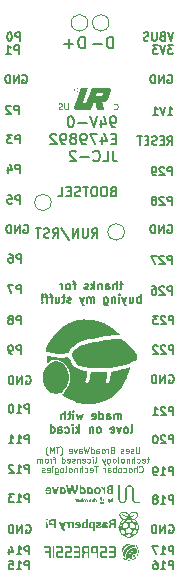
<source format=gbr>
%TF.GenerationSoftware,KiCad,Pcbnew,7.0.7*%
%TF.CreationDate,2023-09-13T09:18:24+07:00*%
%TF.ProjectId,Pico2040-Modular-Rev2-W,5069636f-3230-4343-902d-4d6f64756c61,rev?*%
%TF.SameCoordinates,Original*%
%TF.FileFunction,Legend,Bot*%
%TF.FilePolarity,Positive*%
%FSLAX46Y46*%
G04 Gerber Fmt 4.6, Leading zero omitted, Abs format (unit mm)*
G04 Created by KiCad (PCBNEW 7.0.7) date 2023-09-13 09:18:24*
%MOMM*%
%LPD*%
G01*
G04 APERTURE LIST*
%ADD10C,0.160000*%
%ADD11C,0.150000*%
%ADD12C,0.125000*%
%ADD13C,0.075000*%
%ADD14C,0.120000*%
G04 APERTURE END LIST*
D10*
X112849999Y-74002346D02*
X112583332Y-74002346D01*
X112749999Y-73769013D02*
X112749999Y-74369013D01*
X112749999Y-74369013D02*
X112716666Y-74435680D01*
X112716666Y-74435680D02*
X112649999Y-74469013D01*
X112649999Y-74469013D02*
X112583332Y-74469013D01*
X112349999Y-74469013D02*
X112349999Y-73769013D01*
X112049999Y-74469013D02*
X112049999Y-74102346D01*
X112049999Y-74102346D02*
X112083332Y-74035680D01*
X112083332Y-74035680D02*
X112149999Y-74002346D01*
X112149999Y-74002346D02*
X112249999Y-74002346D01*
X112249999Y-74002346D02*
X112316666Y-74035680D01*
X112316666Y-74035680D02*
X112349999Y-74069013D01*
X111416666Y-74469013D02*
X111416666Y-74102346D01*
X111416666Y-74102346D02*
X111449999Y-74035680D01*
X111449999Y-74035680D02*
X111516666Y-74002346D01*
X111516666Y-74002346D02*
X111649999Y-74002346D01*
X111649999Y-74002346D02*
X111716666Y-74035680D01*
X111416666Y-74435680D02*
X111483333Y-74469013D01*
X111483333Y-74469013D02*
X111649999Y-74469013D01*
X111649999Y-74469013D02*
X111716666Y-74435680D01*
X111716666Y-74435680D02*
X111749999Y-74369013D01*
X111749999Y-74369013D02*
X111749999Y-74302346D01*
X111749999Y-74302346D02*
X111716666Y-74235680D01*
X111716666Y-74235680D02*
X111649999Y-74202346D01*
X111649999Y-74202346D02*
X111483333Y-74202346D01*
X111483333Y-74202346D02*
X111416666Y-74169013D01*
X111083333Y-74002346D02*
X111083333Y-74469013D01*
X111083333Y-74069013D02*
X111050000Y-74035680D01*
X111050000Y-74035680D02*
X110983333Y-74002346D01*
X110983333Y-74002346D02*
X110883333Y-74002346D01*
X110883333Y-74002346D02*
X110816666Y-74035680D01*
X110816666Y-74035680D02*
X110783333Y-74102346D01*
X110783333Y-74102346D02*
X110783333Y-74469013D01*
X110450000Y-74469013D02*
X110450000Y-73769013D01*
X110383333Y-74202346D02*
X110183333Y-74469013D01*
X110183333Y-74002346D02*
X110450000Y-74269013D01*
X109916666Y-74435680D02*
X109850000Y-74469013D01*
X109850000Y-74469013D02*
X109716666Y-74469013D01*
X109716666Y-74469013D02*
X109650000Y-74435680D01*
X109650000Y-74435680D02*
X109616666Y-74369013D01*
X109616666Y-74369013D02*
X109616666Y-74335680D01*
X109616666Y-74335680D02*
X109650000Y-74269013D01*
X109650000Y-74269013D02*
X109716666Y-74235680D01*
X109716666Y-74235680D02*
X109816666Y-74235680D01*
X109816666Y-74235680D02*
X109883333Y-74202346D01*
X109883333Y-74202346D02*
X109916666Y-74135680D01*
X109916666Y-74135680D02*
X109916666Y-74102346D01*
X109916666Y-74102346D02*
X109883333Y-74035680D01*
X109883333Y-74035680D02*
X109816666Y-74002346D01*
X109816666Y-74002346D02*
X109716666Y-74002346D01*
X109716666Y-74002346D02*
X109650000Y-74035680D01*
X108883333Y-74002346D02*
X108616666Y-74002346D01*
X108783333Y-74469013D02*
X108783333Y-73869013D01*
X108783333Y-73869013D02*
X108750000Y-73802346D01*
X108750000Y-73802346D02*
X108683333Y-73769013D01*
X108683333Y-73769013D02*
X108616666Y-73769013D01*
X108283333Y-74469013D02*
X108350000Y-74435680D01*
X108350000Y-74435680D02*
X108383333Y-74402346D01*
X108383333Y-74402346D02*
X108416666Y-74335680D01*
X108416666Y-74335680D02*
X108416666Y-74135680D01*
X108416666Y-74135680D02*
X108383333Y-74069013D01*
X108383333Y-74069013D02*
X108350000Y-74035680D01*
X108350000Y-74035680D02*
X108283333Y-74002346D01*
X108283333Y-74002346D02*
X108183333Y-74002346D01*
X108183333Y-74002346D02*
X108116666Y-74035680D01*
X108116666Y-74035680D02*
X108083333Y-74069013D01*
X108083333Y-74069013D02*
X108050000Y-74135680D01*
X108050000Y-74135680D02*
X108050000Y-74335680D01*
X108050000Y-74335680D02*
X108083333Y-74402346D01*
X108083333Y-74402346D02*
X108116666Y-74435680D01*
X108116666Y-74435680D02*
X108183333Y-74469013D01*
X108183333Y-74469013D02*
X108283333Y-74469013D01*
X107750000Y-74469013D02*
X107750000Y-74002346D01*
X107750000Y-74135680D02*
X107716667Y-74069013D01*
X107716667Y-74069013D02*
X107683333Y-74035680D01*
X107683333Y-74035680D02*
X107616667Y-74002346D01*
X107616667Y-74002346D02*
X107550000Y-74002346D01*
X114366664Y-75596013D02*
X114366664Y-74896013D01*
X114366664Y-75162680D02*
X114299997Y-75129346D01*
X114299997Y-75129346D02*
X114166664Y-75129346D01*
X114166664Y-75129346D02*
X114099997Y-75162680D01*
X114099997Y-75162680D02*
X114066664Y-75196013D01*
X114066664Y-75196013D02*
X114033331Y-75262680D01*
X114033331Y-75262680D02*
X114033331Y-75462680D01*
X114033331Y-75462680D02*
X114066664Y-75529346D01*
X114066664Y-75529346D02*
X114099997Y-75562680D01*
X114099997Y-75562680D02*
X114166664Y-75596013D01*
X114166664Y-75596013D02*
X114299997Y-75596013D01*
X114299997Y-75596013D02*
X114366664Y-75562680D01*
X113433331Y-75129346D02*
X113433331Y-75596013D01*
X113733331Y-75129346D02*
X113733331Y-75496013D01*
X113733331Y-75496013D02*
X113699998Y-75562680D01*
X113699998Y-75562680D02*
X113633331Y-75596013D01*
X113633331Y-75596013D02*
X113533331Y-75596013D01*
X113533331Y-75596013D02*
X113466664Y-75562680D01*
X113466664Y-75562680D02*
X113433331Y-75529346D01*
X113166665Y-75129346D02*
X112999998Y-75596013D01*
X112833331Y-75129346D02*
X112999998Y-75596013D01*
X112999998Y-75596013D02*
X113066665Y-75762680D01*
X113066665Y-75762680D02*
X113099998Y-75796013D01*
X113099998Y-75796013D02*
X113166665Y-75829346D01*
X112566665Y-75596013D02*
X112566665Y-75129346D01*
X112566665Y-74896013D02*
X112599998Y-74929346D01*
X112599998Y-74929346D02*
X112566665Y-74962680D01*
X112566665Y-74962680D02*
X112533332Y-74929346D01*
X112533332Y-74929346D02*
X112566665Y-74896013D01*
X112566665Y-74896013D02*
X112566665Y-74962680D01*
X112233332Y-75129346D02*
X112233332Y-75596013D01*
X112233332Y-75196013D02*
X112199999Y-75162680D01*
X112199999Y-75162680D02*
X112133332Y-75129346D01*
X112133332Y-75129346D02*
X112033332Y-75129346D01*
X112033332Y-75129346D02*
X111966665Y-75162680D01*
X111966665Y-75162680D02*
X111933332Y-75229346D01*
X111933332Y-75229346D02*
X111933332Y-75596013D01*
X111299999Y-75129346D02*
X111299999Y-75696013D01*
X111299999Y-75696013D02*
X111333332Y-75762680D01*
X111333332Y-75762680D02*
X111366666Y-75796013D01*
X111366666Y-75796013D02*
X111433332Y-75829346D01*
X111433332Y-75829346D02*
X111533332Y-75829346D01*
X111533332Y-75829346D02*
X111599999Y-75796013D01*
X111299999Y-75562680D02*
X111366666Y-75596013D01*
X111366666Y-75596013D02*
X111499999Y-75596013D01*
X111499999Y-75596013D02*
X111566666Y-75562680D01*
X111566666Y-75562680D02*
X111599999Y-75529346D01*
X111599999Y-75529346D02*
X111633332Y-75462680D01*
X111633332Y-75462680D02*
X111633332Y-75262680D01*
X111633332Y-75262680D02*
X111599999Y-75196013D01*
X111599999Y-75196013D02*
X111566666Y-75162680D01*
X111566666Y-75162680D02*
X111499999Y-75129346D01*
X111499999Y-75129346D02*
X111366666Y-75129346D01*
X111366666Y-75129346D02*
X111299999Y-75162680D01*
X110433333Y-75596013D02*
X110433333Y-75129346D01*
X110433333Y-75196013D02*
X110400000Y-75162680D01*
X110400000Y-75162680D02*
X110333333Y-75129346D01*
X110333333Y-75129346D02*
X110233333Y-75129346D01*
X110233333Y-75129346D02*
X110166666Y-75162680D01*
X110166666Y-75162680D02*
X110133333Y-75229346D01*
X110133333Y-75229346D02*
X110133333Y-75596013D01*
X110133333Y-75229346D02*
X110100000Y-75162680D01*
X110100000Y-75162680D02*
X110033333Y-75129346D01*
X110033333Y-75129346D02*
X109933333Y-75129346D01*
X109933333Y-75129346D02*
X109866666Y-75162680D01*
X109866666Y-75162680D02*
X109833333Y-75229346D01*
X109833333Y-75229346D02*
X109833333Y-75596013D01*
X109566667Y-75129346D02*
X109400000Y-75596013D01*
X109233333Y-75129346D02*
X109400000Y-75596013D01*
X109400000Y-75596013D02*
X109466667Y-75762680D01*
X109466667Y-75762680D02*
X109500000Y-75796013D01*
X109500000Y-75796013D02*
X109566667Y-75829346D01*
X108466667Y-75562680D02*
X108400001Y-75596013D01*
X108400001Y-75596013D02*
X108266667Y-75596013D01*
X108266667Y-75596013D02*
X108200001Y-75562680D01*
X108200001Y-75562680D02*
X108166667Y-75496013D01*
X108166667Y-75496013D02*
X108166667Y-75462680D01*
X108166667Y-75462680D02*
X108200001Y-75396013D01*
X108200001Y-75396013D02*
X108266667Y-75362680D01*
X108266667Y-75362680D02*
X108366667Y-75362680D01*
X108366667Y-75362680D02*
X108433334Y-75329346D01*
X108433334Y-75329346D02*
X108466667Y-75262680D01*
X108466667Y-75262680D02*
X108466667Y-75229346D01*
X108466667Y-75229346D02*
X108433334Y-75162680D01*
X108433334Y-75162680D02*
X108366667Y-75129346D01*
X108366667Y-75129346D02*
X108266667Y-75129346D01*
X108266667Y-75129346D02*
X108200001Y-75162680D01*
X107966667Y-75129346D02*
X107700000Y-75129346D01*
X107866667Y-74896013D02*
X107866667Y-75496013D01*
X107866667Y-75496013D02*
X107833334Y-75562680D01*
X107833334Y-75562680D02*
X107766667Y-75596013D01*
X107766667Y-75596013D02*
X107700000Y-75596013D01*
X107166667Y-75129346D02*
X107166667Y-75596013D01*
X107466667Y-75129346D02*
X107466667Y-75496013D01*
X107466667Y-75496013D02*
X107433334Y-75562680D01*
X107433334Y-75562680D02*
X107366667Y-75596013D01*
X107366667Y-75596013D02*
X107266667Y-75596013D01*
X107266667Y-75596013D02*
X107200000Y-75562680D01*
X107200000Y-75562680D02*
X107166667Y-75529346D01*
X106933334Y-75129346D02*
X106666667Y-75129346D01*
X106833334Y-75596013D02*
X106833334Y-74996013D01*
X106833334Y-74996013D02*
X106800001Y-74929346D01*
X106800001Y-74929346D02*
X106733334Y-74896013D01*
X106733334Y-74896013D02*
X106666667Y-74896013D01*
X106533334Y-75129346D02*
X106266667Y-75129346D01*
X106433334Y-75596013D02*
X106433334Y-74996013D01*
X106433334Y-74996013D02*
X106400001Y-74929346D01*
X106400001Y-74929346D02*
X106333334Y-74896013D01*
X106333334Y-74896013D02*
X106266667Y-74896013D01*
X106033334Y-75529346D02*
X106000001Y-75562680D01*
X106000001Y-75562680D02*
X106033334Y-75596013D01*
X106033334Y-75596013D02*
X106066667Y-75562680D01*
X106066667Y-75562680D02*
X106033334Y-75529346D01*
X106033334Y-75529346D02*
X106033334Y-75596013D01*
X106033334Y-75329346D02*
X106066667Y-74929346D01*
X106066667Y-74929346D02*
X106033334Y-74896013D01*
X106033334Y-74896013D02*
X106000001Y-74929346D01*
X106000001Y-74929346D02*
X106033334Y-75329346D01*
X106033334Y-75329346D02*
X106033334Y-74896013D01*
D11*
X104934649Y-96906533D02*
X104934649Y-96206533D01*
X104934649Y-96206533D02*
X104667982Y-96206533D01*
X104667982Y-96206533D02*
X104601316Y-96239866D01*
X104601316Y-96239866D02*
X104567982Y-96273200D01*
X104567982Y-96273200D02*
X104534649Y-96339866D01*
X104534649Y-96339866D02*
X104534649Y-96439866D01*
X104534649Y-96439866D02*
X104567982Y-96506533D01*
X104567982Y-96506533D02*
X104601316Y-96539866D01*
X104601316Y-96539866D02*
X104667982Y-96573200D01*
X104667982Y-96573200D02*
X104934649Y-96573200D01*
X103867982Y-96906533D02*
X104267982Y-96906533D01*
X104067982Y-96906533D02*
X104067982Y-96206533D01*
X104067982Y-96206533D02*
X104134649Y-96306533D01*
X104134649Y-96306533D02*
X104201316Y-96373200D01*
X104201316Y-96373200D02*
X104267982Y-96406533D01*
X103267982Y-96439866D02*
X103267982Y-96906533D01*
X103434649Y-96173200D02*
X103601315Y-96673200D01*
X103601315Y-96673200D02*
X103167982Y-96673200D01*
X104467982Y-69039866D02*
X104534649Y-69006533D01*
X104534649Y-69006533D02*
X104634649Y-69006533D01*
X104634649Y-69006533D02*
X104734649Y-69039866D01*
X104734649Y-69039866D02*
X104801316Y-69106533D01*
X104801316Y-69106533D02*
X104834649Y-69173200D01*
X104834649Y-69173200D02*
X104867982Y-69306533D01*
X104867982Y-69306533D02*
X104867982Y-69406533D01*
X104867982Y-69406533D02*
X104834649Y-69539866D01*
X104834649Y-69539866D02*
X104801316Y-69606533D01*
X104801316Y-69606533D02*
X104734649Y-69673200D01*
X104734649Y-69673200D02*
X104634649Y-69706533D01*
X104634649Y-69706533D02*
X104567982Y-69706533D01*
X104567982Y-69706533D02*
X104467982Y-69673200D01*
X104467982Y-69673200D02*
X104434649Y-69639866D01*
X104434649Y-69639866D02*
X104434649Y-69406533D01*
X104434649Y-69406533D02*
X104567982Y-69406533D01*
X104134649Y-69706533D02*
X104134649Y-69006533D01*
X104134649Y-69006533D02*
X103734649Y-69706533D01*
X103734649Y-69706533D02*
X103734649Y-69006533D01*
X103401316Y-69706533D02*
X103401316Y-69006533D01*
X103401316Y-69006533D02*
X103234649Y-69006533D01*
X103234649Y-69006533D02*
X103134649Y-69039866D01*
X103134649Y-69039866D02*
X103067983Y-69106533D01*
X103067983Y-69106533D02*
X103034649Y-69173200D01*
X103034649Y-69173200D02*
X103001316Y-69306533D01*
X103001316Y-69306533D02*
X103001316Y-69406533D01*
X103001316Y-69406533D02*
X103034649Y-69539866D01*
X103034649Y-69539866D02*
X103067983Y-69606533D01*
X103067983Y-69606533D02*
X103134649Y-69673200D01*
X103134649Y-69673200D02*
X103234649Y-69706533D01*
X103234649Y-69706533D02*
X103401316Y-69706533D01*
X117134649Y-96906533D02*
X117134649Y-96206533D01*
X117134649Y-96206533D02*
X116867982Y-96206533D01*
X116867982Y-96206533D02*
X116801316Y-96239866D01*
X116801316Y-96239866D02*
X116767982Y-96273200D01*
X116767982Y-96273200D02*
X116734649Y-96339866D01*
X116734649Y-96339866D02*
X116734649Y-96439866D01*
X116734649Y-96439866D02*
X116767982Y-96506533D01*
X116767982Y-96506533D02*
X116801316Y-96539866D01*
X116801316Y-96539866D02*
X116867982Y-96573200D01*
X116867982Y-96573200D02*
X117134649Y-96573200D01*
X116067982Y-96906533D02*
X116467982Y-96906533D01*
X116267982Y-96906533D02*
X116267982Y-96206533D01*
X116267982Y-96206533D02*
X116334649Y-96306533D01*
X116334649Y-96306533D02*
X116401316Y-96373200D01*
X116401316Y-96373200D02*
X116467982Y-96406533D01*
X115834649Y-96206533D02*
X115367982Y-96206533D01*
X115367982Y-96206533D02*
X115667982Y-96906533D01*
X117101316Y-53806533D02*
X116667982Y-53806533D01*
X116667982Y-53806533D02*
X116901316Y-54073200D01*
X116901316Y-54073200D02*
X116801316Y-54073200D01*
X116801316Y-54073200D02*
X116734649Y-54106533D01*
X116734649Y-54106533D02*
X116701316Y-54139866D01*
X116701316Y-54139866D02*
X116667982Y-54206533D01*
X116667982Y-54206533D02*
X116667982Y-54373200D01*
X116667982Y-54373200D02*
X116701316Y-54439866D01*
X116701316Y-54439866D02*
X116734649Y-54473200D01*
X116734649Y-54473200D02*
X116801316Y-54506533D01*
X116801316Y-54506533D02*
X117001316Y-54506533D01*
X117001316Y-54506533D02*
X117067982Y-54473200D01*
X117067982Y-54473200D02*
X117101316Y-54439866D01*
X116467982Y-53806533D02*
X116234649Y-54506533D01*
X116234649Y-54506533D02*
X116001315Y-53806533D01*
X115834649Y-53806533D02*
X115401315Y-53806533D01*
X115401315Y-53806533D02*
X115634649Y-54073200D01*
X115634649Y-54073200D02*
X115534649Y-54073200D01*
X115534649Y-54073200D02*
X115467982Y-54106533D01*
X115467982Y-54106533D02*
X115434649Y-54139866D01*
X115434649Y-54139866D02*
X115401315Y-54206533D01*
X115401315Y-54206533D02*
X115401315Y-54373200D01*
X115401315Y-54373200D02*
X115434649Y-54439866D01*
X115434649Y-54439866D02*
X115467982Y-54473200D01*
X115467982Y-54473200D02*
X115534649Y-54506533D01*
X115534649Y-54506533D02*
X115734649Y-54506533D01*
X115734649Y-54506533D02*
X115801315Y-54473200D01*
X115801315Y-54473200D02*
X115834649Y-54439866D01*
D12*
X112113002Y-59184690D02*
X112136811Y-59208500D01*
X112136811Y-59208500D02*
X112208240Y-59232309D01*
X112208240Y-59232309D02*
X112255859Y-59232309D01*
X112255859Y-59232309D02*
X112327287Y-59208500D01*
X112327287Y-59208500D02*
X112374906Y-59160880D01*
X112374906Y-59160880D02*
X112398716Y-59113261D01*
X112398716Y-59113261D02*
X112422525Y-59018023D01*
X112422525Y-59018023D02*
X112422525Y-58946595D01*
X112422525Y-58946595D02*
X112398716Y-58851357D01*
X112398716Y-58851357D02*
X112374906Y-58803738D01*
X112374906Y-58803738D02*
X112327287Y-58756119D01*
X112327287Y-58756119D02*
X112255859Y-58732309D01*
X112255859Y-58732309D02*
X112208240Y-58732309D01*
X112208240Y-58732309D02*
X112136811Y-58756119D01*
X112136811Y-58756119D02*
X112113002Y-58779928D01*
D11*
X117134649Y-90206533D02*
X117134649Y-89506533D01*
X117134649Y-89506533D02*
X116867982Y-89506533D01*
X116867982Y-89506533D02*
X116801316Y-89539866D01*
X116801316Y-89539866D02*
X116767982Y-89573200D01*
X116767982Y-89573200D02*
X116734649Y-89639866D01*
X116734649Y-89639866D02*
X116734649Y-89739866D01*
X116734649Y-89739866D02*
X116767982Y-89806533D01*
X116767982Y-89806533D02*
X116801316Y-89839866D01*
X116801316Y-89839866D02*
X116867982Y-89873200D01*
X116867982Y-89873200D02*
X117134649Y-89873200D01*
X116067982Y-90206533D02*
X116467982Y-90206533D01*
X116267982Y-90206533D02*
X116267982Y-89506533D01*
X116267982Y-89506533D02*
X116334649Y-89606533D01*
X116334649Y-89606533D02*
X116401316Y-89673200D01*
X116401316Y-89673200D02*
X116467982Y-89706533D01*
X115734649Y-90206533D02*
X115601315Y-90206533D01*
X115601315Y-90206533D02*
X115534649Y-90173200D01*
X115534649Y-90173200D02*
X115501315Y-90139866D01*
X115501315Y-90139866D02*
X115434649Y-90039866D01*
X115434649Y-90039866D02*
X115401315Y-89906533D01*
X115401315Y-89906533D02*
X115401315Y-89639866D01*
X115401315Y-89639866D02*
X115434649Y-89573200D01*
X115434649Y-89573200D02*
X115467982Y-89539866D01*
X115467982Y-89539866D02*
X115534649Y-89506533D01*
X115534649Y-89506533D02*
X115667982Y-89506533D01*
X115667982Y-89506533D02*
X115734649Y-89539866D01*
X115734649Y-89539866D02*
X115767982Y-89573200D01*
X115767982Y-89573200D02*
X115801315Y-89639866D01*
X115801315Y-89639866D02*
X115801315Y-89806533D01*
X115801315Y-89806533D02*
X115767982Y-89873200D01*
X115767982Y-89873200D02*
X115734649Y-89906533D01*
X115734649Y-89906533D02*
X115667982Y-89939866D01*
X115667982Y-89939866D02*
X115534649Y-89939866D01*
X115534649Y-89939866D02*
X115467982Y-89906533D01*
X115467982Y-89906533D02*
X115434649Y-89873200D01*
X115434649Y-89873200D02*
X115401315Y-89806533D01*
X116767982Y-94439866D02*
X116834649Y-94406533D01*
X116834649Y-94406533D02*
X116934649Y-94406533D01*
X116934649Y-94406533D02*
X117034649Y-94439866D01*
X117034649Y-94439866D02*
X117101316Y-94506533D01*
X117101316Y-94506533D02*
X117134649Y-94573200D01*
X117134649Y-94573200D02*
X117167982Y-94706533D01*
X117167982Y-94706533D02*
X117167982Y-94806533D01*
X117167982Y-94806533D02*
X117134649Y-94939866D01*
X117134649Y-94939866D02*
X117101316Y-95006533D01*
X117101316Y-95006533D02*
X117034649Y-95073200D01*
X117034649Y-95073200D02*
X116934649Y-95106533D01*
X116934649Y-95106533D02*
X116867982Y-95106533D01*
X116867982Y-95106533D02*
X116767982Y-95073200D01*
X116767982Y-95073200D02*
X116734649Y-95039866D01*
X116734649Y-95039866D02*
X116734649Y-94806533D01*
X116734649Y-94806533D02*
X116867982Y-94806533D01*
X116434649Y-95106533D02*
X116434649Y-94406533D01*
X116434649Y-94406533D02*
X116034649Y-95106533D01*
X116034649Y-95106533D02*
X116034649Y-94406533D01*
X115701316Y-95106533D02*
X115701316Y-94406533D01*
X115701316Y-94406533D02*
X115534649Y-94406533D01*
X115534649Y-94406533D02*
X115434649Y-94439866D01*
X115434649Y-94439866D02*
X115367983Y-94506533D01*
X115367983Y-94506533D02*
X115334649Y-94573200D01*
X115334649Y-94573200D02*
X115301316Y-94706533D01*
X115301316Y-94706533D02*
X115301316Y-94806533D01*
X115301316Y-94806533D02*
X115334649Y-94939866D01*
X115334649Y-94939866D02*
X115367983Y-95006533D01*
X115367983Y-95006533D02*
X115434649Y-95073200D01*
X115434649Y-95073200D02*
X115534649Y-95106533D01*
X115534649Y-95106533D02*
X115701316Y-95106533D01*
X117134649Y-92606533D02*
X117134649Y-91906533D01*
X117134649Y-91906533D02*
X116867982Y-91906533D01*
X116867982Y-91906533D02*
X116801316Y-91939866D01*
X116801316Y-91939866D02*
X116767982Y-91973200D01*
X116767982Y-91973200D02*
X116734649Y-92039866D01*
X116734649Y-92039866D02*
X116734649Y-92139866D01*
X116734649Y-92139866D02*
X116767982Y-92206533D01*
X116767982Y-92206533D02*
X116801316Y-92239866D01*
X116801316Y-92239866D02*
X116867982Y-92273200D01*
X116867982Y-92273200D02*
X117134649Y-92273200D01*
X116067982Y-92606533D02*
X116467982Y-92606533D01*
X116267982Y-92606533D02*
X116267982Y-91906533D01*
X116267982Y-91906533D02*
X116334649Y-92006533D01*
X116334649Y-92006533D02*
X116401316Y-92073200D01*
X116401316Y-92073200D02*
X116467982Y-92106533D01*
X115667982Y-92206533D02*
X115734649Y-92173200D01*
X115734649Y-92173200D02*
X115767982Y-92139866D01*
X115767982Y-92139866D02*
X115801315Y-92073200D01*
X115801315Y-92073200D02*
X115801315Y-92039866D01*
X115801315Y-92039866D02*
X115767982Y-91973200D01*
X115767982Y-91973200D02*
X115734649Y-91939866D01*
X115734649Y-91939866D02*
X115667982Y-91906533D01*
X115667982Y-91906533D02*
X115534649Y-91906533D01*
X115534649Y-91906533D02*
X115467982Y-91939866D01*
X115467982Y-91939866D02*
X115434649Y-91973200D01*
X115434649Y-91973200D02*
X115401315Y-92039866D01*
X115401315Y-92039866D02*
X115401315Y-92073200D01*
X115401315Y-92073200D02*
X115434649Y-92139866D01*
X115434649Y-92139866D02*
X115467982Y-92173200D01*
X115467982Y-92173200D02*
X115534649Y-92206533D01*
X115534649Y-92206533D02*
X115667982Y-92206533D01*
X115667982Y-92206533D02*
X115734649Y-92239866D01*
X115734649Y-92239866D02*
X115767982Y-92273200D01*
X115767982Y-92273200D02*
X115801315Y-92339866D01*
X115801315Y-92339866D02*
X115801315Y-92473200D01*
X115801315Y-92473200D02*
X115767982Y-92539866D01*
X115767982Y-92539866D02*
X115734649Y-92573200D01*
X115734649Y-92573200D02*
X115667982Y-92606533D01*
X115667982Y-92606533D02*
X115534649Y-92606533D01*
X115534649Y-92606533D02*
X115467982Y-92573200D01*
X115467982Y-92573200D02*
X115434649Y-92539866D01*
X115434649Y-92539866D02*
X115401315Y-92473200D01*
X115401315Y-92473200D02*
X115401315Y-92339866D01*
X115401315Y-92339866D02*
X115434649Y-92273200D01*
X115434649Y-92273200D02*
X115467982Y-92239866D01*
X115467982Y-92239866D02*
X115534649Y-92206533D01*
X104034649Y-59606533D02*
X104034649Y-58906533D01*
X104034649Y-58906533D02*
X103767982Y-58906533D01*
X103767982Y-58906533D02*
X103701316Y-58939866D01*
X103701316Y-58939866D02*
X103667982Y-58973200D01*
X103667982Y-58973200D02*
X103634649Y-59039866D01*
X103634649Y-59039866D02*
X103634649Y-59139866D01*
X103634649Y-59139866D02*
X103667982Y-59206533D01*
X103667982Y-59206533D02*
X103701316Y-59239866D01*
X103701316Y-59239866D02*
X103767982Y-59273200D01*
X103767982Y-59273200D02*
X104034649Y-59273200D01*
X103367982Y-58973200D02*
X103334649Y-58939866D01*
X103334649Y-58939866D02*
X103267982Y-58906533D01*
X103267982Y-58906533D02*
X103101316Y-58906533D01*
X103101316Y-58906533D02*
X103034649Y-58939866D01*
X103034649Y-58939866D02*
X103001316Y-58973200D01*
X103001316Y-58973200D02*
X102967982Y-59039866D01*
X102967982Y-59039866D02*
X102967982Y-59106533D01*
X102967982Y-59106533D02*
X103001316Y-59206533D01*
X103001316Y-59206533D02*
X103401316Y-59606533D01*
X103401316Y-59606533D02*
X102967982Y-59606533D01*
D13*
X114252380Y-87824909D02*
X114252380Y-88229671D01*
X114252380Y-88229671D02*
X114228570Y-88277290D01*
X114228570Y-88277290D02*
X114204761Y-88301100D01*
X114204761Y-88301100D02*
X114157142Y-88324909D01*
X114157142Y-88324909D02*
X114061904Y-88324909D01*
X114061904Y-88324909D02*
X114014285Y-88301100D01*
X114014285Y-88301100D02*
X113990475Y-88277290D01*
X113990475Y-88277290D02*
X113966666Y-88229671D01*
X113966666Y-88229671D02*
X113966666Y-87824909D01*
X113752379Y-88301100D02*
X113704760Y-88324909D01*
X113704760Y-88324909D02*
X113609522Y-88324909D01*
X113609522Y-88324909D02*
X113561903Y-88301100D01*
X113561903Y-88301100D02*
X113538094Y-88253480D01*
X113538094Y-88253480D02*
X113538094Y-88229671D01*
X113538094Y-88229671D02*
X113561903Y-88182052D01*
X113561903Y-88182052D02*
X113609522Y-88158242D01*
X113609522Y-88158242D02*
X113680951Y-88158242D01*
X113680951Y-88158242D02*
X113728570Y-88134433D01*
X113728570Y-88134433D02*
X113752379Y-88086814D01*
X113752379Y-88086814D02*
X113752379Y-88063004D01*
X113752379Y-88063004D02*
X113728570Y-88015385D01*
X113728570Y-88015385D02*
X113680951Y-87991576D01*
X113680951Y-87991576D02*
X113609522Y-87991576D01*
X113609522Y-87991576D02*
X113561903Y-88015385D01*
X113133332Y-88301100D02*
X113180951Y-88324909D01*
X113180951Y-88324909D02*
X113276189Y-88324909D01*
X113276189Y-88324909D02*
X113323808Y-88301100D01*
X113323808Y-88301100D02*
X113347617Y-88253480D01*
X113347617Y-88253480D02*
X113347617Y-88063004D01*
X113347617Y-88063004D02*
X113323808Y-88015385D01*
X113323808Y-88015385D02*
X113276189Y-87991576D01*
X113276189Y-87991576D02*
X113180951Y-87991576D01*
X113180951Y-87991576D02*
X113133332Y-88015385D01*
X113133332Y-88015385D02*
X113109522Y-88063004D01*
X113109522Y-88063004D02*
X113109522Y-88110623D01*
X113109522Y-88110623D02*
X113347617Y-88158242D01*
X112919046Y-88301100D02*
X112871427Y-88324909D01*
X112871427Y-88324909D02*
X112776189Y-88324909D01*
X112776189Y-88324909D02*
X112728570Y-88301100D01*
X112728570Y-88301100D02*
X112704761Y-88253480D01*
X112704761Y-88253480D02*
X112704761Y-88229671D01*
X112704761Y-88229671D02*
X112728570Y-88182052D01*
X112728570Y-88182052D02*
X112776189Y-88158242D01*
X112776189Y-88158242D02*
X112847618Y-88158242D01*
X112847618Y-88158242D02*
X112895237Y-88134433D01*
X112895237Y-88134433D02*
X112919046Y-88086814D01*
X112919046Y-88086814D02*
X112919046Y-88063004D01*
X112919046Y-88063004D02*
X112895237Y-88015385D01*
X112895237Y-88015385D02*
X112847618Y-87991576D01*
X112847618Y-87991576D02*
X112776189Y-87991576D01*
X112776189Y-87991576D02*
X112728570Y-88015385D01*
X111942856Y-88063004D02*
X111871428Y-88086814D01*
X111871428Y-88086814D02*
X111847618Y-88110623D01*
X111847618Y-88110623D02*
X111823809Y-88158242D01*
X111823809Y-88158242D02*
X111823809Y-88229671D01*
X111823809Y-88229671D02*
X111847618Y-88277290D01*
X111847618Y-88277290D02*
X111871428Y-88301100D01*
X111871428Y-88301100D02*
X111919047Y-88324909D01*
X111919047Y-88324909D02*
X112109523Y-88324909D01*
X112109523Y-88324909D02*
X112109523Y-87824909D01*
X112109523Y-87824909D02*
X111942856Y-87824909D01*
X111942856Y-87824909D02*
X111895237Y-87848719D01*
X111895237Y-87848719D02*
X111871428Y-87872528D01*
X111871428Y-87872528D02*
X111847618Y-87920147D01*
X111847618Y-87920147D02*
X111847618Y-87967766D01*
X111847618Y-87967766D02*
X111871428Y-88015385D01*
X111871428Y-88015385D02*
X111895237Y-88039195D01*
X111895237Y-88039195D02*
X111942856Y-88063004D01*
X111942856Y-88063004D02*
X112109523Y-88063004D01*
X111609523Y-88324909D02*
X111609523Y-87991576D01*
X111609523Y-88086814D02*
X111585713Y-88039195D01*
X111585713Y-88039195D02*
X111561904Y-88015385D01*
X111561904Y-88015385D02*
X111514285Y-87991576D01*
X111514285Y-87991576D02*
X111466666Y-87991576D01*
X111228570Y-88324909D02*
X111276189Y-88301100D01*
X111276189Y-88301100D02*
X111299999Y-88277290D01*
X111299999Y-88277290D02*
X111323808Y-88229671D01*
X111323808Y-88229671D02*
X111323808Y-88086814D01*
X111323808Y-88086814D02*
X111299999Y-88039195D01*
X111299999Y-88039195D02*
X111276189Y-88015385D01*
X111276189Y-88015385D02*
X111228570Y-87991576D01*
X111228570Y-87991576D02*
X111157142Y-87991576D01*
X111157142Y-87991576D02*
X111109523Y-88015385D01*
X111109523Y-88015385D02*
X111085713Y-88039195D01*
X111085713Y-88039195D02*
X111061904Y-88086814D01*
X111061904Y-88086814D02*
X111061904Y-88229671D01*
X111061904Y-88229671D02*
X111085713Y-88277290D01*
X111085713Y-88277290D02*
X111109523Y-88301100D01*
X111109523Y-88301100D02*
X111157142Y-88324909D01*
X111157142Y-88324909D02*
X111228570Y-88324909D01*
X110633332Y-88324909D02*
X110633332Y-88063004D01*
X110633332Y-88063004D02*
X110657142Y-88015385D01*
X110657142Y-88015385D02*
X110704761Y-87991576D01*
X110704761Y-87991576D02*
X110799999Y-87991576D01*
X110799999Y-87991576D02*
X110847618Y-88015385D01*
X110633332Y-88301100D02*
X110680951Y-88324909D01*
X110680951Y-88324909D02*
X110799999Y-88324909D01*
X110799999Y-88324909D02*
X110847618Y-88301100D01*
X110847618Y-88301100D02*
X110871427Y-88253480D01*
X110871427Y-88253480D02*
X110871427Y-88205861D01*
X110871427Y-88205861D02*
X110847618Y-88158242D01*
X110847618Y-88158242D02*
X110799999Y-88134433D01*
X110799999Y-88134433D02*
X110680951Y-88134433D01*
X110680951Y-88134433D02*
X110633332Y-88110623D01*
X110180951Y-88324909D02*
X110180951Y-87824909D01*
X110180951Y-88301100D02*
X110228570Y-88324909D01*
X110228570Y-88324909D02*
X110323808Y-88324909D01*
X110323808Y-88324909D02*
X110371427Y-88301100D01*
X110371427Y-88301100D02*
X110395237Y-88277290D01*
X110395237Y-88277290D02*
X110419046Y-88229671D01*
X110419046Y-88229671D02*
X110419046Y-88086814D01*
X110419046Y-88086814D02*
X110395237Y-88039195D01*
X110395237Y-88039195D02*
X110371427Y-88015385D01*
X110371427Y-88015385D02*
X110323808Y-87991576D01*
X110323808Y-87991576D02*
X110228570Y-87991576D01*
X110228570Y-87991576D02*
X110180951Y-88015385D01*
X109990475Y-87824909D02*
X109871427Y-88324909D01*
X109871427Y-88324909D02*
X109776189Y-87967766D01*
X109776189Y-87967766D02*
X109680951Y-88324909D01*
X109680951Y-88324909D02*
X109561904Y-87824909D01*
X109157141Y-88324909D02*
X109157141Y-88063004D01*
X109157141Y-88063004D02*
X109180951Y-88015385D01*
X109180951Y-88015385D02*
X109228570Y-87991576D01*
X109228570Y-87991576D02*
X109323808Y-87991576D01*
X109323808Y-87991576D02*
X109371427Y-88015385D01*
X109157141Y-88301100D02*
X109204760Y-88324909D01*
X109204760Y-88324909D02*
X109323808Y-88324909D01*
X109323808Y-88324909D02*
X109371427Y-88301100D01*
X109371427Y-88301100D02*
X109395236Y-88253480D01*
X109395236Y-88253480D02*
X109395236Y-88205861D01*
X109395236Y-88205861D02*
X109371427Y-88158242D01*
X109371427Y-88158242D02*
X109323808Y-88134433D01*
X109323808Y-88134433D02*
X109204760Y-88134433D01*
X109204760Y-88134433D02*
X109157141Y-88110623D01*
X108966665Y-87991576D02*
X108847617Y-88324909D01*
X108847617Y-88324909D02*
X108728570Y-87991576D01*
X108347618Y-88301100D02*
X108395237Y-88324909D01*
X108395237Y-88324909D02*
X108490475Y-88324909D01*
X108490475Y-88324909D02*
X108538094Y-88301100D01*
X108538094Y-88301100D02*
X108561903Y-88253480D01*
X108561903Y-88253480D02*
X108561903Y-88063004D01*
X108561903Y-88063004D02*
X108538094Y-88015385D01*
X108538094Y-88015385D02*
X108490475Y-87991576D01*
X108490475Y-87991576D02*
X108395237Y-87991576D01*
X108395237Y-87991576D02*
X108347618Y-88015385D01*
X108347618Y-88015385D02*
X108323808Y-88063004D01*
X108323808Y-88063004D02*
X108323808Y-88110623D01*
X108323808Y-88110623D02*
X108561903Y-88158242D01*
X107585714Y-88515385D02*
X107609523Y-88491576D01*
X107609523Y-88491576D02*
X107657142Y-88420147D01*
X107657142Y-88420147D02*
X107680952Y-88372528D01*
X107680952Y-88372528D02*
X107704761Y-88301100D01*
X107704761Y-88301100D02*
X107728571Y-88182052D01*
X107728571Y-88182052D02*
X107728571Y-88086814D01*
X107728571Y-88086814D02*
X107704761Y-87967766D01*
X107704761Y-87967766D02*
X107680952Y-87896338D01*
X107680952Y-87896338D02*
X107657142Y-87848719D01*
X107657142Y-87848719D02*
X107609523Y-87777290D01*
X107609523Y-87777290D02*
X107585714Y-87753480D01*
X107466666Y-87824909D02*
X107180952Y-87824909D01*
X107323809Y-88324909D02*
X107323809Y-87824909D01*
X107014286Y-88324909D02*
X107014286Y-87824909D01*
X107014286Y-87824909D02*
X106847619Y-88182052D01*
X106847619Y-88182052D02*
X106680953Y-87824909D01*
X106680953Y-87824909D02*
X106680953Y-88324909D01*
X106490476Y-88515385D02*
X106466666Y-88491576D01*
X106466666Y-88491576D02*
X106419047Y-88420147D01*
X106419047Y-88420147D02*
X106395238Y-88372528D01*
X106395238Y-88372528D02*
X106371428Y-88301100D01*
X106371428Y-88301100D02*
X106347619Y-88182052D01*
X106347619Y-88182052D02*
X106347619Y-88086814D01*
X106347619Y-88086814D02*
X106371428Y-87967766D01*
X106371428Y-87967766D02*
X106395238Y-87896338D01*
X106395238Y-87896338D02*
X106419047Y-87848719D01*
X106419047Y-87848719D02*
X106466666Y-87777290D01*
X106466666Y-87777290D02*
X106490476Y-87753480D01*
X115061902Y-88796576D02*
X114871426Y-88796576D01*
X114990474Y-88629909D02*
X114990474Y-89058480D01*
X114990474Y-89058480D02*
X114966664Y-89106100D01*
X114966664Y-89106100D02*
X114919045Y-89129909D01*
X114919045Y-89129909D02*
X114871426Y-89129909D01*
X114514284Y-89106100D02*
X114561903Y-89129909D01*
X114561903Y-89129909D02*
X114657141Y-89129909D01*
X114657141Y-89129909D02*
X114704760Y-89106100D01*
X114704760Y-89106100D02*
X114728569Y-89058480D01*
X114728569Y-89058480D02*
X114728569Y-88868004D01*
X114728569Y-88868004D02*
X114704760Y-88820385D01*
X114704760Y-88820385D02*
X114657141Y-88796576D01*
X114657141Y-88796576D02*
X114561903Y-88796576D01*
X114561903Y-88796576D02*
X114514284Y-88820385D01*
X114514284Y-88820385D02*
X114490474Y-88868004D01*
X114490474Y-88868004D02*
X114490474Y-88915623D01*
X114490474Y-88915623D02*
X114728569Y-88963242D01*
X114061903Y-89106100D02*
X114109522Y-89129909D01*
X114109522Y-89129909D02*
X114204760Y-89129909D01*
X114204760Y-89129909D02*
X114252379Y-89106100D01*
X114252379Y-89106100D02*
X114276189Y-89082290D01*
X114276189Y-89082290D02*
X114299998Y-89034671D01*
X114299998Y-89034671D02*
X114299998Y-88891814D01*
X114299998Y-88891814D02*
X114276189Y-88844195D01*
X114276189Y-88844195D02*
X114252379Y-88820385D01*
X114252379Y-88820385D02*
X114204760Y-88796576D01*
X114204760Y-88796576D02*
X114109522Y-88796576D01*
X114109522Y-88796576D02*
X114061903Y-88820385D01*
X113847618Y-89129909D02*
X113847618Y-88629909D01*
X113633332Y-89129909D02*
X113633332Y-88868004D01*
X113633332Y-88868004D02*
X113657142Y-88820385D01*
X113657142Y-88820385D02*
X113704761Y-88796576D01*
X113704761Y-88796576D02*
X113776189Y-88796576D01*
X113776189Y-88796576D02*
X113823808Y-88820385D01*
X113823808Y-88820385D02*
X113847618Y-88844195D01*
X113395237Y-88796576D02*
X113395237Y-89129909D01*
X113395237Y-88844195D02*
X113371427Y-88820385D01*
X113371427Y-88820385D02*
X113323808Y-88796576D01*
X113323808Y-88796576D02*
X113252380Y-88796576D01*
X113252380Y-88796576D02*
X113204761Y-88820385D01*
X113204761Y-88820385D02*
X113180951Y-88868004D01*
X113180951Y-88868004D02*
X113180951Y-89129909D01*
X112871427Y-89129909D02*
X112919046Y-89106100D01*
X112919046Y-89106100D02*
X112942856Y-89082290D01*
X112942856Y-89082290D02*
X112966665Y-89034671D01*
X112966665Y-89034671D02*
X112966665Y-88891814D01*
X112966665Y-88891814D02*
X112942856Y-88844195D01*
X112942856Y-88844195D02*
X112919046Y-88820385D01*
X112919046Y-88820385D02*
X112871427Y-88796576D01*
X112871427Y-88796576D02*
X112799999Y-88796576D01*
X112799999Y-88796576D02*
X112752380Y-88820385D01*
X112752380Y-88820385D02*
X112728570Y-88844195D01*
X112728570Y-88844195D02*
X112704761Y-88891814D01*
X112704761Y-88891814D02*
X112704761Y-89034671D01*
X112704761Y-89034671D02*
X112728570Y-89082290D01*
X112728570Y-89082290D02*
X112752380Y-89106100D01*
X112752380Y-89106100D02*
X112799999Y-89129909D01*
X112799999Y-89129909D02*
X112871427Y-89129909D01*
X112419046Y-89129909D02*
X112466665Y-89106100D01*
X112466665Y-89106100D02*
X112490475Y-89058480D01*
X112490475Y-89058480D02*
X112490475Y-88629909D01*
X112157141Y-89129909D02*
X112204760Y-89106100D01*
X112204760Y-89106100D02*
X112228570Y-89082290D01*
X112228570Y-89082290D02*
X112252379Y-89034671D01*
X112252379Y-89034671D02*
X112252379Y-88891814D01*
X112252379Y-88891814D02*
X112228570Y-88844195D01*
X112228570Y-88844195D02*
X112204760Y-88820385D01*
X112204760Y-88820385D02*
X112157141Y-88796576D01*
X112157141Y-88796576D02*
X112085713Y-88796576D01*
X112085713Y-88796576D02*
X112038094Y-88820385D01*
X112038094Y-88820385D02*
X112014284Y-88844195D01*
X112014284Y-88844195D02*
X111990475Y-88891814D01*
X111990475Y-88891814D02*
X111990475Y-89034671D01*
X111990475Y-89034671D02*
X112014284Y-89082290D01*
X112014284Y-89082290D02*
X112038094Y-89106100D01*
X112038094Y-89106100D02*
X112085713Y-89129909D01*
X112085713Y-89129909D02*
X112157141Y-89129909D01*
X111561903Y-88796576D02*
X111561903Y-89201338D01*
X111561903Y-89201338D02*
X111585713Y-89248957D01*
X111585713Y-89248957D02*
X111609522Y-89272766D01*
X111609522Y-89272766D02*
X111657141Y-89296576D01*
X111657141Y-89296576D02*
X111728570Y-89296576D01*
X111728570Y-89296576D02*
X111776189Y-89272766D01*
X111561903Y-89106100D02*
X111609522Y-89129909D01*
X111609522Y-89129909D02*
X111704760Y-89129909D01*
X111704760Y-89129909D02*
X111752379Y-89106100D01*
X111752379Y-89106100D02*
X111776189Y-89082290D01*
X111776189Y-89082290D02*
X111799998Y-89034671D01*
X111799998Y-89034671D02*
X111799998Y-88891814D01*
X111799998Y-88891814D02*
X111776189Y-88844195D01*
X111776189Y-88844195D02*
X111752379Y-88820385D01*
X111752379Y-88820385D02*
X111704760Y-88796576D01*
X111704760Y-88796576D02*
X111609522Y-88796576D01*
X111609522Y-88796576D02*
X111561903Y-88820385D01*
X111371427Y-88796576D02*
X111252379Y-89129909D01*
X111133332Y-88796576D02*
X111252379Y-89129909D01*
X111252379Y-89129909D02*
X111299998Y-89248957D01*
X111299998Y-89248957D02*
X111323808Y-89272766D01*
X111323808Y-89272766D02*
X111371427Y-89296576D01*
X110490475Y-89129909D02*
X110538094Y-89106100D01*
X110538094Y-89106100D02*
X110561904Y-89058480D01*
X110561904Y-89058480D02*
X110561904Y-88629909D01*
X110299999Y-89129909D02*
X110299999Y-88796576D01*
X110299999Y-88629909D02*
X110323808Y-88653719D01*
X110323808Y-88653719D02*
X110299999Y-88677528D01*
X110299999Y-88677528D02*
X110276189Y-88653719D01*
X110276189Y-88653719D02*
X110299999Y-88629909D01*
X110299999Y-88629909D02*
X110299999Y-88677528D01*
X109847618Y-89106100D02*
X109895237Y-89129909D01*
X109895237Y-89129909D02*
X109990475Y-89129909D01*
X109990475Y-89129909D02*
X110038094Y-89106100D01*
X110038094Y-89106100D02*
X110061904Y-89082290D01*
X110061904Y-89082290D02*
X110085713Y-89034671D01*
X110085713Y-89034671D02*
X110085713Y-88891814D01*
X110085713Y-88891814D02*
X110061904Y-88844195D01*
X110061904Y-88844195D02*
X110038094Y-88820385D01*
X110038094Y-88820385D02*
X109990475Y-88796576D01*
X109990475Y-88796576D02*
X109895237Y-88796576D01*
X109895237Y-88796576D02*
X109847618Y-88820385D01*
X109442857Y-89106100D02*
X109490476Y-89129909D01*
X109490476Y-89129909D02*
X109585714Y-89129909D01*
X109585714Y-89129909D02*
X109633333Y-89106100D01*
X109633333Y-89106100D02*
X109657142Y-89058480D01*
X109657142Y-89058480D02*
X109657142Y-88868004D01*
X109657142Y-88868004D02*
X109633333Y-88820385D01*
X109633333Y-88820385D02*
X109585714Y-88796576D01*
X109585714Y-88796576D02*
X109490476Y-88796576D01*
X109490476Y-88796576D02*
X109442857Y-88820385D01*
X109442857Y-88820385D02*
X109419047Y-88868004D01*
X109419047Y-88868004D02*
X109419047Y-88915623D01*
X109419047Y-88915623D02*
X109657142Y-88963242D01*
X109204762Y-88796576D02*
X109204762Y-89129909D01*
X109204762Y-88844195D02*
X109180952Y-88820385D01*
X109180952Y-88820385D02*
X109133333Y-88796576D01*
X109133333Y-88796576D02*
X109061905Y-88796576D01*
X109061905Y-88796576D02*
X109014286Y-88820385D01*
X109014286Y-88820385D02*
X108990476Y-88868004D01*
X108990476Y-88868004D02*
X108990476Y-89129909D01*
X108776190Y-89106100D02*
X108728571Y-89129909D01*
X108728571Y-89129909D02*
X108633333Y-89129909D01*
X108633333Y-89129909D02*
X108585714Y-89106100D01*
X108585714Y-89106100D02*
X108561905Y-89058480D01*
X108561905Y-89058480D02*
X108561905Y-89034671D01*
X108561905Y-89034671D02*
X108585714Y-88987052D01*
X108585714Y-88987052D02*
X108633333Y-88963242D01*
X108633333Y-88963242D02*
X108704762Y-88963242D01*
X108704762Y-88963242D02*
X108752381Y-88939433D01*
X108752381Y-88939433D02*
X108776190Y-88891814D01*
X108776190Y-88891814D02*
X108776190Y-88868004D01*
X108776190Y-88868004D02*
X108752381Y-88820385D01*
X108752381Y-88820385D02*
X108704762Y-88796576D01*
X108704762Y-88796576D02*
X108633333Y-88796576D01*
X108633333Y-88796576D02*
X108585714Y-88820385D01*
X108157143Y-89106100D02*
X108204762Y-89129909D01*
X108204762Y-89129909D02*
X108300000Y-89129909D01*
X108300000Y-89129909D02*
X108347619Y-89106100D01*
X108347619Y-89106100D02*
X108371428Y-89058480D01*
X108371428Y-89058480D02*
X108371428Y-88868004D01*
X108371428Y-88868004D02*
X108347619Y-88820385D01*
X108347619Y-88820385D02*
X108300000Y-88796576D01*
X108300000Y-88796576D02*
X108204762Y-88796576D01*
X108204762Y-88796576D02*
X108157143Y-88820385D01*
X108157143Y-88820385D02*
X108133333Y-88868004D01*
X108133333Y-88868004D02*
X108133333Y-88915623D01*
X108133333Y-88915623D02*
X108371428Y-88963242D01*
X107704762Y-89129909D02*
X107704762Y-88629909D01*
X107704762Y-89106100D02*
X107752381Y-89129909D01*
X107752381Y-89129909D02*
X107847619Y-89129909D01*
X107847619Y-89129909D02*
X107895238Y-89106100D01*
X107895238Y-89106100D02*
X107919048Y-89082290D01*
X107919048Y-89082290D02*
X107942857Y-89034671D01*
X107942857Y-89034671D02*
X107942857Y-88891814D01*
X107942857Y-88891814D02*
X107919048Y-88844195D01*
X107919048Y-88844195D02*
X107895238Y-88820385D01*
X107895238Y-88820385D02*
X107847619Y-88796576D01*
X107847619Y-88796576D02*
X107752381Y-88796576D01*
X107752381Y-88796576D02*
X107704762Y-88820385D01*
X107157143Y-88796576D02*
X106966667Y-88796576D01*
X107085715Y-89129909D02*
X107085715Y-88701338D01*
X107085715Y-88701338D02*
X107061905Y-88653719D01*
X107061905Y-88653719D02*
X107014286Y-88629909D01*
X107014286Y-88629909D02*
X106966667Y-88629909D01*
X106800001Y-89129909D02*
X106800001Y-88796576D01*
X106800001Y-88891814D02*
X106776191Y-88844195D01*
X106776191Y-88844195D02*
X106752382Y-88820385D01*
X106752382Y-88820385D02*
X106704763Y-88796576D01*
X106704763Y-88796576D02*
X106657144Y-88796576D01*
X106419048Y-89129909D02*
X106466667Y-89106100D01*
X106466667Y-89106100D02*
X106490477Y-89082290D01*
X106490477Y-89082290D02*
X106514286Y-89034671D01*
X106514286Y-89034671D02*
X106514286Y-88891814D01*
X106514286Y-88891814D02*
X106490477Y-88844195D01*
X106490477Y-88844195D02*
X106466667Y-88820385D01*
X106466667Y-88820385D02*
X106419048Y-88796576D01*
X106419048Y-88796576D02*
X106347620Y-88796576D01*
X106347620Y-88796576D02*
X106300001Y-88820385D01*
X106300001Y-88820385D02*
X106276191Y-88844195D01*
X106276191Y-88844195D02*
X106252382Y-88891814D01*
X106252382Y-88891814D02*
X106252382Y-89034671D01*
X106252382Y-89034671D02*
X106276191Y-89082290D01*
X106276191Y-89082290D02*
X106300001Y-89106100D01*
X106300001Y-89106100D02*
X106347620Y-89129909D01*
X106347620Y-89129909D02*
X106419048Y-89129909D01*
X106038096Y-89129909D02*
X106038096Y-88796576D01*
X106038096Y-88844195D02*
X106014286Y-88820385D01*
X106014286Y-88820385D02*
X105966667Y-88796576D01*
X105966667Y-88796576D02*
X105895239Y-88796576D01*
X105895239Y-88796576D02*
X105847620Y-88820385D01*
X105847620Y-88820385D02*
X105823810Y-88868004D01*
X105823810Y-88868004D02*
X105823810Y-89129909D01*
X105823810Y-88868004D02*
X105800001Y-88820385D01*
X105800001Y-88820385D02*
X105752382Y-88796576D01*
X105752382Y-88796576D02*
X105680953Y-88796576D01*
X105680953Y-88796576D02*
X105633334Y-88820385D01*
X105633334Y-88820385D02*
X105609524Y-88868004D01*
X105609524Y-88868004D02*
X105609524Y-89129909D01*
X114252380Y-89887290D02*
X114276189Y-89911100D01*
X114276189Y-89911100D02*
X114347618Y-89934909D01*
X114347618Y-89934909D02*
X114395237Y-89934909D01*
X114395237Y-89934909D02*
X114466665Y-89911100D01*
X114466665Y-89911100D02*
X114514284Y-89863480D01*
X114514284Y-89863480D02*
X114538094Y-89815861D01*
X114538094Y-89815861D02*
X114561903Y-89720623D01*
X114561903Y-89720623D02*
X114561903Y-89649195D01*
X114561903Y-89649195D02*
X114538094Y-89553957D01*
X114538094Y-89553957D02*
X114514284Y-89506338D01*
X114514284Y-89506338D02*
X114466665Y-89458719D01*
X114466665Y-89458719D02*
X114395237Y-89434909D01*
X114395237Y-89434909D02*
X114347618Y-89434909D01*
X114347618Y-89434909D02*
X114276189Y-89458719D01*
X114276189Y-89458719D02*
X114252380Y-89482528D01*
X114038094Y-89934909D02*
X114038094Y-89434909D01*
X113823808Y-89934909D02*
X113823808Y-89673004D01*
X113823808Y-89673004D02*
X113847618Y-89625385D01*
X113847618Y-89625385D02*
X113895237Y-89601576D01*
X113895237Y-89601576D02*
X113966665Y-89601576D01*
X113966665Y-89601576D02*
X114014284Y-89625385D01*
X114014284Y-89625385D02*
X114038094Y-89649195D01*
X113514284Y-89934909D02*
X113561903Y-89911100D01*
X113561903Y-89911100D02*
X113585713Y-89887290D01*
X113585713Y-89887290D02*
X113609522Y-89839671D01*
X113609522Y-89839671D02*
X113609522Y-89696814D01*
X113609522Y-89696814D02*
X113585713Y-89649195D01*
X113585713Y-89649195D02*
X113561903Y-89625385D01*
X113561903Y-89625385D02*
X113514284Y-89601576D01*
X113514284Y-89601576D02*
X113442856Y-89601576D01*
X113442856Y-89601576D02*
X113395237Y-89625385D01*
X113395237Y-89625385D02*
X113371427Y-89649195D01*
X113371427Y-89649195D02*
X113347618Y-89696814D01*
X113347618Y-89696814D02*
X113347618Y-89839671D01*
X113347618Y-89839671D02*
X113371427Y-89887290D01*
X113371427Y-89887290D02*
X113395237Y-89911100D01*
X113395237Y-89911100D02*
X113442856Y-89934909D01*
X113442856Y-89934909D02*
X113514284Y-89934909D01*
X112919046Y-89911100D02*
X112966665Y-89934909D01*
X112966665Y-89934909D02*
X113061903Y-89934909D01*
X113061903Y-89934909D02*
X113109522Y-89911100D01*
X113109522Y-89911100D02*
X113133332Y-89887290D01*
X113133332Y-89887290D02*
X113157141Y-89839671D01*
X113157141Y-89839671D02*
X113157141Y-89696814D01*
X113157141Y-89696814D02*
X113133332Y-89649195D01*
X113133332Y-89649195D02*
X113109522Y-89625385D01*
X113109522Y-89625385D02*
X113061903Y-89601576D01*
X113061903Y-89601576D02*
X112966665Y-89601576D01*
X112966665Y-89601576D02*
X112919046Y-89625385D01*
X112633332Y-89934909D02*
X112680951Y-89911100D01*
X112680951Y-89911100D02*
X112704761Y-89887290D01*
X112704761Y-89887290D02*
X112728570Y-89839671D01*
X112728570Y-89839671D02*
X112728570Y-89696814D01*
X112728570Y-89696814D02*
X112704761Y-89649195D01*
X112704761Y-89649195D02*
X112680951Y-89625385D01*
X112680951Y-89625385D02*
X112633332Y-89601576D01*
X112633332Y-89601576D02*
X112561904Y-89601576D01*
X112561904Y-89601576D02*
X112514285Y-89625385D01*
X112514285Y-89625385D02*
X112490475Y-89649195D01*
X112490475Y-89649195D02*
X112466666Y-89696814D01*
X112466666Y-89696814D02*
X112466666Y-89839671D01*
X112466666Y-89839671D02*
X112490475Y-89887290D01*
X112490475Y-89887290D02*
X112514285Y-89911100D01*
X112514285Y-89911100D02*
X112561904Y-89934909D01*
X112561904Y-89934909D02*
X112633332Y-89934909D01*
X112252380Y-89934909D02*
X112252380Y-89434909D01*
X112252380Y-89625385D02*
X112204761Y-89601576D01*
X112204761Y-89601576D02*
X112109523Y-89601576D01*
X112109523Y-89601576D02*
X112061904Y-89625385D01*
X112061904Y-89625385D02*
X112038094Y-89649195D01*
X112038094Y-89649195D02*
X112014285Y-89696814D01*
X112014285Y-89696814D02*
X112014285Y-89839671D01*
X112014285Y-89839671D02*
X112038094Y-89887290D01*
X112038094Y-89887290D02*
X112061904Y-89911100D01*
X112061904Y-89911100D02*
X112109523Y-89934909D01*
X112109523Y-89934909D02*
X112204761Y-89934909D01*
X112204761Y-89934909D02*
X112252380Y-89911100D01*
X111585713Y-89934909D02*
X111585713Y-89673004D01*
X111585713Y-89673004D02*
X111609523Y-89625385D01*
X111609523Y-89625385D02*
X111657142Y-89601576D01*
X111657142Y-89601576D02*
X111752380Y-89601576D01*
X111752380Y-89601576D02*
X111799999Y-89625385D01*
X111585713Y-89911100D02*
X111633332Y-89934909D01*
X111633332Y-89934909D02*
X111752380Y-89934909D01*
X111752380Y-89934909D02*
X111799999Y-89911100D01*
X111799999Y-89911100D02*
X111823808Y-89863480D01*
X111823808Y-89863480D02*
X111823808Y-89815861D01*
X111823808Y-89815861D02*
X111799999Y-89768242D01*
X111799999Y-89768242D02*
X111752380Y-89744433D01*
X111752380Y-89744433D02*
X111633332Y-89744433D01*
X111633332Y-89744433D02*
X111585713Y-89720623D01*
X111347618Y-89934909D02*
X111347618Y-89601576D01*
X111347618Y-89696814D02*
X111323808Y-89649195D01*
X111323808Y-89649195D02*
X111299999Y-89625385D01*
X111299999Y-89625385D02*
X111252380Y-89601576D01*
X111252380Y-89601576D02*
X111204761Y-89601576D01*
X110728570Y-89434909D02*
X110442856Y-89434909D01*
X110585713Y-89934909D02*
X110585713Y-89434909D01*
X110085714Y-89911100D02*
X110133333Y-89934909D01*
X110133333Y-89934909D02*
X110228571Y-89934909D01*
X110228571Y-89934909D02*
X110276190Y-89911100D01*
X110276190Y-89911100D02*
X110299999Y-89863480D01*
X110299999Y-89863480D02*
X110299999Y-89673004D01*
X110299999Y-89673004D02*
X110276190Y-89625385D01*
X110276190Y-89625385D02*
X110228571Y-89601576D01*
X110228571Y-89601576D02*
X110133333Y-89601576D01*
X110133333Y-89601576D02*
X110085714Y-89625385D01*
X110085714Y-89625385D02*
X110061904Y-89673004D01*
X110061904Y-89673004D02*
X110061904Y-89720623D01*
X110061904Y-89720623D02*
X110299999Y-89768242D01*
X109633333Y-89911100D02*
X109680952Y-89934909D01*
X109680952Y-89934909D02*
X109776190Y-89934909D01*
X109776190Y-89934909D02*
X109823809Y-89911100D01*
X109823809Y-89911100D02*
X109847619Y-89887290D01*
X109847619Y-89887290D02*
X109871428Y-89839671D01*
X109871428Y-89839671D02*
X109871428Y-89696814D01*
X109871428Y-89696814D02*
X109847619Y-89649195D01*
X109847619Y-89649195D02*
X109823809Y-89625385D01*
X109823809Y-89625385D02*
X109776190Y-89601576D01*
X109776190Y-89601576D02*
X109680952Y-89601576D01*
X109680952Y-89601576D02*
X109633333Y-89625385D01*
X109419048Y-89934909D02*
X109419048Y-89434909D01*
X109204762Y-89934909D02*
X109204762Y-89673004D01*
X109204762Y-89673004D02*
X109228572Y-89625385D01*
X109228572Y-89625385D02*
X109276191Y-89601576D01*
X109276191Y-89601576D02*
X109347619Y-89601576D01*
X109347619Y-89601576D02*
X109395238Y-89625385D01*
X109395238Y-89625385D02*
X109419048Y-89649195D01*
X108966667Y-89601576D02*
X108966667Y-89934909D01*
X108966667Y-89649195D02*
X108942857Y-89625385D01*
X108942857Y-89625385D02*
X108895238Y-89601576D01*
X108895238Y-89601576D02*
X108823810Y-89601576D01*
X108823810Y-89601576D02*
X108776191Y-89625385D01*
X108776191Y-89625385D02*
X108752381Y-89673004D01*
X108752381Y-89673004D02*
X108752381Y-89934909D01*
X108442857Y-89934909D02*
X108490476Y-89911100D01*
X108490476Y-89911100D02*
X108514286Y-89887290D01*
X108514286Y-89887290D02*
X108538095Y-89839671D01*
X108538095Y-89839671D02*
X108538095Y-89696814D01*
X108538095Y-89696814D02*
X108514286Y-89649195D01*
X108514286Y-89649195D02*
X108490476Y-89625385D01*
X108490476Y-89625385D02*
X108442857Y-89601576D01*
X108442857Y-89601576D02*
X108371429Y-89601576D01*
X108371429Y-89601576D02*
X108323810Y-89625385D01*
X108323810Y-89625385D02*
X108300000Y-89649195D01*
X108300000Y-89649195D02*
X108276191Y-89696814D01*
X108276191Y-89696814D02*
X108276191Y-89839671D01*
X108276191Y-89839671D02*
X108300000Y-89887290D01*
X108300000Y-89887290D02*
X108323810Y-89911100D01*
X108323810Y-89911100D02*
X108371429Y-89934909D01*
X108371429Y-89934909D02*
X108442857Y-89934909D01*
X107990476Y-89934909D02*
X108038095Y-89911100D01*
X108038095Y-89911100D02*
X108061905Y-89863480D01*
X108061905Y-89863480D02*
X108061905Y-89434909D01*
X107728571Y-89934909D02*
X107776190Y-89911100D01*
X107776190Y-89911100D02*
X107800000Y-89887290D01*
X107800000Y-89887290D02*
X107823809Y-89839671D01*
X107823809Y-89839671D02*
X107823809Y-89696814D01*
X107823809Y-89696814D02*
X107800000Y-89649195D01*
X107800000Y-89649195D02*
X107776190Y-89625385D01*
X107776190Y-89625385D02*
X107728571Y-89601576D01*
X107728571Y-89601576D02*
X107657143Y-89601576D01*
X107657143Y-89601576D02*
X107609524Y-89625385D01*
X107609524Y-89625385D02*
X107585714Y-89649195D01*
X107585714Y-89649195D02*
X107561905Y-89696814D01*
X107561905Y-89696814D02*
X107561905Y-89839671D01*
X107561905Y-89839671D02*
X107585714Y-89887290D01*
X107585714Y-89887290D02*
X107609524Y-89911100D01*
X107609524Y-89911100D02*
X107657143Y-89934909D01*
X107657143Y-89934909D02*
X107728571Y-89934909D01*
X107133333Y-89601576D02*
X107133333Y-90006338D01*
X107133333Y-90006338D02*
X107157143Y-90053957D01*
X107157143Y-90053957D02*
X107180952Y-90077766D01*
X107180952Y-90077766D02*
X107228571Y-90101576D01*
X107228571Y-90101576D02*
X107300000Y-90101576D01*
X107300000Y-90101576D02*
X107347619Y-90077766D01*
X107133333Y-89911100D02*
X107180952Y-89934909D01*
X107180952Y-89934909D02*
X107276190Y-89934909D01*
X107276190Y-89934909D02*
X107323809Y-89911100D01*
X107323809Y-89911100D02*
X107347619Y-89887290D01*
X107347619Y-89887290D02*
X107371428Y-89839671D01*
X107371428Y-89839671D02*
X107371428Y-89696814D01*
X107371428Y-89696814D02*
X107347619Y-89649195D01*
X107347619Y-89649195D02*
X107323809Y-89625385D01*
X107323809Y-89625385D02*
X107276190Y-89601576D01*
X107276190Y-89601576D02*
X107180952Y-89601576D01*
X107180952Y-89601576D02*
X107133333Y-89625385D01*
X106895238Y-89934909D02*
X106895238Y-89601576D01*
X106895238Y-89434909D02*
X106919047Y-89458719D01*
X106919047Y-89458719D02*
X106895238Y-89482528D01*
X106895238Y-89482528D02*
X106871428Y-89458719D01*
X106871428Y-89458719D02*
X106895238Y-89434909D01*
X106895238Y-89434909D02*
X106895238Y-89482528D01*
X106466667Y-89911100D02*
X106514286Y-89934909D01*
X106514286Y-89934909D02*
X106609524Y-89934909D01*
X106609524Y-89934909D02*
X106657143Y-89911100D01*
X106657143Y-89911100D02*
X106680952Y-89863480D01*
X106680952Y-89863480D02*
X106680952Y-89673004D01*
X106680952Y-89673004D02*
X106657143Y-89625385D01*
X106657143Y-89625385D02*
X106609524Y-89601576D01*
X106609524Y-89601576D02*
X106514286Y-89601576D01*
X106514286Y-89601576D02*
X106466667Y-89625385D01*
X106466667Y-89625385D02*
X106442857Y-89673004D01*
X106442857Y-89673004D02*
X106442857Y-89720623D01*
X106442857Y-89720623D02*
X106680952Y-89768242D01*
X106252381Y-89911100D02*
X106204762Y-89934909D01*
X106204762Y-89934909D02*
X106109524Y-89934909D01*
X106109524Y-89934909D02*
X106061905Y-89911100D01*
X106061905Y-89911100D02*
X106038096Y-89863480D01*
X106038096Y-89863480D02*
X106038096Y-89839671D01*
X106038096Y-89839671D02*
X106061905Y-89792052D01*
X106061905Y-89792052D02*
X106109524Y-89768242D01*
X106109524Y-89768242D02*
X106180953Y-89768242D01*
X106180953Y-89768242D02*
X106228572Y-89744433D01*
X106228572Y-89744433D02*
X106252381Y-89696814D01*
X106252381Y-89696814D02*
X106252381Y-89673004D01*
X106252381Y-89673004D02*
X106228572Y-89625385D01*
X106228572Y-89625385D02*
X106180953Y-89601576D01*
X106180953Y-89601576D02*
X106109524Y-89601576D01*
X106109524Y-89601576D02*
X106061905Y-89625385D01*
D11*
X104667982Y-81839866D02*
X104734649Y-81806533D01*
X104734649Y-81806533D02*
X104834649Y-81806533D01*
X104834649Y-81806533D02*
X104934649Y-81839866D01*
X104934649Y-81839866D02*
X105001316Y-81906533D01*
X105001316Y-81906533D02*
X105034649Y-81973200D01*
X105034649Y-81973200D02*
X105067982Y-82106533D01*
X105067982Y-82106533D02*
X105067982Y-82206533D01*
X105067982Y-82206533D02*
X105034649Y-82339866D01*
X105034649Y-82339866D02*
X105001316Y-82406533D01*
X105001316Y-82406533D02*
X104934649Y-82473200D01*
X104934649Y-82473200D02*
X104834649Y-82506533D01*
X104834649Y-82506533D02*
X104767982Y-82506533D01*
X104767982Y-82506533D02*
X104667982Y-82473200D01*
X104667982Y-82473200D02*
X104634649Y-82439866D01*
X104634649Y-82439866D02*
X104634649Y-82206533D01*
X104634649Y-82206533D02*
X104767982Y-82206533D01*
X104334649Y-82506533D02*
X104334649Y-81806533D01*
X104334649Y-81806533D02*
X103934649Y-82506533D01*
X103934649Y-82506533D02*
X103934649Y-81806533D01*
X103601316Y-82506533D02*
X103601316Y-81806533D01*
X103601316Y-81806533D02*
X103434649Y-81806533D01*
X103434649Y-81806533D02*
X103334649Y-81839866D01*
X103334649Y-81839866D02*
X103267983Y-81906533D01*
X103267983Y-81906533D02*
X103234649Y-81973200D01*
X103234649Y-81973200D02*
X103201316Y-82106533D01*
X103201316Y-82106533D02*
X103201316Y-82206533D01*
X103201316Y-82206533D02*
X103234649Y-82339866D01*
X103234649Y-82339866D02*
X103267983Y-82406533D01*
X103267983Y-82406533D02*
X103334649Y-82473200D01*
X103334649Y-82473200D02*
X103434649Y-82506533D01*
X103434649Y-82506533D02*
X103601316Y-82506533D01*
X117034649Y-72306533D02*
X117034649Y-71606533D01*
X117034649Y-71606533D02*
X116767982Y-71606533D01*
X116767982Y-71606533D02*
X116701316Y-71639866D01*
X116701316Y-71639866D02*
X116667982Y-71673200D01*
X116667982Y-71673200D02*
X116634649Y-71739866D01*
X116634649Y-71739866D02*
X116634649Y-71839866D01*
X116634649Y-71839866D02*
X116667982Y-71906533D01*
X116667982Y-71906533D02*
X116701316Y-71939866D01*
X116701316Y-71939866D02*
X116767982Y-71973200D01*
X116767982Y-71973200D02*
X117034649Y-71973200D01*
X116367982Y-71673200D02*
X116334649Y-71639866D01*
X116334649Y-71639866D02*
X116267982Y-71606533D01*
X116267982Y-71606533D02*
X116101316Y-71606533D01*
X116101316Y-71606533D02*
X116034649Y-71639866D01*
X116034649Y-71639866D02*
X116001316Y-71673200D01*
X116001316Y-71673200D02*
X115967982Y-71739866D01*
X115967982Y-71739866D02*
X115967982Y-71806533D01*
X115967982Y-71806533D02*
X116001316Y-71906533D01*
X116001316Y-71906533D02*
X116401316Y-72306533D01*
X116401316Y-72306533D02*
X115967982Y-72306533D01*
X115734649Y-71606533D02*
X115267982Y-71606533D01*
X115267982Y-71606533D02*
X115567982Y-72306533D01*
X117134649Y-87506533D02*
X117134649Y-86806533D01*
X117134649Y-86806533D02*
X116867982Y-86806533D01*
X116867982Y-86806533D02*
X116801316Y-86839866D01*
X116801316Y-86839866D02*
X116767982Y-86873200D01*
X116767982Y-86873200D02*
X116734649Y-86939866D01*
X116734649Y-86939866D02*
X116734649Y-87039866D01*
X116734649Y-87039866D02*
X116767982Y-87106533D01*
X116767982Y-87106533D02*
X116801316Y-87139866D01*
X116801316Y-87139866D02*
X116867982Y-87173200D01*
X116867982Y-87173200D02*
X117134649Y-87173200D01*
X116467982Y-86873200D02*
X116434649Y-86839866D01*
X116434649Y-86839866D02*
X116367982Y-86806533D01*
X116367982Y-86806533D02*
X116201316Y-86806533D01*
X116201316Y-86806533D02*
X116134649Y-86839866D01*
X116134649Y-86839866D02*
X116101316Y-86873200D01*
X116101316Y-86873200D02*
X116067982Y-86939866D01*
X116067982Y-86939866D02*
X116067982Y-87006533D01*
X116067982Y-87006533D02*
X116101316Y-87106533D01*
X116101316Y-87106533D02*
X116501316Y-87506533D01*
X116501316Y-87506533D02*
X116067982Y-87506533D01*
X115634649Y-86806533D02*
X115567982Y-86806533D01*
X115567982Y-86806533D02*
X115501315Y-86839866D01*
X115501315Y-86839866D02*
X115467982Y-86873200D01*
X115467982Y-86873200D02*
X115434649Y-86939866D01*
X115434649Y-86939866D02*
X115401315Y-87073200D01*
X115401315Y-87073200D02*
X115401315Y-87239866D01*
X115401315Y-87239866D02*
X115434649Y-87373200D01*
X115434649Y-87373200D02*
X115467982Y-87439866D01*
X115467982Y-87439866D02*
X115501315Y-87473200D01*
X115501315Y-87473200D02*
X115567982Y-87506533D01*
X115567982Y-87506533D02*
X115634649Y-87506533D01*
X115634649Y-87506533D02*
X115701315Y-87473200D01*
X115701315Y-87473200D02*
X115734649Y-87439866D01*
X115734649Y-87439866D02*
X115767982Y-87373200D01*
X115767982Y-87373200D02*
X115801315Y-87239866D01*
X115801315Y-87239866D02*
X115801315Y-87073200D01*
X115801315Y-87073200D02*
X115767982Y-86939866D01*
X115767982Y-86939866D02*
X115734649Y-86873200D01*
X115734649Y-86873200D02*
X115701315Y-86839866D01*
X115701315Y-86839866D02*
X115634649Y-86806533D01*
X104367982Y-56339866D02*
X104434649Y-56306533D01*
X104434649Y-56306533D02*
X104534649Y-56306533D01*
X104534649Y-56306533D02*
X104634649Y-56339866D01*
X104634649Y-56339866D02*
X104701316Y-56406533D01*
X104701316Y-56406533D02*
X104734649Y-56473200D01*
X104734649Y-56473200D02*
X104767982Y-56606533D01*
X104767982Y-56606533D02*
X104767982Y-56706533D01*
X104767982Y-56706533D02*
X104734649Y-56839866D01*
X104734649Y-56839866D02*
X104701316Y-56906533D01*
X104701316Y-56906533D02*
X104634649Y-56973200D01*
X104634649Y-56973200D02*
X104534649Y-57006533D01*
X104534649Y-57006533D02*
X104467982Y-57006533D01*
X104467982Y-57006533D02*
X104367982Y-56973200D01*
X104367982Y-56973200D02*
X104334649Y-56939866D01*
X104334649Y-56939866D02*
X104334649Y-56706533D01*
X104334649Y-56706533D02*
X104467982Y-56706533D01*
X104034649Y-57006533D02*
X104034649Y-56306533D01*
X104034649Y-56306533D02*
X103634649Y-57006533D01*
X103634649Y-57006533D02*
X103634649Y-56306533D01*
X103301316Y-57006533D02*
X103301316Y-56306533D01*
X103301316Y-56306533D02*
X103134649Y-56306533D01*
X103134649Y-56306533D02*
X103034649Y-56339866D01*
X103034649Y-56339866D02*
X102967983Y-56406533D01*
X102967983Y-56406533D02*
X102934649Y-56473200D01*
X102934649Y-56473200D02*
X102901316Y-56606533D01*
X102901316Y-56606533D02*
X102901316Y-56706533D01*
X102901316Y-56706533D02*
X102934649Y-56839866D01*
X102934649Y-56839866D02*
X102967983Y-56906533D01*
X102967983Y-56906533D02*
X103034649Y-56973200D01*
X103034649Y-56973200D02*
X103134649Y-57006533D01*
X103134649Y-57006533D02*
X103301316Y-57006533D01*
X117034649Y-67306533D02*
X117034649Y-66606533D01*
X117034649Y-66606533D02*
X116767982Y-66606533D01*
X116767982Y-66606533D02*
X116701316Y-66639866D01*
X116701316Y-66639866D02*
X116667982Y-66673200D01*
X116667982Y-66673200D02*
X116634649Y-66739866D01*
X116634649Y-66739866D02*
X116634649Y-66839866D01*
X116634649Y-66839866D02*
X116667982Y-66906533D01*
X116667982Y-66906533D02*
X116701316Y-66939866D01*
X116701316Y-66939866D02*
X116767982Y-66973200D01*
X116767982Y-66973200D02*
X117034649Y-66973200D01*
X116367982Y-66673200D02*
X116334649Y-66639866D01*
X116334649Y-66639866D02*
X116267982Y-66606533D01*
X116267982Y-66606533D02*
X116101316Y-66606533D01*
X116101316Y-66606533D02*
X116034649Y-66639866D01*
X116034649Y-66639866D02*
X116001316Y-66673200D01*
X116001316Y-66673200D02*
X115967982Y-66739866D01*
X115967982Y-66739866D02*
X115967982Y-66806533D01*
X115967982Y-66806533D02*
X116001316Y-66906533D01*
X116001316Y-66906533D02*
X116401316Y-67306533D01*
X116401316Y-67306533D02*
X115967982Y-67306533D01*
X115567982Y-66906533D02*
X115634649Y-66873200D01*
X115634649Y-66873200D02*
X115667982Y-66839866D01*
X115667982Y-66839866D02*
X115701315Y-66773200D01*
X115701315Y-66773200D02*
X115701315Y-66739866D01*
X115701315Y-66739866D02*
X115667982Y-66673200D01*
X115667982Y-66673200D02*
X115634649Y-66639866D01*
X115634649Y-66639866D02*
X115567982Y-66606533D01*
X115567982Y-66606533D02*
X115434649Y-66606533D01*
X115434649Y-66606533D02*
X115367982Y-66639866D01*
X115367982Y-66639866D02*
X115334649Y-66673200D01*
X115334649Y-66673200D02*
X115301315Y-66739866D01*
X115301315Y-66739866D02*
X115301315Y-66773200D01*
X115301315Y-66773200D02*
X115334649Y-66839866D01*
X115334649Y-66839866D02*
X115367982Y-66873200D01*
X115367982Y-66873200D02*
X115434649Y-66906533D01*
X115434649Y-66906533D02*
X115567982Y-66906533D01*
X115567982Y-66906533D02*
X115634649Y-66939866D01*
X115634649Y-66939866D02*
X115667982Y-66973200D01*
X115667982Y-66973200D02*
X115701315Y-67039866D01*
X115701315Y-67039866D02*
X115701315Y-67173200D01*
X115701315Y-67173200D02*
X115667982Y-67239866D01*
X115667982Y-67239866D02*
X115634649Y-67273200D01*
X115634649Y-67273200D02*
X115567982Y-67306533D01*
X115567982Y-67306533D02*
X115434649Y-67306533D01*
X115434649Y-67306533D02*
X115367982Y-67273200D01*
X115367982Y-67273200D02*
X115334649Y-67239866D01*
X115334649Y-67239866D02*
X115301315Y-67173200D01*
X115301315Y-67173200D02*
X115301315Y-67039866D01*
X115301315Y-67039866D02*
X115334649Y-66973200D01*
X115334649Y-66973200D02*
X115367982Y-66939866D01*
X115367982Y-66939866D02*
X115434649Y-66906533D01*
D10*
X112749998Y-85469013D02*
X112749998Y-85002346D01*
X112749998Y-85069013D02*
X112716665Y-85035680D01*
X112716665Y-85035680D02*
X112649998Y-85002346D01*
X112649998Y-85002346D02*
X112549998Y-85002346D01*
X112549998Y-85002346D02*
X112483331Y-85035680D01*
X112483331Y-85035680D02*
X112449998Y-85102346D01*
X112449998Y-85102346D02*
X112449998Y-85469013D01*
X112449998Y-85102346D02*
X112416665Y-85035680D01*
X112416665Y-85035680D02*
X112349998Y-85002346D01*
X112349998Y-85002346D02*
X112249998Y-85002346D01*
X112249998Y-85002346D02*
X112183331Y-85035680D01*
X112183331Y-85035680D02*
X112149998Y-85102346D01*
X112149998Y-85102346D02*
X112149998Y-85469013D01*
X111516665Y-85469013D02*
X111516665Y-85102346D01*
X111516665Y-85102346D02*
X111549998Y-85035680D01*
X111549998Y-85035680D02*
X111616665Y-85002346D01*
X111616665Y-85002346D02*
X111749998Y-85002346D01*
X111749998Y-85002346D02*
X111816665Y-85035680D01*
X111516665Y-85435680D02*
X111583332Y-85469013D01*
X111583332Y-85469013D02*
X111749998Y-85469013D01*
X111749998Y-85469013D02*
X111816665Y-85435680D01*
X111816665Y-85435680D02*
X111849998Y-85369013D01*
X111849998Y-85369013D02*
X111849998Y-85302346D01*
X111849998Y-85302346D02*
X111816665Y-85235680D01*
X111816665Y-85235680D02*
X111749998Y-85202346D01*
X111749998Y-85202346D02*
X111583332Y-85202346D01*
X111583332Y-85202346D02*
X111516665Y-85169013D01*
X110883332Y-85469013D02*
X110883332Y-84769013D01*
X110883332Y-85435680D02*
X110949999Y-85469013D01*
X110949999Y-85469013D02*
X111083332Y-85469013D01*
X111083332Y-85469013D02*
X111149999Y-85435680D01*
X111149999Y-85435680D02*
X111183332Y-85402346D01*
X111183332Y-85402346D02*
X111216665Y-85335680D01*
X111216665Y-85335680D02*
X111216665Y-85135680D01*
X111216665Y-85135680D02*
X111183332Y-85069013D01*
X111183332Y-85069013D02*
X111149999Y-85035680D01*
X111149999Y-85035680D02*
X111083332Y-85002346D01*
X111083332Y-85002346D02*
X110949999Y-85002346D01*
X110949999Y-85002346D02*
X110883332Y-85035680D01*
X110283332Y-85435680D02*
X110349999Y-85469013D01*
X110349999Y-85469013D02*
X110483332Y-85469013D01*
X110483332Y-85469013D02*
X110549999Y-85435680D01*
X110549999Y-85435680D02*
X110583332Y-85369013D01*
X110583332Y-85369013D02*
X110583332Y-85102346D01*
X110583332Y-85102346D02*
X110549999Y-85035680D01*
X110549999Y-85035680D02*
X110483332Y-85002346D01*
X110483332Y-85002346D02*
X110349999Y-85002346D01*
X110349999Y-85002346D02*
X110283332Y-85035680D01*
X110283332Y-85035680D02*
X110249999Y-85102346D01*
X110249999Y-85102346D02*
X110249999Y-85169013D01*
X110249999Y-85169013D02*
X110583332Y-85235680D01*
X109483333Y-85002346D02*
X109349999Y-85469013D01*
X109349999Y-85469013D02*
X109216666Y-85135680D01*
X109216666Y-85135680D02*
X109083333Y-85469013D01*
X109083333Y-85469013D02*
X108949999Y-85002346D01*
X108683333Y-85469013D02*
X108683333Y-85002346D01*
X108683333Y-84769013D02*
X108716666Y-84802346D01*
X108716666Y-84802346D02*
X108683333Y-84835680D01*
X108683333Y-84835680D02*
X108650000Y-84802346D01*
X108650000Y-84802346D02*
X108683333Y-84769013D01*
X108683333Y-84769013D02*
X108683333Y-84835680D01*
X108450000Y-85002346D02*
X108183333Y-85002346D01*
X108350000Y-84769013D02*
X108350000Y-85369013D01*
X108350000Y-85369013D02*
X108316667Y-85435680D01*
X108316667Y-85435680D02*
X108250000Y-85469013D01*
X108250000Y-85469013D02*
X108183333Y-85469013D01*
X107950000Y-85469013D02*
X107950000Y-84769013D01*
X107650000Y-85469013D02*
X107650000Y-85102346D01*
X107650000Y-85102346D02*
X107683333Y-85035680D01*
X107683333Y-85035680D02*
X107750000Y-85002346D01*
X107750000Y-85002346D02*
X107850000Y-85002346D01*
X107850000Y-85002346D02*
X107916667Y-85035680D01*
X107916667Y-85035680D02*
X107950000Y-85069013D01*
X113549998Y-86596013D02*
X113616665Y-86562680D01*
X113616665Y-86562680D02*
X113649998Y-86496013D01*
X113649998Y-86496013D02*
X113649998Y-85896013D01*
X113183331Y-86596013D02*
X113249998Y-86562680D01*
X113249998Y-86562680D02*
X113283331Y-86529346D01*
X113283331Y-86529346D02*
X113316664Y-86462680D01*
X113316664Y-86462680D02*
X113316664Y-86262680D01*
X113316664Y-86262680D02*
X113283331Y-86196013D01*
X113283331Y-86196013D02*
X113249998Y-86162680D01*
X113249998Y-86162680D02*
X113183331Y-86129346D01*
X113183331Y-86129346D02*
X113083331Y-86129346D01*
X113083331Y-86129346D02*
X113016664Y-86162680D01*
X113016664Y-86162680D02*
X112983331Y-86196013D01*
X112983331Y-86196013D02*
X112949998Y-86262680D01*
X112949998Y-86262680D02*
X112949998Y-86462680D01*
X112949998Y-86462680D02*
X112983331Y-86529346D01*
X112983331Y-86529346D02*
X113016664Y-86562680D01*
X113016664Y-86562680D02*
X113083331Y-86596013D01*
X113083331Y-86596013D02*
X113183331Y-86596013D01*
X112716665Y-86129346D02*
X112549998Y-86596013D01*
X112549998Y-86596013D02*
X112383331Y-86129346D01*
X111849998Y-86562680D02*
X111916665Y-86596013D01*
X111916665Y-86596013D02*
X112049998Y-86596013D01*
X112049998Y-86596013D02*
X112116665Y-86562680D01*
X112116665Y-86562680D02*
X112149998Y-86496013D01*
X112149998Y-86496013D02*
X112149998Y-86229346D01*
X112149998Y-86229346D02*
X112116665Y-86162680D01*
X112116665Y-86162680D02*
X112049998Y-86129346D01*
X112049998Y-86129346D02*
X111916665Y-86129346D01*
X111916665Y-86129346D02*
X111849998Y-86162680D01*
X111849998Y-86162680D02*
X111816665Y-86229346D01*
X111816665Y-86229346D02*
X111816665Y-86296013D01*
X111816665Y-86296013D02*
X112149998Y-86362680D01*
X110883332Y-86596013D02*
X110949999Y-86562680D01*
X110949999Y-86562680D02*
X110983332Y-86529346D01*
X110983332Y-86529346D02*
X111016665Y-86462680D01*
X111016665Y-86462680D02*
X111016665Y-86262680D01*
X111016665Y-86262680D02*
X110983332Y-86196013D01*
X110983332Y-86196013D02*
X110949999Y-86162680D01*
X110949999Y-86162680D02*
X110883332Y-86129346D01*
X110883332Y-86129346D02*
X110783332Y-86129346D01*
X110783332Y-86129346D02*
X110716665Y-86162680D01*
X110716665Y-86162680D02*
X110683332Y-86196013D01*
X110683332Y-86196013D02*
X110649999Y-86262680D01*
X110649999Y-86262680D02*
X110649999Y-86462680D01*
X110649999Y-86462680D02*
X110683332Y-86529346D01*
X110683332Y-86529346D02*
X110716665Y-86562680D01*
X110716665Y-86562680D02*
X110783332Y-86596013D01*
X110783332Y-86596013D02*
X110883332Y-86596013D01*
X110349999Y-86129346D02*
X110349999Y-86596013D01*
X110349999Y-86196013D02*
X110316666Y-86162680D01*
X110316666Y-86162680D02*
X110249999Y-86129346D01*
X110249999Y-86129346D02*
X110149999Y-86129346D01*
X110149999Y-86129346D02*
X110083332Y-86162680D01*
X110083332Y-86162680D02*
X110049999Y-86229346D01*
X110049999Y-86229346D02*
X110049999Y-86596013D01*
X109183333Y-86596013D02*
X109183333Y-85896013D01*
X109116666Y-86329346D02*
X108916666Y-86596013D01*
X108916666Y-86129346D02*
X109183333Y-86396013D01*
X108616666Y-86596013D02*
X108616666Y-86129346D01*
X108616666Y-85896013D02*
X108649999Y-85929346D01*
X108649999Y-85929346D02*
X108616666Y-85962680D01*
X108616666Y-85962680D02*
X108583333Y-85929346D01*
X108583333Y-85929346D02*
X108616666Y-85896013D01*
X108616666Y-85896013D02*
X108616666Y-85962680D01*
X107983333Y-86562680D02*
X108050000Y-86596013D01*
X108050000Y-86596013D02*
X108183333Y-86596013D01*
X108183333Y-86596013D02*
X108250000Y-86562680D01*
X108250000Y-86562680D02*
X108283333Y-86529346D01*
X108283333Y-86529346D02*
X108316666Y-86462680D01*
X108316666Y-86462680D02*
X108316666Y-86262680D01*
X108316666Y-86262680D02*
X108283333Y-86196013D01*
X108283333Y-86196013D02*
X108250000Y-86162680D01*
X108250000Y-86162680D02*
X108183333Y-86129346D01*
X108183333Y-86129346D02*
X108050000Y-86129346D01*
X108050000Y-86129346D02*
X107983333Y-86162680D01*
X107383333Y-86596013D02*
X107383333Y-86229346D01*
X107383333Y-86229346D02*
X107416666Y-86162680D01*
X107416666Y-86162680D02*
X107483333Y-86129346D01*
X107483333Y-86129346D02*
X107616666Y-86129346D01*
X107616666Y-86129346D02*
X107683333Y-86162680D01*
X107383333Y-86562680D02*
X107450000Y-86596013D01*
X107450000Y-86596013D02*
X107616666Y-86596013D01*
X107616666Y-86596013D02*
X107683333Y-86562680D01*
X107683333Y-86562680D02*
X107716666Y-86496013D01*
X107716666Y-86496013D02*
X107716666Y-86429346D01*
X107716666Y-86429346D02*
X107683333Y-86362680D01*
X107683333Y-86362680D02*
X107616666Y-86329346D01*
X107616666Y-86329346D02*
X107450000Y-86329346D01*
X107450000Y-86329346D02*
X107383333Y-86296013D01*
X106750000Y-86596013D02*
X106750000Y-85896013D01*
X106750000Y-86562680D02*
X106816667Y-86596013D01*
X106816667Y-86596013D02*
X106950000Y-86596013D01*
X106950000Y-86596013D02*
X107016667Y-86562680D01*
X107016667Y-86562680D02*
X107050000Y-86529346D01*
X107050000Y-86529346D02*
X107083333Y-86462680D01*
X107083333Y-86462680D02*
X107083333Y-86262680D01*
X107083333Y-86262680D02*
X107050000Y-86196013D01*
X107050000Y-86196013D02*
X107016667Y-86162680D01*
X107016667Y-86162680D02*
X106950000Y-86129346D01*
X106950000Y-86129346D02*
X106816667Y-86129346D01*
X106816667Y-86129346D02*
X106750000Y-86162680D01*
D11*
X104934649Y-90006533D02*
X104934649Y-89306533D01*
X104934649Y-89306533D02*
X104667982Y-89306533D01*
X104667982Y-89306533D02*
X104601316Y-89339866D01*
X104601316Y-89339866D02*
X104567982Y-89373200D01*
X104567982Y-89373200D02*
X104534649Y-89439866D01*
X104534649Y-89439866D02*
X104534649Y-89539866D01*
X104534649Y-89539866D02*
X104567982Y-89606533D01*
X104567982Y-89606533D02*
X104601316Y-89639866D01*
X104601316Y-89639866D02*
X104667982Y-89673200D01*
X104667982Y-89673200D02*
X104934649Y-89673200D01*
X103867982Y-90006533D02*
X104267982Y-90006533D01*
X104067982Y-90006533D02*
X104067982Y-89306533D01*
X104067982Y-89306533D02*
X104134649Y-89406533D01*
X104134649Y-89406533D02*
X104201316Y-89473200D01*
X104201316Y-89473200D02*
X104267982Y-89506533D01*
X103601315Y-89373200D02*
X103567982Y-89339866D01*
X103567982Y-89339866D02*
X103501315Y-89306533D01*
X103501315Y-89306533D02*
X103334649Y-89306533D01*
X103334649Y-89306533D02*
X103267982Y-89339866D01*
X103267982Y-89339866D02*
X103234649Y-89373200D01*
X103234649Y-89373200D02*
X103201315Y-89439866D01*
X103201315Y-89439866D02*
X103201315Y-89506533D01*
X103201315Y-89506533D02*
X103234649Y-89606533D01*
X103234649Y-89606533D02*
X103634649Y-90006533D01*
X103634649Y-90006533D02*
X103201315Y-90006533D01*
X104134649Y-62106533D02*
X104134649Y-61406533D01*
X104134649Y-61406533D02*
X103867982Y-61406533D01*
X103867982Y-61406533D02*
X103801316Y-61439866D01*
X103801316Y-61439866D02*
X103767982Y-61473200D01*
X103767982Y-61473200D02*
X103734649Y-61539866D01*
X103734649Y-61539866D02*
X103734649Y-61639866D01*
X103734649Y-61639866D02*
X103767982Y-61706533D01*
X103767982Y-61706533D02*
X103801316Y-61739866D01*
X103801316Y-61739866D02*
X103867982Y-61773200D01*
X103867982Y-61773200D02*
X104134649Y-61773200D01*
X103501316Y-61406533D02*
X103067982Y-61406533D01*
X103067982Y-61406533D02*
X103301316Y-61673200D01*
X103301316Y-61673200D02*
X103201316Y-61673200D01*
X103201316Y-61673200D02*
X103134649Y-61706533D01*
X103134649Y-61706533D02*
X103101316Y-61739866D01*
X103101316Y-61739866D02*
X103067982Y-61806533D01*
X103067982Y-61806533D02*
X103067982Y-61973200D01*
X103067982Y-61973200D02*
X103101316Y-62039866D01*
X103101316Y-62039866D02*
X103134649Y-62073200D01*
X103134649Y-62073200D02*
X103201316Y-62106533D01*
X103201316Y-62106533D02*
X103401316Y-62106533D01*
X103401316Y-62106533D02*
X103467982Y-62073200D01*
X103467982Y-62073200D02*
X103501316Y-62039866D01*
X117134649Y-77406533D02*
X117134649Y-76706533D01*
X117134649Y-76706533D02*
X116867982Y-76706533D01*
X116867982Y-76706533D02*
X116801316Y-76739866D01*
X116801316Y-76739866D02*
X116767982Y-76773200D01*
X116767982Y-76773200D02*
X116734649Y-76839866D01*
X116734649Y-76839866D02*
X116734649Y-76939866D01*
X116734649Y-76939866D02*
X116767982Y-77006533D01*
X116767982Y-77006533D02*
X116801316Y-77039866D01*
X116801316Y-77039866D02*
X116867982Y-77073200D01*
X116867982Y-77073200D02*
X117134649Y-77073200D01*
X116467982Y-76773200D02*
X116434649Y-76739866D01*
X116434649Y-76739866D02*
X116367982Y-76706533D01*
X116367982Y-76706533D02*
X116201316Y-76706533D01*
X116201316Y-76706533D02*
X116134649Y-76739866D01*
X116134649Y-76739866D02*
X116101316Y-76773200D01*
X116101316Y-76773200D02*
X116067982Y-76839866D01*
X116067982Y-76839866D02*
X116067982Y-76906533D01*
X116067982Y-76906533D02*
X116101316Y-77006533D01*
X116101316Y-77006533D02*
X116501316Y-77406533D01*
X116501316Y-77406533D02*
X116067982Y-77406533D01*
X115834649Y-76706533D02*
X115401315Y-76706533D01*
X115401315Y-76706533D02*
X115634649Y-76973200D01*
X115634649Y-76973200D02*
X115534649Y-76973200D01*
X115534649Y-76973200D02*
X115467982Y-77006533D01*
X115467982Y-77006533D02*
X115434649Y-77039866D01*
X115434649Y-77039866D02*
X115401315Y-77106533D01*
X115401315Y-77106533D02*
X115401315Y-77273200D01*
X115401315Y-77273200D02*
X115434649Y-77339866D01*
X115434649Y-77339866D02*
X115467982Y-77373200D01*
X115467982Y-77373200D02*
X115534649Y-77406533D01*
X115534649Y-77406533D02*
X115734649Y-77406533D01*
X115734649Y-77406533D02*
X115801315Y-77373200D01*
X115801315Y-77373200D02*
X115834649Y-77339866D01*
D12*
X108208716Y-58722309D02*
X108208716Y-59127071D01*
X108208716Y-59127071D02*
X108184906Y-59174690D01*
X108184906Y-59174690D02*
X108161097Y-59198500D01*
X108161097Y-59198500D02*
X108113478Y-59222309D01*
X108113478Y-59222309D02*
X108018240Y-59222309D01*
X108018240Y-59222309D02*
X107970621Y-59198500D01*
X107970621Y-59198500D02*
X107946811Y-59174690D01*
X107946811Y-59174690D02*
X107923002Y-59127071D01*
X107923002Y-59127071D02*
X107923002Y-58722309D01*
X107708715Y-59198500D02*
X107637287Y-59222309D01*
X107637287Y-59222309D02*
X107518239Y-59222309D01*
X107518239Y-59222309D02*
X107470620Y-59198500D01*
X107470620Y-59198500D02*
X107446811Y-59174690D01*
X107446811Y-59174690D02*
X107423001Y-59127071D01*
X107423001Y-59127071D02*
X107423001Y-59079452D01*
X107423001Y-59079452D02*
X107446811Y-59031833D01*
X107446811Y-59031833D02*
X107470620Y-59008023D01*
X107470620Y-59008023D02*
X107518239Y-58984214D01*
X107518239Y-58984214D02*
X107613477Y-58960404D01*
X107613477Y-58960404D02*
X107661096Y-58936595D01*
X107661096Y-58936595D02*
X107684906Y-58912785D01*
X107684906Y-58912785D02*
X107708715Y-58865166D01*
X107708715Y-58865166D02*
X107708715Y-58817547D01*
X107708715Y-58817547D02*
X107684906Y-58769928D01*
X107684906Y-58769928D02*
X107661096Y-58746119D01*
X107661096Y-58746119D02*
X107613477Y-58722309D01*
X107613477Y-58722309D02*
X107494430Y-58722309D01*
X107494430Y-58722309D02*
X107423001Y-58746119D01*
D11*
X104667982Y-94439866D02*
X104734649Y-94406533D01*
X104734649Y-94406533D02*
X104834649Y-94406533D01*
X104834649Y-94406533D02*
X104934649Y-94439866D01*
X104934649Y-94439866D02*
X105001316Y-94506533D01*
X105001316Y-94506533D02*
X105034649Y-94573200D01*
X105034649Y-94573200D02*
X105067982Y-94706533D01*
X105067982Y-94706533D02*
X105067982Y-94806533D01*
X105067982Y-94806533D02*
X105034649Y-94939866D01*
X105034649Y-94939866D02*
X105001316Y-95006533D01*
X105001316Y-95006533D02*
X104934649Y-95073200D01*
X104934649Y-95073200D02*
X104834649Y-95106533D01*
X104834649Y-95106533D02*
X104767982Y-95106533D01*
X104767982Y-95106533D02*
X104667982Y-95073200D01*
X104667982Y-95073200D02*
X104634649Y-95039866D01*
X104634649Y-95039866D02*
X104634649Y-94806533D01*
X104634649Y-94806533D02*
X104767982Y-94806533D01*
X104334649Y-95106533D02*
X104334649Y-94406533D01*
X104334649Y-94406533D02*
X103934649Y-95106533D01*
X103934649Y-95106533D02*
X103934649Y-94406533D01*
X103601316Y-95106533D02*
X103601316Y-94406533D01*
X103601316Y-94406533D02*
X103434649Y-94406533D01*
X103434649Y-94406533D02*
X103334649Y-94439866D01*
X103334649Y-94439866D02*
X103267983Y-94506533D01*
X103267983Y-94506533D02*
X103234649Y-94573200D01*
X103234649Y-94573200D02*
X103201316Y-94706533D01*
X103201316Y-94706533D02*
X103201316Y-94806533D01*
X103201316Y-94806533D02*
X103234649Y-94939866D01*
X103234649Y-94939866D02*
X103267983Y-95006533D01*
X103267983Y-95006533D02*
X103334649Y-95073200D01*
X103334649Y-95073200D02*
X103434649Y-95106533D01*
X103434649Y-95106533D02*
X103601316Y-95106533D01*
X117134649Y-85106533D02*
X117134649Y-84406533D01*
X117134649Y-84406533D02*
X116867982Y-84406533D01*
X116867982Y-84406533D02*
X116801316Y-84439866D01*
X116801316Y-84439866D02*
X116767982Y-84473200D01*
X116767982Y-84473200D02*
X116734649Y-84539866D01*
X116734649Y-84539866D02*
X116734649Y-84639866D01*
X116734649Y-84639866D02*
X116767982Y-84706533D01*
X116767982Y-84706533D02*
X116801316Y-84739866D01*
X116801316Y-84739866D02*
X116867982Y-84773200D01*
X116867982Y-84773200D02*
X117134649Y-84773200D01*
X116467982Y-84473200D02*
X116434649Y-84439866D01*
X116434649Y-84439866D02*
X116367982Y-84406533D01*
X116367982Y-84406533D02*
X116201316Y-84406533D01*
X116201316Y-84406533D02*
X116134649Y-84439866D01*
X116134649Y-84439866D02*
X116101316Y-84473200D01*
X116101316Y-84473200D02*
X116067982Y-84539866D01*
X116067982Y-84539866D02*
X116067982Y-84606533D01*
X116067982Y-84606533D02*
X116101316Y-84706533D01*
X116101316Y-84706533D02*
X116501316Y-85106533D01*
X116501316Y-85106533D02*
X116067982Y-85106533D01*
X115401315Y-85106533D02*
X115801315Y-85106533D01*
X115601315Y-85106533D02*
X115601315Y-84406533D01*
X115601315Y-84406533D02*
X115667982Y-84506533D01*
X115667982Y-84506533D02*
X115734649Y-84573200D01*
X115734649Y-84573200D02*
X115801315Y-84606533D01*
X104234649Y-79906533D02*
X104234649Y-79206533D01*
X104234649Y-79206533D02*
X103967982Y-79206533D01*
X103967982Y-79206533D02*
X103901316Y-79239866D01*
X103901316Y-79239866D02*
X103867982Y-79273200D01*
X103867982Y-79273200D02*
X103834649Y-79339866D01*
X103834649Y-79339866D02*
X103834649Y-79439866D01*
X103834649Y-79439866D02*
X103867982Y-79506533D01*
X103867982Y-79506533D02*
X103901316Y-79539866D01*
X103901316Y-79539866D02*
X103967982Y-79573200D01*
X103967982Y-79573200D02*
X104234649Y-79573200D01*
X103501316Y-79906533D02*
X103367982Y-79906533D01*
X103367982Y-79906533D02*
X103301316Y-79873200D01*
X103301316Y-79873200D02*
X103267982Y-79839866D01*
X103267982Y-79839866D02*
X103201316Y-79739866D01*
X103201316Y-79739866D02*
X103167982Y-79606533D01*
X103167982Y-79606533D02*
X103167982Y-79339866D01*
X103167982Y-79339866D02*
X103201316Y-79273200D01*
X103201316Y-79273200D02*
X103234649Y-79239866D01*
X103234649Y-79239866D02*
X103301316Y-79206533D01*
X103301316Y-79206533D02*
X103434649Y-79206533D01*
X103434649Y-79206533D02*
X103501316Y-79239866D01*
X103501316Y-79239866D02*
X103534649Y-79273200D01*
X103534649Y-79273200D02*
X103567982Y-79339866D01*
X103567982Y-79339866D02*
X103567982Y-79506533D01*
X103567982Y-79506533D02*
X103534649Y-79573200D01*
X103534649Y-79573200D02*
X103501316Y-79606533D01*
X103501316Y-79606533D02*
X103434649Y-79639866D01*
X103434649Y-79639866D02*
X103301316Y-79639866D01*
X103301316Y-79639866D02*
X103234649Y-79606533D01*
X103234649Y-79606533D02*
X103201316Y-79573200D01*
X103201316Y-79573200D02*
X103167982Y-79506533D01*
X104134649Y-53406533D02*
X104134649Y-52706533D01*
X104134649Y-52706533D02*
X103867982Y-52706533D01*
X103867982Y-52706533D02*
X103801316Y-52739866D01*
X103801316Y-52739866D02*
X103767982Y-52773200D01*
X103767982Y-52773200D02*
X103734649Y-52839866D01*
X103734649Y-52839866D02*
X103734649Y-52939866D01*
X103734649Y-52939866D02*
X103767982Y-53006533D01*
X103767982Y-53006533D02*
X103801316Y-53039866D01*
X103801316Y-53039866D02*
X103867982Y-53073200D01*
X103867982Y-53073200D02*
X104134649Y-53073200D01*
X103301316Y-52706533D02*
X103234649Y-52706533D01*
X103234649Y-52706533D02*
X103167982Y-52739866D01*
X103167982Y-52739866D02*
X103134649Y-52773200D01*
X103134649Y-52773200D02*
X103101316Y-52839866D01*
X103101316Y-52839866D02*
X103067982Y-52973200D01*
X103067982Y-52973200D02*
X103067982Y-53139866D01*
X103067982Y-53139866D02*
X103101316Y-53273200D01*
X103101316Y-53273200D02*
X103134649Y-53339866D01*
X103134649Y-53339866D02*
X103167982Y-53373200D01*
X103167982Y-53373200D02*
X103234649Y-53406533D01*
X103234649Y-53406533D02*
X103301316Y-53406533D01*
X103301316Y-53406533D02*
X103367982Y-53373200D01*
X103367982Y-53373200D02*
X103401316Y-53339866D01*
X103401316Y-53339866D02*
X103434649Y-53273200D01*
X103434649Y-53273200D02*
X103467982Y-53139866D01*
X103467982Y-53139866D02*
X103467982Y-52973200D01*
X103467982Y-52973200D02*
X103434649Y-52839866D01*
X103434649Y-52839866D02*
X103401316Y-52773200D01*
X103401316Y-52773200D02*
X103367982Y-52739866D01*
X103367982Y-52739866D02*
X103301316Y-52706533D01*
X116667982Y-56339866D02*
X116734649Y-56306533D01*
X116734649Y-56306533D02*
X116834649Y-56306533D01*
X116834649Y-56306533D02*
X116934649Y-56339866D01*
X116934649Y-56339866D02*
X117001316Y-56406533D01*
X117001316Y-56406533D02*
X117034649Y-56473200D01*
X117034649Y-56473200D02*
X117067982Y-56606533D01*
X117067982Y-56606533D02*
X117067982Y-56706533D01*
X117067982Y-56706533D02*
X117034649Y-56839866D01*
X117034649Y-56839866D02*
X117001316Y-56906533D01*
X117001316Y-56906533D02*
X116934649Y-56973200D01*
X116934649Y-56973200D02*
X116834649Y-57006533D01*
X116834649Y-57006533D02*
X116767982Y-57006533D01*
X116767982Y-57006533D02*
X116667982Y-56973200D01*
X116667982Y-56973200D02*
X116634649Y-56939866D01*
X116634649Y-56939866D02*
X116634649Y-56706533D01*
X116634649Y-56706533D02*
X116767982Y-56706533D01*
X116334649Y-57006533D02*
X116334649Y-56306533D01*
X116334649Y-56306533D02*
X115934649Y-57006533D01*
X115934649Y-57006533D02*
X115934649Y-56306533D01*
X115601316Y-57006533D02*
X115601316Y-56306533D01*
X115601316Y-56306533D02*
X115434649Y-56306533D01*
X115434649Y-56306533D02*
X115334649Y-56339866D01*
X115334649Y-56339866D02*
X115267983Y-56406533D01*
X115267983Y-56406533D02*
X115234649Y-56473200D01*
X115234649Y-56473200D02*
X115201316Y-56606533D01*
X115201316Y-56606533D02*
X115201316Y-56706533D01*
X115201316Y-56706533D02*
X115234649Y-56839866D01*
X115234649Y-56839866D02*
X115267983Y-56906533D01*
X115267983Y-56906533D02*
X115334649Y-56973200D01*
X115334649Y-56973200D02*
X115434649Y-57006533D01*
X115434649Y-57006533D02*
X115601316Y-57006533D01*
X116667982Y-59706533D02*
X117067982Y-59706533D01*
X116867982Y-59706533D02*
X116867982Y-59006533D01*
X116867982Y-59006533D02*
X116934649Y-59106533D01*
X116934649Y-59106533D02*
X117001316Y-59173200D01*
X117001316Y-59173200D02*
X117067982Y-59206533D01*
X116467982Y-59006533D02*
X116234649Y-59706533D01*
X116234649Y-59706533D02*
X116001315Y-59006533D01*
X115401315Y-59706533D02*
X115801315Y-59706533D01*
X115601315Y-59706533D02*
X115601315Y-59006533D01*
X115601315Y-59006533D02*
X115667982Y-59106533D01*
X115667982Y-59106533D02*
X115734649Y-59173200D01*
X115734649Y-59173200D02*
X115801315Y-59206533D01*
X104034649Y-54506533D02*
X104034649Y-53806533D01*
X104034649Y-53806533D02*
X103767982Y-53806533D01*
X103767982Y-53806533D02*
X103701316Y-53839866D01*
X103701316Y-53839866D02*
X103667982Y-53873200D01*
X103667982Y-53873200D02*
X103634649Y-53939866D01*
X103634649Y-53939866D02*
X103634649Y-54039866D01*
X103634649Y-54039866D02*
X103667982Y-54106533D01*
X103667982Y-54106533D02*
X103701316Y-54139866D01*
X103701316Y-54139866D02*
X103767982Y-54173200D01*
X103767982Y-54173200D02*
X104034649Y-54173200D01*
X102967982Y-54506533D02*
X103367982Y-54506533D01*
X103167982Y-54506533D02*
X103167982Y-53806533D01*
X103167982Y-53806533D02*
X103234649Y-53906533D01*
X103234649Y-53906533D02*
X103301316Y-53973200D01*
X103301316Y-53973200D02*
X103367982Y-54006533D01*
X117034649Y-74906533D02*
X117034649Y-74206533D01*
X117034649Y-74206533D02*
X116767982Y-74206533D01*
X116767982Y-74206533D02*
X116701316Y-74239866D01*
X116701316Y-74239866D02*
X116667982Y-74273200D01*
X116667982Y-74273200D02*
X116634649Y-74339866D01*
X116634649Y-74339866D02*
X116634649Y-74439866D01*
X116634649Y-74439866D02*
X116667982Y-74506533D01*
X116667982Y-74506533D02*
X116701316Y-74539866D01*
X116701316Y-74539866D02*
X116767982Y-74573200D01*
X116767982Y-74573200D02*
X117034649Y-74573200D01*
X116367982Y-74273200D02*
X116334649Y-74239866D01*
X116334649Y-74239866D02*
X116267982Y-74206533D01*
X116267982Y-74206533D02*
X116101316Y-74206533D01*
X116101316Y-74206533D02*
X116034649Y-74239866D01*
X116034649Y-74239866D02*
X116001316Y-74273200D01*
X116001316Y-74273200D02*
X115967982Y-74339866D01*
X115967982Y-74339866D02*
X115967982Y-74406533D01*
X115967982Y-74406533D02*
X116001316Y-74506533D01*
X116001316Y-74506533D02*
X116401316Y-74906533D01*
X116401316Y-74906533D02*
X115967982Y-74906533D01*
X115367982Y-74206533D02*
X115501315Y-74206533D01*
X115501315Y-74206533D02*
X115567982Y-74239866D01*
X115567982Y-74239866D02*
X115601315Y-74273200D01*
X115601315Y-74273200D02*
X115667982Y-74373200D01*
X115667982Y-74373200D02*
X115701315Y-74506533D01*
X115701315Y-74506533D02*
X115701315Y-74773200D01*
X115701315Y-74773200D02*
X115667982Y-74839866D01*
X115667982Y-74839866D02*
X115634649Y-74873200D01*
X115634649Y-74873200D02*
X115567982Y-74906533D01*
X115567982Y-74906533D02*
X115434649Y-74906533D01*
X115434649Y-74906533D02*
X115367982Y-74873200D01*
X115367982Y-74873200D02*
X115334649Y-74839866D01*
X115334649Y-74839866D02*
X115301315Y-74773200D01*
X115301315Y-74773200D02*
X115301315Y-74606533D01*
X115301315Y-74606533D02*
X115334649Y-74539866D01*
X115334649Y-74539866D02*
X115367982Y-74506533D01*
X115367982Y-74506533D02*
X115434649Y-74473200D01*
X115434649Y-74473200D02*
X115567982Y-74473200D01*
X115567982Y-74473200D02*
X115634649Y-74506533D01*
X115634649Y-74506533D02*
X115667982Y-74539866D01*
X115667982Y-74539866D02*
X115701315Y-74606533D01*
X109663220Y-54069819D02*
X109663220Y-53069819D01*
X109663220Y-53069819D02*
X109425125Y-53069819D01*
X109425125Y-53069819D02*
X109282268Y-53117438D01*
X109282268Y-53117438D02*
X109187030Y-53212676D01*
X109187030Y-53212676D02*
X109139411Y-53307914D01*
X109139411Y-53307914D02*
X109091792Y-53498390D01*
X109091792Y-53498390D02*
X109091792Y-53641247D01*
X109091792Y-53641247D02*
X109139411Y-53831723D01*
X109139411Y-53831723D02*
X109187030Y-53926961D01*
X109187030Y-53926961D02*
X109282268Y-54022200D01*
X109282268Y-54022200D02*
X109425125Y-54069819D01*
X109425125Y-54069819D02*
X109663220Y-54069819D01*
X108663220Y-53688866D02*
X107901316Y-53688866D01*
X108282268Y-54069819D02*
X108282268Y-53307914D01*
X116667982Y-69039866D02*
X116734649Y-69006533D01*
X116734649Y-69006533D02*
X116834649Y-69006533D01*
X116834649Y-69006533D02*
X116934649Y-69039866D01*
X116934649Y-69039866D02*
X117001316Y-69106533D01*
X117001316Y-69106533D02*
X117034649Y-69173200D01*
X117034649Y-69173200D02*
X117067982Y-69306533D01*
X117067982Y-69306533D02*
X117067982Y-69406533D01*
X117067982Y-69406533D02*
X117034649Y-69539866D01*
X117034649Y-69539866D02*
X117001316Y-69606533D01*
X117001316Y-69606533D02*
X116934649Y-69673200D01*
X116934649Y-69673200D02*
X116834649Y-69706533D01*
X116834649Y-69706533D02*
X116767982Y-69706533D01*
X116767982Y-69706533D02*
X116667982Y-69673200D01*
X116667982Y-69673200D02*
X116634649Y-69639866D01*
X116634649Y-69639866D02*
X116634649Y-69406533D01*
X116634649Y-69406533D02*
X116767982Y-69406533D01*
X116334649Y-69706533D02*
X116334649Y-69006533D01*
X116334649Y-69006533D02*
X115934649Y-69706533D01*
X115934649Y-69706533D02*
X115934649Y-69006533D01*
X115601316Y-69706533D02*
X115601316Y-69006533D01*
X115601316Y-69006533D02*
X115434649Y-69006533D01*
X115434649Y-69006533D02*
X115334649Y-69039866D01*
X115334649Y-69039866D02*
X115267983Y-69106533D01*
X115267983Y-69106533D02*
X115234649Y-69173200D01*
X115234649Y-69173200D02*
X115201316Y-69306533D01*
X115201316Y-69306533D02*
X115201316Y-69406533D01*
X115201316Y-69406533D02*
X115234649Y-69539866D01*
X115234649Y-69539866D02*
X115267983Y-69606533D01*
X115267983Y-69606533D02*
X115334649Y-69673200D01*
X115334649Y-69673200D02*
X115434649Y-69706533D01*
X115434649Y-69706533D02*
X115601316Y-69706533D01*
X117034649Y-64806533D02*
X117034649Y-64106533D01*
X117034649Y-64106533D02*
X116767982Y-64106533D01*
X116767982Y-64106533D02*
X116701316Y-64139866D01*
X116701316Y-64139866D02*
X116667982Y-64173200D01*
X116667982Y-64173200D02*
X116634649Y-64239866D01*
X116634649Y-64239866D02*
X116634649Y-64339866D01*
X116634649Y-64339866D02*
X116667982Y-64406533D01*
X116667982Y-64406533D02*
X116701316Y-64439866D01*
X116701316Y-64439866D02*
X116767982Y-64473200D01*
X116767982Y-64473200D02*
X117034649Y-64473200D01*
X116367982Y-64173200D02*
X116334649Y-64139866D01*
X116334649Y-64139866D02*
X116267982Y-64106533D01*
X116267982Y-64106533D02*
X116101316Y-64106533D01*
X116101316Y-64106533D02*
X116034649Y-64139866D01*
X116034649Y-64139866D02*
X116001316Y-64173200D01*
X116001316Y-64173200D02*
X115967982Y-64239866D01*
X115967982Y-64239866D02*
X115967982Y-64306533D01*
X115967982Y-64306533D02*
X116001316Y-64406533D01*
X116001316Y-64406533D02*
X116401316Y-64806533D01*
X116401316Y-64806533D02*
X115967982Y-64806533D01*
X115634649Y-64806533D02*
X115501315Y-64806533D01*
X115501315Y-64806533D02*
X115434649Y-64773200D01*
X115434649Y-64773200D02*
X115401315Y-64739866D01*
X115401315Y-64739866D02*
X115334649Y-64639866D01*
X115334649Y-64639866D02*
X115301315Y-64506533D01*
X115301315Y-64506533D02*
X115301315Y-64239866D01*
X115301315Y-64239866D02*
X115334649Y-64173200D01*
X115334649Y-64173200D02*
X115367982Y-64139866D01*
X115367982Y-64139866D02*
X115434649Y-64106533D01*
X115434649Y-64106533D02*
X115567982Y-64106533D01*
X115567982Y-64106533D02*
X115634649Y-64139866D01*
X115634649Y-64139866D02*
X115667982Y-64173200D01*
X115667982Y-64173200D02*
X115701315Y-64239866D01*
X115701315Y-64239866D02*
X115701315Y-64406533D01*
X115701315Y-64406533D02*
X115667982Y-64473200D01*
X115667982Y-64473200D02*
X115634649Y-64506533D01*
X115634649Y-64506533D02*
X115567982Y-64539866D01*
X115567982Y-64539866D02*
X115434649Y-64539866D01*
X115434649Y-64539866D02*
X115367982Y-64506533D01*
X115367982Y-64506533D02*
X115334649Y-64473200D01*
X115334649Y-64473200D02*
X115301315Y-64406533D01*
X104134649Y-64606533D02*
X104134649Y-63906533D01*
X104134649Y-63906533D02*
X103867982Y-63906533D01*
X103867982Y-63906533D02*
X103801316Y-63939866D01*
X103801316Y-63939866D02*
X103767982Y-63973200D01*
X103767982Y-63973200D02*
X103734649Y-64039866D01*
X103734649Y-64039866D02*
X103734649Y-64139866D01*
X103734649Y-64139866D02*
X103767982Y-64206533D01*
X103767982Y-64206533D02*
X103801316Y-64239866D01*
X103801316Y-64239866D02*
X103867982Y-64273200D01*
X103867982Y-64273200D02*
X104134649Y-64273200D01*
X103134649Y-64139866D02*
X103134649Y-64606533D01*
X103301316Y-63873200D02*
X103467982Y-64373200D01*
X103467982Y-64373200D02*
X103034649Y-64373200D01*
X112063220Y-54069819D02*
X112063220Y-53069819D01*
X112063220Y-53069819D02*
X111825125Y-53069819D01*
X111825125Y-53069819D02*
X111682268Y-53117438D01*
X111682268Y-53117438D02*
X111587030Y-53212676D01*
X111587030Y-53212676D02*
X111539411Y-53307914D01*
X111539411Y-53307914D02*
X111491792Y-53498390D01*
X111491792Y-53498390D02*
X111491792Y-53641247D01*
X111491792Y-53641247D02*
X111539411Y-53831723D01*
X111539411Y-53831723D02*
X111587030Y-53926961D01*
X111587030Y-53926961D02*
X111682268Y-54022200D01*
X111682268Y-54022200D02*
X111825125Y-54069819D01*
X111825125Y-54069819D02*
X112063220Y-54069819D01*
X111063220Y-53688866D02*
X110301316Y-53688866D01*
X116767982Y-81739866D02*
X116834649Y-81706533D01*
X116834649Y-81706533D02*
X116934649Y-81706533D01*
X116934649Y-81706533D02*
X117034649Y-81739866D01*
X117034649Y-81739866D02*
X117101316Y-81806533D01*
X117101316Y-81806533D02*
X117134649Y-81873200D01*
X117134649Y-81873200D02*
X117167982Y-82006533D01*
X117167982Y-82006533D02*
X117167982Y-82106533D01*
X117167982Y-82106533D02*
X117134649Y-82239866D01*
X117134649Y-82239866D02*
X117101316Y-82306533D01*
X117101316Y-82306533D02*
X117034649Y-82373200D01*
X117034649Y-82373200D02*
X116934649Y-82406533D01*
X116934649Y-82406533D02*
X116867982Y-82406533D01*
X116867982Y-82406533D02*
X116767982Y-82373200D01*
X116767982Y-82373200D02*
X116734649Y-82339866D01*
X116734649Y-82339866D02*
X116734649Y-82106533D01*
X116734649Y-82106533D02*
X116867982Y-82106533D01*
X116434649Y-82406533D02*
X116434649Y-81706533D01*
X116434649Y-81706533D02*
X116034649Y-82406533D01*
X116034649Y-82406533D02*
X116034649Y-81706533D01*
X115701316Y-82406533D02*
X115701316Y-81706533D01*
X115701316Y-81706533D02*
X115534649Y-81706533D01*
X115534649Y-81706533D02*
X115434649Y-81739866D01*
X115434649Y-81739866D02*
X115367983Y-81806533D01*
X115367983Y-81806533D02*
X115334649Y-81873200D01*
X115334649Y-81873200D02*
X115301316Y-82006533D01*
X115301316Y-82006533D02*
X115301316Y-82106533D01*
X115301316Y-82106533D02*
X115334649Y-82239866D01*
X115334649Y-82239866D02*
X115367983Y-82306533D01*
X115367983Y-82306533D02*
X115434649Y-82373200D01*
X115434649Y-82373200D02*
X115534649Y-82406533D01*
X115534649Y-82406533D02*
X115701316Y-82406533D01*
X110253696Y-70094295D02*
X110520363Y-69713342D01*
X110710839Y-70094295D02*
X110710839Y-69294295D01*
X110710839Y-69294295D02*
X110406077Y-69294295D01*
X110406077Y-69294295D02*
X110329887Y-69332390D01*
X110329887Y-69332390D02*
X110291792Y-69370485D01*
X110291792Y-69370485D02*
X110253696Y-69446676D01*
X110253696Y-69446676D02*
X110253696Y-69560961D01*
X110253696Y-69560961D02*
X110291792Y-69637152D01*
X110291792Y-69637152D02*
X110329887Y-69675247D01*
X110329887Y-69675247D02*
X110406077Y-69713342D01*
X110406077Y-69713342D02*
X110710839Y-69713342D01*
X109910839Y-69294295D02*
X109910839Y-69941914D01*
X109910839Y-69941914D02*
X109872744Y-70018104D01*
X109872744Y-70018104D02*
X109834649Y-70056200D01*
X109834649Y-70056200D02*
X109758458Y-70094295D01*
X109758458Y-70094295D02*
X109606077Y-70094295D01*
X109606077Y-70094295D02*
X109529887Y-70056200D01*
X109529887Y-70056200D02*
X109491792Y-70018104D01*
X109491792Y-70018104D02*
X109453696Y-69941914D01*
X109453696Y-69941914D02*
X109453696Y-69294295D01*
X109072744Y-70094295D02*
X109072744Y-69294295D01*
X109072744Y-69294295D02*
X108615601Y-70094295D01*
X108615601Y-70094295D02*
X108615601Y-69294295D01*
X107663221Y-69256200D02*
X108348935Y-70284771D01*
X106939411Y-70094295D02*
X107206078Y-69713342D01*
X107396554Y-70094295D02*
X107396554Y-69294295D01*
X107396554Y-69294295D02*
X107091792Y-69294295D01*
X107091792Y-69294295D02*
X107015602Y-69332390D01*
X107015602Y-69332390D02*
X106977507Y-69370485D01*
X106977507Y-69370485D02*
X106939411Y-69446676D01*
X106939411Y-69446676D02*
X106939411Y-69560961D01*
X106939411Y-69560961D02*
X106977507Y-69637152D01*
X106977507Y-69637152D02*
X107015602Y-69675247D01*
X107015602Y-69675247D02*
X107091792Y-69713342D01*
X107091792Y-69713342D02*
X107396554Y-69713342D01*
X106634650Y-70056200D02*
X106520364Y-70094295D01*
X106520364Y-70094295D02*
X106329888Y-70094295D01*
X106329888Y-70094295D02*
X106253697Y-70056200D01*
X106253697Y-70056200D02*
X106215602Y-70018104D01*
X106215602Y-70018104D02*
X106177507Y-69941914D01*
X106177507Y-69941914D02*
X106177507Y-69865723D01*
X106177507Y-69865723D02*
X106215602Y-69789533D01*
X106215602Y-69789533D02*
X106253697Y-69751438D01*
X106253697Y-69751438D02*
X106329888Y-69713342D01*
X106329888Y-69713342D02*
X106482269Y-69675247D01*
X106482269Y-69675247D02*
X106558459Y-69637152D01*
X106558459Y-69637152D02*
X106596554Y-69599057D01*
X106596554Y-69599057D02*
X106634650Y-69522866D01*
X106634650Y-69522866D02*
X106634650Y-69446676D01*
X106634650Y-69446676D02*
X106596554Y-69370485D01*
X106596554Y-69370485D02*
X106558459Y-69332390D01*
X106558459Y-69332390D02*
X106482269Y-69294295D01*
X106482269Y-69294295D02*
X106291792Y-69294295D01*
X106291792Y-69294295D02*
X106177507Y-69332390D01*
X105948935Y-69294295D02*
X105491792Y-69294295D01*
X105720364Y-70094295D02*
X105720364Y-69294295D01*
X116634649Y-62206533D02*
X116867982Y-61873200D01*
X117034649Y-62206533D02*
X117034649Y-61506533D01*
X117034649Y-61506533D02*
X116767982Y-61506533D01*
X116767982Y-61506533D02*
X116701316Y-61539866D01*
X116701316Y-61539866D02*
X116667982Y-61573200D01*
X116667982Y-61573200D02*
X116634649Y-61639866D01*
X116634649Y-61639866D02*
X116634649Y-61739866D01*
X116634649Y-61739866D02*
X116667982Y-61806533D01*
X116667982Y-61806533D02*
X116701316Y-61839866D01*
X116701316Y-61839866D02*
X116767982Y-61873200D01*
X116767982Y-61873200D02*
X117034649Y-61873200D01*
X116334649Y-61839866D02*
X116101316Y-61839866D01*
X116001316Y-62206533D02*
X116334649Y-62206533D01*
X116334649Y-62206533D02*
X116334649Y-61506533D01*
X116334649Y-61506533D02*
X116001316Y-61506533D01*
X115734649Y-62173200D02*
X115634649Y-62206533D01*
X115634649Y-62206533D02*
X115467983Y-62206533D01*
X115467983Y-62206533D02*
X115401316Y-62173200D01*
X115401316Y-62173200D02*
X115367983Y-62139866D01*
X115367983Y-62139866D02*
X115334649Y-62073200D01*
X115334649Y-62073200D02*
X115334649Y-62006533D01*
X115334649Y-62006533D02*
X115367983Y-61939866D01*
X115367983Y-61939866D02*
X115401316Y-61906533D01*
X115401316Y-61906533D02*
X115467983Y-61873200D01*
X115467983Y-61873200D02*
X115601316Y-61839866D01*
X115601316Y-61839866D02*
X115667983Y-61806533D01*
X115667983Y-61806533D02*
X115701316Y-61773200D01*
X115701316Y-61773200D02*
X115734649Y-61706533D01*
X115734649Y-61706533D02*
X115734649Y-61639866D01*
X115734649Y-61639866D02*
X115701316Y-61573200D01*
X115701316Y-61573200D02*
X115667983Y-61539866D01*
X115667983Y-61539866D02*
X115601316Y-61506533D01*
X115601316Y-61506533D02*
X115434649Y-61506533D01*
X115434649Y-61506533D02*
X115334649Y-61539866D01*
X115034649Y-61839866D02*
X114801316Y-61839866D01*
X114701316Y-62206533D02*
X115034649Y-62206533D01*
X115034649Y-62206533D02*
X115034649Y-61506533D01*
X115034649Y-61506533D02*
X114701316Y-61506533D01*
X114501316Y-61506533D02*
X114101316Y-61506533D01*
X114301316Y-62206533D02*
X114301316Y-61506533D01*
X112234173Y-60724057D02*
X112062744Y-60724057D01*
X112062744Y-60724057D02*
X111977030Y-60681200D01*
X111977030Y-60681200D02*
X111934173Y-60638342D01*
X111934173Y-60638342D02*
X111848458Y-60509771D01*
X111848458Y-60509771D02*
X111805601Y-60338342D01*
X111805601Y-60338342D02*
X111805601Y-59995485D01*
X111805601Y-59995485D02*
X111848458Y-59909771D01*
X111848458Y-59909771D02*
X111891316Y-59866914D01*
X111891316Y-59866914D02*
X111977030Y-59824057D01*
X111977030Y-59824057D02*
X112148458Y-59824057D01*
X112148458Y-59824057D02*
X112234173Y-59866914D01*
X112234173Y-59866914D02*
X112277030Y-59909771D01*
X112277030Y-59909771D02*
X112319887Y-59995485D01*
X112319887Y-59995485D02*
X112319887Y-60209771D01*
X112319887Y-60209771D02*
X112277030Y-60295485D01*
X112277030Y-60295485D02*
X112234173Y-60338342D01*
X112234173Y-60338342D02*
X112148458Y-60381200D01*
X112148458Y-60381200D02*
X111977030Y-60381200D01*
X111977030Y-60381200D02*
X111891316Y-60338342D01*
X111891316Y-60338342D02*
X111848458Y-60295485D01*
X111848458Y-60295485D02*
X111805601Y-60209771D01*
X111034173Y-60124057D02*
X111034173Y-60724057D01*
X111248458Y-59781200D02*
X111462744Y-60424057D01*
X111462744Y-60424057D02*
X110905601Y-60424057D01*
X110691315Y-59824057D02*
X110391315Y-60724057D01*
X110391315Y-60724057D02*
X110091315Y-59824057D01*
X109791315Y-60381200D02*
X109105601Y-60381200D01*
X108505600Y-59824057D02*
X108419886Y-59824057D01*
X108419886Y-59824057D02*
X108334172Y-59866914D01*
X108334172Y-59866914D02*
X108291315Y-59909771D01*
X108291315Y-59909771D02*
X108248457Y-59995485D01*
X108248457Y-59995485D02*
X108205600Y-60166914D01*
X108205600Y-60166914D02*
X108205600Y-60381200D01*
X108205600Y-60381200D02*
X108248457Y-60552628D01*
X108248457Y-60552628D02*
X108291315Y-60638342D01*
X108291315Y-60638342D02*
X108334172Y-60681200D01*
X108334172Y-60681200D02*
X108419886Y-60724057D01*
X108419886Y-60724057D02*
X108505600Y-60724057D01*
X108505600Y-60724057D02*
X108591315Y-60681200D01*
X108591315Y-60681200D02*
X108634172Y-60638342D01*
X108634172Y-60638342D02*
X108677029Y-60552628D01*
X108677029Y-60552628D02*
X108719886Y-60381200D01*
X108719886Y-60381200D02*
X108719886Y-60166914D01*
X108719886Y-60166914D02*
X108677029Y-59995485D01*
X108677029Y-59995485D02*
X108634172Y-59909771D01*
X108634172Y-59909771D02*
X108591315Y-59866914D01*
X108591315Y-59866914D02*
X108505600Y-59824057D01*
X112277030Y-61701628D02*
X111977030Y-61701628D01*
X111848458Y-62173057D02*
X112277030Y-62173057D01*
X112277030Y-62173057D02*
X112277030Y-61273057D01*
X112277030Y-61273057D02*
X111848458Y-61273057D01*
X111077030Y-61573057D02*
X111077030Y-62173057D01*
X111291315Y-61230200D02*
X111505601Y-61873057D01*
X111505601Y-61873057D02*
X110948458Y-61873057D01*
X110691315Y-61273057D02*
X110091315Y-61273057D01*
X110091315Y-61273057D02*
X110477029Y-62173057D01*
X109705601Y-62173057D02*
X109534172Y-62173057D01*
X109534172Y-62173057D02*
X109448458Y-62130200D01*
X109448458Y-62130200D02*
X109405601Y-62087342D01*
X109405601Y-62087342D02*
X109319886Y-61958771D01*
X109319886Y-61958771D02*
X109277029Y-61787342D01*
X109277029Y-61787342D02*
X109277029Y-61444485D01*
X109277029Y-61444485D02*
X109319886Y-61358771D01*
X109319886Y-61358771D02*
X109362744Y-61315914D01*
X109362744Y-61315914D02*
X109448458Y-61273057D01*
X109448458Y-61273057D02*
X109619886Y-61273057D01*
X109619886Y-61273057D02*
X109705601Y-61315914D01*
X109705601Y-61315914D02*
X109748458Y-61358771D01*
X109748458Y-61358771D02*
X109791315Y-61444485D01*
X109791315Y-61444485D02*
X109791315Y-61658771D01*
X109791315Y-61658771D02*
X109748458Y-61744485D01*
X109748458Y-61744485D02*
X109705601Y-61787342D01*
X109705601Y-61787342D02*
X109619886Y-61830200D01*
X109619886Y-61830200D02*
X109448458Y-61830200D01*
X109448458Y-61830200D02*
X109362744Y-61787342D01*
X109362744Y-61787342D02*
X109319886Y-61744485D01*
X109319886Y-61744485D02*
X109277029Y-61658771D01*
X108762743Y-61658771D02*
X108848458Y-61615914D01*
X108848458Y-61615914D02*
X108891315Y-61573057D01*
X108891315Y-61573057D02*
X108934172Y-61487342D01*
X108934172Y-61487342D02*
X108934172Y-61444485D01*
X108934172Y-61444485D02*
X108891315Y-61358771D01*
X108891315Y-61358771D02*
X108848458Y-61315914D01*
X108848458Y-61315914D02*
X108762743Y-61273057D01*
X108762743Y-61273057D02*
X108591315Y-61273057D01*
X108591315Y-61273057D02*
X108505601Y-61315914D01*
X108505601Y-61315914D02*
X108462743Y-61358771D01*
X108462743Y-61358771D02*
X108419886Y-61444485D01*
X108419886Y-61444485D02*
X108419886Y-61487342D01*
X108419886Y-61487342D02*
X108462743Y-61573057D01*
X108462743Y-61573057D02*
X108505601Y-61615914D01*
X108505601Y-61615914D02*
X108591315Y-61658771D01*
X108591315Y-61658771D02*
X108762743Y-61658771D01*
X108762743Y-61658771D02*
X108848458Y-61701628D01*
X108848458Y-61701628D02*
X108891315Y-61744485D01*
X108891315Y-61744485D02*
X108934172Y-61830200D01*
X108934172Y-61830200D02*
X108934172Y-62001628D01*
X108934172Y-62001628D02*
X108891315Y-62087342D01*
X108891315Y-62087342D02*
X108848458Y-62130200D01*
X108848458Y-62130200D02*
X108762743Y-62173057D01*
X108762743Y-62173057D02*
X108591315Y-62173057D01*
X108591315Y-62173057D02*
X108505601Y-62130200D01*
X108505601Y-62130200D02*
X108462743Y-62087342D01*
X108462743Y-62087342D02*
X108419886Y-62001628D01*
X108419886Y-62001628D02*
X108419886Y-61830200D01*
X108419886Y-61830200D02*
X108462743Y-61744485D01*
X108462743Y-61744485D02*
X108505601Y-61701628D01*
X108505601Y-61701628D02*
X108591315Y-61658771D01*
X107991315Y-62173057D02*
X107819886Y-62173057D01*
X107819886Y-62173057D02*
X107734172Y-62130200D01*
X107734172Y-62130200D02*
X107691315Y-62087342D01*
X107691315Y-62087342D02*
X107605600Y-61958771D01*
X107605600Y-61958771D02*
X107562743Y-61787342D01*
X107562743Y-61787342D02*
X107562743Y-61444485D01*
X107562743Y-61444485D02*
X107605600Y-61358771D01*
X107605600Y-61358771D02*
X107648458Y-61315914D01*
X107648458Y-61315914D02*
X107734172Y-61273057D01*
X107734172Y-61273057D02*
X107905600Y-61273057D01*
X107905600Y-61273057D02*
X107991315Y-61315914D01*
X107991315Y-61315914D02*
X108034172Y-61358771D01*
X108034172Y-61358771D02*
X108077029Y-61444485D01*
X108077029Y-61444485D02*
X108077029Y-61658771D01*
X108077029Y-61658771D02*
X108034172Y-61744485D01*
X108034172Y-61744485D02*
X107991315Y-61787342D01*
X107991315Y-61787342D02*
X107905600Y-61830200D01*
X107905600Y-61830200D02*
X107734172Y-61830200D01*
X107734172Y-61830200D02*
X107648458Y-61787342D01*
X107648458Y-61787342D02*
X107605600Y-61744485D01*
X107605600Y-61744485D02*
X107562743Y-61658771D01*
X107219886Y-61358771D02*
X107177029Y-61315914D01*
X107177029Y-61315914D02*
X107091315Y-61273057D01*
X107091315Y-61273057D02*
X106877029Y-61273057D01*
X106877029Y-61273057D02*
X106791315Y-61315914D01*
X106791315Y-61315914D02*
X106748457Y-61358771D01*
X106748457Y-61358771D02*
X106705600Y-61444485D01*
X106705600Y-61444485D02*
X106705600Y-61530200D01*
X106705600Y-61530200D02*
X106748457Y-61658771D01*
X106748457Y-61658771D02*
X107262743Y-62173057D01*
X107262743Y-62173057D02*
X106705600Y-62173057D01*
X112019887Y-62722057D02*
X112019887Y-63364914D01*
X112019887Y-63364914D02*
X112062744Y-63493485D01*
X112062744Y-63493485D02*
X112148458Y-63579200D01*
X112148458Y-63579200D02*
X112277030Y-63622057D01*
X112277030Y-63622057D02*
X112362744Y-63622057D01*
X111162744Y-63622057D02*
X111591316Y-63622057D01*
X111591316Y-63622057D02*
X111591316Y-62722057D01*
X110348459Y-63536342D02*
X110391316Y-63579200D01*
X110391316Y-63579200D02*
X110519888Y-63622057D01*
X110519888Y-63622057D02*
X110605602Y-63622057D01*
X110605602Y-63622057D02*
X110734173Y-63579200D01*
X110734173Y-63579200D02*
X110819888Y-63493485D01*
X110819888Y-63493485D02*
X110862745Y-63407771D01*
X110862745Y-63407771D02*
X110905602Y-63236342D01*
X110905602Y-63236342D02*
X110905602Y-63107771D01*
X110905602Y-63107771D02*
X110862745Y-62936342D01*
X110862745Y-62936342D02*
X110819888Y-62850628D01*
X110819888Y-62850628D02*
X110734173Y-62764914D01*
X110734173Y-62764914D02*
X110605602Y-62722057D01*
X110605602Y-62722057D02*
X110519888Y-62722057D01*
X110519888Y-62722057D02*
X110391316Y-62764914D01*
X110391316Y-62764914D02*
X110348459Y-62807771D01*
X109962745Y-63279200D02*
X109277031Y-63279200D01*
X108891316Y-62807771D02*
X108848459Y-62764914D01*
X108848459Y-62764914D02*
X108762745Y-62722057D01*
X108762745Y-62722057D02*
X108548459Y-62722057D01*
X108548459Y-62722057D02*
X108462745Y-62764914D01*
X108462745Y-62764914D02*
X108419887Y-62807771D01*
X108419887Y-62807771D02*
X108377030Y-62893485D01*
X108377030Y-62893485D02*
X108377030Y-62979200D01*
X108377030Y-62979200D02*
X108419887Y-63107771D01*
X108419887Y-63107771D02*
X108934173Y-63622057D01*
X108934173Y-63622057D02*
X108377030Y-63622057D01*
X112044173Y-66175247D02*
X111929887Y-66213342D01*
X111929887Y-66213342D02*
X111891792Y-66251438D01*
X111891792Y-66251438D02*
X111853696Y-66327628D01*
X111853696Y-66327628D02*
X111853696Y-66441914D01*
X111853696Y-66441914D02*
X111891792Y-66518104D01*
X111891792Y-66518104D02*
X111929887Y-66556200D01*
X111929887Y-66556200D02*
X112006077Y-66594295D01*
X112006077Y-66594295D02*
X112310839Y-66594295D01*
X112310839Y-66594295D02*
X112310839Y-65794295D01*
X112310839Y-65794295D02*
X112044173Y-65794295D01*
X112044173Y-65794295D02*
X111967982Y-65832390D01*
X111967982Y-65832390D02*
X111929887Y-65870485D01*
X111929887Y-65870485D02*
X111891792Y-65946676D01*
X111891792Y-65946676D02*
X111891792Y-66022866D01*
X111891792Y-66022866D02*
X111929887Y-66099057D01*
X111929887Y-66099057D02*
X111967982Y-66137152D01*
X111967982Y-66137152D02*
X112044173Y-66175247D01*
X112044173Y-66175247D02*
X112310839Y-66175247D01*
X111358458Y-65794295D02*
X111206077Y-65794295D01*
X111206077Y-65794295D02*
X111129887Y-65832390D01*
X111129887Y-65832390D02*
X111053696Y-65908580D01*
X111053696Y-65908580D02*
X111015601Y-66060961D01*
X111015601Y-66060961D02*
X111015601Y-66327628D01*
X111015601Y-66327628D02*
X111053696Y-66480009D01*
X111053696Y-66480009D02*
X111129887Y-66556200D01*
X111129887Y-66556200D02*
X111206077Y-66594295D01*
X111206077Y-66594295D02*
X111358458Y-66594295D01*
X111358458Y-66594295D02*
X111434649Y-66556200D01*
X111434649Y-66556200D02*
X111510839Y-66480009D01*
X111510839Y-66480009D02*
X111548935Y-66327628D01*
X111548935Y-66327628D02*
X111548935Y-66060961D01*
X111548935Y-66060961D02*
X111510839Y-65908580D01*
X111510839Y-65908580D02*
X111434649Y-65832390D01*
X111434649Y-65832390D02*
X111358458Y-65794295D01*
X110520363Y-65794295D02*
X110367982Y-65794295D01*
X110367982Y-65794295D02*
X110291792Y-65832390D01*
X110291792Y-65832390D02*
X110215601Y-65908580D01*
X110215601Y-65908580D02*
X110177506Y-66060961D01*
X110177506Y-66060961D02*
X110177506Y-66327628D01*
X110177506Y-66327628D02*
X110215601Y-66480009D01*
X110215601Y-66480009D02*
X110291792Y-66556200D01*
X110291792Y-66556200D02*
X110367982Y-66594295D01*
X110367982Y-66594295D02*
X110520363Y-66594295D01*
X110520363Y-66594295D02*
X110596554Y-66556200D01*
X110596554Y-66556200D02*
X110672744Y-66480009D01*
X110672744Y-66480009D02*
X110710840Y-66327628D01*
X110710840Y-66327628D02*
X110710840Y-66060961D01*
X110710840Y-66060961D02*
X110672744Y-65908580D01*
X110672744Y-65908580D02*
X110596554Y-65832390D01*
X110596554Y-65832390D02*
X110520363Y-65794295D01*
X109948935Y-65794295D02*
X109491792Y-65794295D01*
X109720364Y-66594295D02*
X109720364Y-65794295D01*
X109263221Y-66556200D02*
X109148935Y-66594295D01*
X109148935Y-66594295D02*
X108958459Y-66594295D01*
X108958459Y-66594295D02*
X108882268Y-66556200D01*
X108882268Y-66556200D02*
X108844173Y-66518104D01*
X108844173Y-66518104D02*
X108806078Y-66441914D01*
X108806078Y-66441914D02*
X108806078Y-66365723D01*
X108806078Y-66365723D02*
X108844173Y-66289533D01*
X108844173Y-66289533D02*
X108882268Y-66251438D01*
X108882268Y-66251438D02*
X108958459Y-66213342D01*
X108958459Y-66213342D02*
X109110840Y-66175247D01*
X109110840Y-66175247D02*
X109187030Y-66137152D01*
X109187030Y-66137152D02*
X109225125Y-66099057D01*
X109225125Y-66099057D02*
X109263221Y-66022866D01*
X109263221Y-66022866D02*
X109263221Y-65946676D01*
X109263221Y-65946676D02*
X109225125Y-65870485D01*
X109225125Y-65870485D02*
X109187030Y-65832390D01*
X109187030Y-65832390D02*
X109110840Y-65794295D01*
X109110840Y-65794295D02*
X108920363Y-65794295D01*
X108920363Y-65794295D02*
X108806078Y-65832390D01*
X108463220Y-66175247D02*
X108196554Y-66175247D01*
X108082268Y-66594295D02*
X108463220Y-66594295D01*
X108463220Y-66594295D02*
X108463220Y-65794295D01*
X108463220Y-65794295D02*
X108082268Y-65794295D01*
X107358458Y-66594295D02*
X107739410Y-66594295D01*
X107739410Y-66594295D02*
X107739410Y-65794295D01*
X117134649Y-79906533D02*
X117134649Y-79206533D01*
X117134649Y-79206533D02*
X116867982Y-79206533D01*
X116867982Y-79206533D02*
X116801316Y-79239866D01*
X116801316Y-79239866D02*
X116767982Y-79273200D01*
X116767982Y-79273200D02*
X116734649Y-79339866D01*
X116734649Y-79339866D02*
X116734649Y-79439866D01*
X116734649Y-79439866D02*
X116767982Y-79506533D01*
X116767982Y-79506533D02*
X116801316Y-79539866D01*
X116801316Y-79539866D02*
X116867982Y-79573200D01*
X116867982Y-79573200D02*
X117134649Y-79573200D01*
X116467982Y-79273200D02*
X116434649Y-79239866D01*
X116434649Y-79239866D02*
X116367982Y-79206533D01*
X116367982Y-79206533D02*
X116201316Y-79206533D01*
X116201316Y-79206533D02*
X116134649Y-79239866D01*
X116134649Y-79239866D02*
X116101316Y-79273200D01*
X116101316Y-79273200D02*
X116067982Y-79339866D01*
X116067982Y-79339866D02*
X116067982Y-79406533D01*
X116067982Y-79406533D02*
X116101316Y-79506533D01*
X116101316Y-79506533D02*
X116501316Y-79906533D01*
X116501316Y-79906533D02*
X116067982Y-79906533D01*
X115801315Y-79273200D02*
X115767982Y-79239866D01*
X115767982Y-79239866D02*
X115701315Y-79206533D01*
X115701315Y-79206533D02*
X115534649Y-79206533D01*
X115534649Y-79206533D02*
X115467982Y-79239866D01*
X115467982Y-79239866D02*
X115434649Y-79273200D01*
X115434649Y-79273200D02*
X115401315Y-79339866D01*
X115401315Y-79339866D02*
X115401315Y-79406533D01*
X115401315Y-79406533D02*
X115434649Y-79506533D01*
X115434649Y-79506533D02*
X115834649Y-79906533D01*
X115834649Y-79906533D02*
X115401315Y-79906533D01*
X104134649Y-67206533D02*
X104134649Y-66506533D01*
X104134649Y-66506533D02*
X103867982Y-66506533D01*
X103867982Y-66506533D02*
X103801316Y-66539866D01*
X103801316Y-66539866D02*
X103767982Y-66573200D01*
X103767982Y-66573200D02*
X103734649Y-66639866D01*
X103734649Y-66639866D02*
X103734649Y-66739866D01*
X103734649Y-66739866D02*
X103767982Y-66806533D01*
X103767982Y-66806533D02*
X103801316Y-66839866D01*
X103801316Y-66839866D02*
X103867982Y-66873200D01*
X103867982Y-66873200D02*
X104134649Y-66873200D01*
X103101316Y-66506533D02*
X103434649Y-66506533D01*
X103434649Y-66506533D02*
X103467982Y-66839866D01*
X103467982Y-66839866D02*
X103434649Y-66806533D01*
X103434649Y-66806533D02*
X103367982Y-66773200D01*
X103367982Y-66773200D02*
X103201316Y-66773200D01*
X103201316Y-66773200D02*
X103134649Y-66806533D01*
X103134649Y-66806533D02*
X103101316Y-66839866D01*
X103101316Y-66839866D02*
X103067982Y-66906533D01*
X103067982Y-66906533D02*
X103067982Y-67073200D01*
X103067982Y-67073200D02*
X103101316Y-67139866D01*
X103101316Y-67139866D02*
X103134649Y-67173200D01*
X103134649Y-67173200D02*
X103201316Y-67206533D01*
X103201316Y-67206533D02*
X103367982Y-67206533D01*
X103367982Y-67206533D02*
X103434649Y-67173200D01*
X103434649Y-67173200D02*
X103467982Y-67139866D01*
X104934649Y-84906533D02*
X104934649Y-84206533D01*
X104934649Y-84206533D02*
X104667982Y-84206533D01*
X104667982Y-84206533D02*
X104601316Y-84239866D01*
X104601316Y-84239866D02*
X104567982Y-84273200D01*
X104567982Y-84273200D02*
X104534649Y-84339866D01*
X104534649Y-84339866D02*
X104534649Y-84439866D01*
X104534649Y-84439866D02*
X104567982Y-84506533D01*
X104567982Y-84506533D02*
X104601316Y-84539866D01*
X104601316Y-84539866D02*
X104667982Y-84573200D01*
X104667982Y-84573200D02*
X104934649Y-84573200D01*
X103867982Y-84906533D02*
X104267982Y-84906533D01*
X104067982Y-84906533D02*
X104067982Y-84206533D01*
X104067982Y-84206533D02*
X104134649Y-84306533D01*
X104134649Y-84306533D02*
X104201316Y-84373200D01*
X104201316Y-84373200D02*
X104267982Y-84406533D01*
X103434649Y-84206533D02*
X103367982Y-84206533D01*
X103367982Y-84206533D02*
X103301315Y-84239866D01*
X103301315Y-84239866D02*
X103267982Y-84273200D01*
X103267982Y-84273200D02*
X103234649Y-84339866D01*
X103234649Y-84339866D02*
X103201315Y-84473200D01*
X103201315Y-84473200D02*
X103201315Y-84639866D01*
X103201315Y-84639866D02*
X103234649Y-84773200D01*
X103234649Y-84773200D02*
X103267982Y-84839866D01*
X103267982Y-84839866D02*
X103301315Y-84873200D01*
X103301315Y-84873200D02*
X103367982Y-84906533D01*
X103367982Y-84906533D02*
X103434649Y-84906533D01*
X103434649Y-84906533D02*
X103501315Y-84873200D01*
X103501315Y-84873200D02*
X103534649Y-84839866D01*
X103534649Y-84839866D02*
X103567982Y-84773200D01*
X103567982Y-84773200D02*
X103601315Y-84639866D01*
X103601315Y-84639866D02*
X103601315Y-84473200D01*
X103601315Y-84473200D02*
X103567982Y-84339866D01*
X103567982Y-84339866D02*
X103534649Y-84273200D01*
X103534649Y-84273200D02*
X103501315Y-84239866D01*
X103501315Y-84239866D02*
X103434649Y-84206533D01*
X104234649Y-77406533D02*
X104234649Y-76706533D01*
X104234649Y-76706533D02*
X103967982Y-76706533D01*
X103967982Y-76706533D02*
X103901316Y-76739866D01*
X103901316Y-76739866D02*
X103867982Y-76773200D01*
X103867982Y-76773200D02*
X103834649Y-76839866D01*
X103834649Y-76839866D02*
X103834649Y-76939866D01*
X103834649Y-76939866D02*
X103867982Y-77006533D01*
X103867982Y-77006533D02*
X103901316Y-77039866D01*
X103901316Y-77039866D02*
X103967982Y-77073200D01*
X103967982Y-77073200D02*
X104234649Y-77073200D01*
X103434649Y-77006533D02*
X103501316Y-76973200D01*
X103501316Y-76973200D02*
X103534649Y-76939866D01*
X103534649Y-76939866D02*
X103567982Y-76873200D01*
X103567982Y-76873200D02*
X103567982Y-76839866D01*
X103567982Y-76839866D02*
X103534649Y-76773200D01*
X103534649Y-76773200D02*
X103501316Y-76739866D01*
X103501316Y-76739866D02*
X103434649Y-76706533D01*
X103434649Y-76706533D02*
X103301316Y-76706533D01*
X103301316Y-76706533D02*
X103234649Y-76739866D01*
X103234649Y-76739866D02*
X103201316Y-76773200D01*
X103201316Y-76773200D02*
X103167982Y-76839866D01*
X103167982Y-76839866D02*
X103167982Y-76873200D01*
X103167982Y-76873200D02*
X103201316Y-76939866D01*
X103201316Y-76939866D02*
X103234649Y-76973200D01*
X103234649Y-76973200D02*
X103301316Y-77006533D01*
X103301316Y-77006533D02*
X103434649Y-77006533D01*
X103434649Y-77006533D02*
X103501316Y-77039866D01*
X103501316Y-77039866D02*
X103534649Y-77073200D01*
X103534649Y-77073200D02*
X103567982Y-77139866D01*
X103567982Y-77139866D02*
X103567982Y-77273200D01*
X103567982Y-77273200D02*
X103534649Y-77339866D01*
X103534649Y-77339866D02*
X103501316Y-77373200D01*
X103501316Y-77373200D02*
X103434649Y-77406533D01*
X103434649Y-77406533D02*
X103301316Y-77406533D01*
X103301316Y-77406533D02*
X103234649Y-77373200D01*
X103234649Y-77373200D02*
X103201316Y-77339866D01*
X103201316Y-77339866D02*
X103167982Y-77273200D01*
X103167982Y-77273200D02*
X103167982Y-77139866D01*
X103167982Y-77139866D02*
X103201316Y-77073200D01*
X103201316Y-77073200D02*
X103234649Y-77039866D01*
X103234649Y-77039866D02*
X103301316Y-77006533D01*
X117134649Y-52706533D02*
X116901316Y-53406533D01*
X116901316Y-53406533D02*
X116667982Y-52706533D01*
X116201316Y-53039866D02*
X116101316Y-53073200D01*
X116101316Y-53073200D02*
X116067982Y-53106533D01*
X116067982Y-53106533D02*
X116034649Y-53173200D01*
X116034649Y-53173200D02*
X116034649Y-53273200D01*
X116034649Y-53273200D02*
X116067982Y-53339866D01*
X116067982Y-53339866D02*
X116101316Y-53373200D01*
X116101316Y-53373200D02*
X116167982Y-53406533D01*
X116167982Y-53406533D02*
X116434649Y-53406533D01*
X116434649Y-53406533D02*
X116434649Y-52706533D01*
X116434649Y-52706533D02*
X116201316Y-52706533D01*
X116201316Y-52706533D02*
X116134649Y-52739866D01*
X116134649Y-52739866D02*
X116101316Y-52773200D01*
X116101316Y-52773200D02*
X116067982Y-52839866D01*
X116067982Y-52839866D02*
X116067982Y-52906533D01*
X116067982Y-52906533D02*
X116101316Y-52973200D01*
X116101316Y-52973200D02*
X116134649Y-53006533D01*
X116134649Y-53006533D02*
X116201316Y-53039866D01*
X116201316Y-53039866D02*
X116434649Y-53039866D01*
X115734649Y-52706533D02*
X115734649Y-53273200D01*
X115734649Y-53273200D02*
X115701316Y-53339866D01*
X115701316Y-53339866D02*
X115667982Y-53373200D01*
X115667982Y-53373200D02*
X115601316Y-53406533D01*
X115601316Y-53406533D02*
X115467982Y-53406533D01*
X115467982Y-53406533D02*
X115401316Y-53373200D01*
X115401316Y-53373200D02*
X115367982Y-53339866D01*
X115367982Y-53339866D02*
X115334649Y-53273200D01*
X115334649Y-53273200D02*
X115334649Y-52706533D01*
X115034649Y-53373200D02*
X114934649Y-53406533D01*
X114934649Y-53406533D02*
X114767983Y-53406533D01*
X114767983Y-53406533D02*
X114701316Y-53373200D01*
X114701316Y-53373200D02*
X114667983Y-53339866D01*
X114667983Y-53339866D02*
X114634649Y-53273200D01*
X114634649Y-53273200D02*
X114634649Y-53206533D01*
X114634649Y-53206533D02*
X114667983Y-53139866D01*
X114667983Y-53139866D02*
X114701316Y-53106533D01*
X114701316Y-53106533D02*
X114767983Y-53073200D01*
X114767983Y-53073200D02*
X114901316Y-53039866D01*
X114901316Y-53039866D02*
X114967983Y-53006533D01*
X114967983Y-53006533D02*
X115001316Y-52973200D01*
X115001316Y-52973200D02*
X115034649Y-52906533D01*
X115034649Y-52906533D02*
X115034649Y-52839866D01*
X115034649Y-52839866D02*
X115001316Y-52773200D01*
X115001316Y-52773200D02*
X114967983Y-52739866D01*
X114967983Y-52739866D02*
X114901316Y-52706533D01*
X114901316Y-52706533D02*
X114734649Y-52706533D01*
X114734649Y-52706533D02*
X114634649Y-52739866D01*
X104234649Y-72206533D02*
X104234649Y-71506533D01*
X104234649Y-71506533D02*
X103967982Y-71506533D01*
X103967982Y-71506533D02*
X103901316Y-71539866D01*
X103901316Y-71539866D02*
X103867982Y-71573200D01*
X103867982Y-71573200D02*
X103834649Y-71639866D01*
X103834649Y-71639866D02*
X103834649Y-71739866D01*
X103834649Y-71739866D02*
X103867982Y-71806533D01*
X103867982Y-71806533D02*
X103901316Y-71839866D01*
X103901316Y-71839866D02*
X103967982Y-71873200D01*
X103967982Y-71873200D02*
X104234649Y-71873200D01*
X103234649Y-71506533D02*
X103367982Y-71506533D01*
X103367982Y-71506533D02*
X103434649Y-71539866D01*
X103434649Y-71539866D02*
X103467982Y-71573200D01*
X103467982Y-71573200D02*
X103534649Y-71673200D01*
X103534649Y-71673200D02*
X103567982Y-71806533D01*
X103567982Y-71806533D02*
X103567982Y-72073200D01*
X103567982Y-72073200D02*
X103534649Y-72139866D01*
X103534649Y-72139866D02*
X103501316Y-72173200D01*
X103501316Y-72173200D02*
X103434649Y-72206533D01*
X103434649Y-72206533D02*
X103301316Y-72206533D01*
X103301316Y-72206533D02*
X103234649Y-72173200D01*
X103234649Y-72173200D02*
X103201316Y-72139866D01*
X103201316Y-72139866D02*
X103167982Y-72073200D01*
X103167982Y-72073200D02*
X103167982Y-71906533D01*
X103167982Y-71906533D02*
X103201316Y-71839866D01*
X103201316Y-71839866D02*
X103234649Y-71806533D01*
X103234649Y-71806533D02*
X103301316Y-71773200D01*
X103301316Y-71773200D02*
X103434649Y-71773200D01*
X103434649Y-71773200D02*
X103501316Y-71806533D01*
X103501316Y-71806533D02*
X103534649Y-71839866D01*
X103534649Y-71839866D02*
X103567982Y-71906533D01*
X104934649Y-98156533D02*
X104934649Y-97456533D01*
X104934649Y-97456533D02*
X104667982Y-97456533D01*
X104667982Y-97456533D02*
X104601316Y-97489866D01*
X104601316Y-97489866D02*
X104567982Y-97523200D01*
X104567982Y-97523200D02*
X104534649Y-97589866D01*
X104534649Y-97589866D02*
X104534649Y-97689866D01*
X104534649Y-97689866D02*
X104567982Y-97756533D01*
X104567982Y-97756533D02*
X104601316Y-97789866D01*
X104601316Y-97789866D02*
X104667982Y-97823200D01*
X104667982Y-97823200D02*
X104934649Y-97823200D01*
X103867982Y-98156533D02*
X104267982Y-98156533D01*
X104067982Y-98156533D02*
X104067982Y-97456533D01*
X104067982Y-97456533D02*
X104134649Y-97556533D01*
X104134649Y-97556533D02*
X104201316Y-97623200D01*
X104201316Y-97623200D02*
X104267982Y-97656533D01*
X103234649Y-97456533D02*
X103567982Y-97456533D01*
X103567982Y-97456533D02*
X103601315Y-97789866D01*
X103601315Y-97789866D02*
X103567982Y-97756533D01*
X103567982Y-97756533D02*
X103501315Y-97723200D01*
X103501315Y-97723200D02*
X103334649Y-97723200D01*
X103334649Y-97723200D02*
X103267982Y-97756533D01*
X103267982Y-97756533D02*
X103234649Y-97789866D01*
X103234649Y-97789866D02*
X103201315Y-97856533D01*
X103201315Y-97856533D02*
X103201315Y-98023200D01*
X103201315Y-98023200D02*
X103234649Y-98089866D01*
X103234649Y-98089866D02*
X103267982Y-98123200D01*
X103267982Y-98123200D02*
X103334649Y-98156533D01*
X103334649Y-98156533D02*
X103501315Y-98156533D01*
X103501315Y-98156533D02*
X103567982Y-98123200D01*
X103567982Y-98123200D02*
X103601315Y-98089866D01*
X104234649Y-74806533D02*
X104234649Y-74106533D01*
X104234649Y-74106533D02*
X103967982Y-74106533D01*
X103967982Y-74106533D02*
X103901316Y-74139866D01*
X103901316Y-74139866D02*
X103867982Y-74173200D01*
X103867982Y-74173200D02*
X103834649Y-74239866D01*
X103834649Y-74239866D02*
X103834649Y-74339866D01*
X103834649Y-74339866D02*
X103867982Y-74406533D01*
X103867982Y-74406533D02*
X103901316Y-74439866D01*
X103901316Y-74439866D02*
X103967982Y-74473200D01*
X103967982Y-74473200D02*
X104234649Y-74473200D01*
X103601316Y-74106533D02*
X103134649Y-74106533D01*
X103134649Y-74106533D02*
X103434649Y-74806533D01*
X117134649Y-98156533D02*
X117134649Y-97456533D01*
X117134649Y-97456533D02*
X116867982Y-97456533D01*
X116867982Y-97456533D02*
X116801316Y-97489866D01*
X116801316Y-97489866D02*
X116767982Y-97523200D01*
X116767982Y-97523200D02*
X116734649Y-97589866D01*
X116734649Y-97589866D02*
X116734649Y-97689866D01*
X116734649Y-97689866D02*
X116767982Y-97756533D01*
X116767982Y-97756533D02*
X116801316Y-97789866D01*
X116801316Y-97789866D02*
X116867982Y-97823200D01*
X116867982Y-97823200D02*
X117134649Y-97823200D01*
X116067982Y-98156533D02*
X116467982Y-98156533D01*
X116267982Y-98156533D02*
X116267982Y-97456533D01*
X116267982Y-97456533D02*
X116334649Y-97556533D01*
X116334649Y-97556533D02*
X116401316Y-97623200D01*
X116401316Y-97623200D02*
X116467982Y-97656533D01*
X115467982Y-97456533D02*
X115601315Y-97456533D01*
X115601315Y-97456533D02*
X115667982Y-97489866D01*
X115667982Y-97489866D02*
X115701315Y-97523200D01*
X115701315Y-97523200D02*
X115767982Y-97623200D01*
X115767982Y-97623200D02*
X115801315Y-97756533D01*
X115801315Y-97756533D02*
X115801315Y-98023200D01*
X115801315Y-98023200D02*
X115767982Y-98089866D01*
X115767982Y-98089866D02*
X115734649Y-98123200D01*
X115734649Y-98123200D02*
X115667982Y-98156533D01*
X115667982Y-98156533D02*
X115534649Y-98156533D01*
X115534649Y-98156533D02*
X115467982Y-98123200D01*
X115467982Y-98123200D02*
X115434649Y-98089866D01*
X115434649Y-98089866D02*
X115401315Y-98023200D01*
X115401315Y-98023200D02*
X115401315Y-97856533D01*
X115401315Y-97856533D02*
X115434649Y-97789866D01*
X115434649Y-97789866D02*
X115467982Y-97756533D01*
X115467982Y-97756533D02*
X115534649Y-97723200D01*
X115534649Y-97723200D02*
X115667982Y-97723200D01*
X115667982Y-97723200D02*
X115734649Y-97756533D01*
X115734649Y-97756533D02*
X115767982Y-97789866D01*
X115767982Y-97789866D02*
X115801315Y-97856533D01*
X104934649Y-87506533D02*
X104934649Y-86806533D01*
X104934649Y-86806533D02*
X104667982Y-86806533D01*
X104667982Y-86806533D02*
X104601316Y-86839866D01*
X104601316Y-86839866D02*
X104567982Y-86873200D01*
X104567982Y-86873200D02*
X104534649Y-86939866D01*
X104534649Y-86939866D02*
X104534649Y-87039866D01*
X104534649Y-87039866D02*
X104567982Y-87106533D01*
X104567982Y-87106533D02*
X104601316Y-87139866D01*
X104601316Y-87139866D02*
X104667982Y-87173200D01*
X104667982Y-87173200D02*
X104934649Y-87173200D01*
X103867982Y-87506533D02*
X104267982Y-87506533D01*
X104067982Y-87506533D02*
X104067982Y-86806533D01*
X104067982Y-86806533D02*
X104134649Y-86906533D01*
X104134649Y-86906533D02*
X104201316Y-86973200D01*
X104201316Y-86973200D02*
X104267982Y-87006533D01*
X103201315Y-87506533D02*
X103601315Y-87506533D01*
X103401315Y-87506533D02*
X103401315Y-86806533D01*
X103401315Y-86806533D02*
X103467982Y-86906533D01*
X103467982Y-86906533D02*
X103534649Y-86973200D01*
X103534649Y-86973200D02*
X103601315Y-87006533D01*
X104934649Y-92506533D02*
X104934649Y-91806533D01*
X104934649Y-91806533D02*
X104667982Y-91806533D01*
X104667982Y-91806533D02*
X104601316Y-91839866D01*
X104601316Y-91839866D02*
X104567982Y-91873200D01*
X104567982Y-91873200D02*
X104534649Y-91939866D01*
X104534649Y-91939866D02*
X104534649Y-92039866D01*
X104534649Y-92039866D02*
X104567982Y-92106533D01*
X104567982Y-92106533D02*
X104601316Y-92139866D01*
X104601316Y-92139866D02*
X104667982Y-92173200D01*
X104667982Y-92173200D02*
X104934649Y-92173200D01*
X103867982Y-92506533D02*
X104267982Y-92506533D01*
X104067982Y-92506533D02*
X104067982Y-91806533D01*
X104067982Y-91806533D02*
X104134649Y-91906533D01*
X104134649Y-91906533D02*
X104201316Y-91973200D01*
X104201316Y-91973200D02*
X104267982Y-92006533D01*
X103634649Y-91806533D02*
X103201315Y-91806533D01*
X103201315Y-91806533D02*
X103434649Y-92073200D01*
X103434649Y-92073200D02*
X103334649Y-92073200D01*
X103334649Y-92073200D02*
X103267982Y-92106533D01*
X103267982Y-92106533D02*
X103234649Y-92139866D01*
X103234649Y-92139866D02*
X103201315Y-92206533D01*
X103201315Y-92206533D02*
X103201315Y-92373200D01*
X103201315Y-92373200D02*
X103234649Y-92439866D01*
X103234649Y-92439866D02*
X103267982Y-92473200D01*
X103267982Y-92473200D02*
X103334649Y-92506533D01*
X103334649Y-92506533D02*
X103534649Y-92506533D01*
X103534649Y-92506533D02*
X103601315Y-92473200D01*
X103601315Y-92473200D02*
X103634649Y-92439866D01*
D14*
%TO.C,TP4*%
X106800000Y-67100000D02*
G75*
G03*
X106800000Y-67100000I-700000J0D01*
G01*
%TO.C,TP2*%
X111700000Y-51900000D02*
G75*
G03*
X111700000Y-51900000I-700000J0D01*
G01*
%TO.C,G\u002A\u002A\u002A*%
G36*
X111089797Y-92334729D02*
G01*
X111138715Y-92335793D01*
X111139890Y-92349993D01*
X111140131Y-92359293D01*
X111137990Y-92363274D01*
X111132317Y-92364034D01*
X111125223Y-92363288D01*
X111113003Y-92361292D01*
X111097649Y-92358416D01*
X111080926Y-92355031D01*
X111064599Y-92351506D01*
X111050432Y-92348211D01*
X111040190Y-92345515D01*
X111035637Y-92343787D01*
X111033989Y-92340613D01*
X111037589Y-92337512D01*
X111047917Y-92335526D01*
X111065233Y-92334613D01*
X111089797Y-92334729D01*
G37*
G36*
X111342654Y-92114925D02*
G01*
X111344998Y-92122682D01*
X111344910Y-92123947D01*
X111342143Y-92129981D01*
X111334659Y-92136800D01*
X111321332Y-92145492D01*
X111309986Y-92152139D01*
X111299328Y-92157461D01*
X111292427Y-92158964D01*
X111287839Y-92156881D01*
X111284118Y-92151441D01*
X111282138Y-92146821D01*
X111283063Y-92141507D01*
X111289498Y-92135348D01*
X111294292Y-92131717D01*
X111307597Y-92123107D01*
X111320777Y-92116269D01*
X111331867Y-92112144D01*
X111338903Y-92111673D01*
X111342654Y-92114925D01*
G37*
G36*
X111302550Y-92056039D02*
G01*
X111303526Y-92056677D01*
X111309365Y-92063159D01*
X111309274Y-92071196D01*
X111303027Y-92081504D01*
X111290401Y-92094801D01*
X111290072Y-92095111D01*
X111279091Y-92105083D01*
X111271745Y-92110413D01*
X111266502Y-92111947D01*
X111261831Y-92110524D01*
X111259857Y-92109353D01*
X111255130Y-92103761D01*
X111255917Y-92096274D01*
X111262484Y-92086128D01*
X111275097Y-92072563D01*
X111285267Y-92062869D01*
X111292988Y-92056772D01*
X111298291Y-92054771D01*
X111302550Y-92056039D01*
G37*
G36*
X111236780Y-92019855D02*
G01*
X111241713Y-92022527D01*
X111242799Y-92030031D01*
X111242167Y-92037054D01*
X111239857Y-92049772D01*
X111236523Y-92063770D01*
X111232879Y-92076124D01*
X111229640Y-92083911D01*
X111227688Y-92085725D01*
X111221325Y-92086141D01*
X111218651Y-92085238D01*
X111212242Y-92083989D01*
X111210167Y-92082917D01*
X111208976Y-92076370D01*
X111210547Y-92063543D01*
X111214905Y-92044062D01*
X111215622Y-92041225D01*
X111218970Y-92029298D01*
X111222040Y-92022821D01*
X111225982Y-92020144D01*
X111231945Y-92019618D01*
X111236780Y-92019855D01*
G37*
G36*
X111165224Y-92096461D02*
G01*
X111170884Y-92102291D01*
X111177826Y-92111442D01*
X111177899Y-92111547D01*
X111191713Y-92128745D01*
X111208780Y-92145851D01*
X111226745Y-92160715D01*
X111243253Y-92171186D01*
X111252923Y-92176225D01*
X111262899Y-92182298D01*
X111267347Y-92186789D01*
X111267191Y-92190441D01*
X111266559Y-92190845D01*
X111260101Y-92192006D01*
X111247957Y-92192943D01*
X111231556Y-92193570D01*
X111212328Y-92193799D01*
X111159540Y-92193799D01*
X111159540Y-92144574D01*
X111159541Y-92143733D01*
X111159824Y-92124277D01*
X111160575Y-92108967D01*
X111161710Y-92098944D01*
X111163145Y-92095349D01*
X111165224Y-92096461D01*
G37*
G36*
X111220125Y-92334694D02*
G01*
X111263670Y-92335793D01*
X111264832Y-92356168D01*
X111265119Y-92364077D01*
X111264925Y-92375187D01*
X111264004Y-92381727D01*
X111262992Y-92383976D01*
X111260523Y-92386911D01*
X111259373Y-92386805D01*
X111251976Y-92385536D01*
X111239752Y-92383130D01*
X111224451Y-92379962D01*
X111207824Y-92376411D01*
X111191619Y-92372854D01*
X111177588Y-92369666D01*
X111167479Y-92367226D01*
X111163044Y-92365910D01*
X111162743Y-92365676D01*
X111160471Y-92360136D01*
X111159540Y-92350788D01*
X111159621Y-92347434D01*
X111160718Y-92341790D01*
X111163966Y-92337938D01*
X111170448Y-92335590D01*
X111181247Y-92334458D01*
X111197445Y-92334256D01*
X111220125Y-92334694D01*
G37*
G36*
X108830606Y-92247010D02*
G01*
X108845540Y-92250178D01*
X108858454Y-92258355D01*
X108871360Y-92272689D01*
X108883840Y-92289050D01*
X108883840Y-92271717D01*
X108883840Y-92254383D01*
X108916025Y-92254383D01*
X108948211Y-92254383D01*
X108948211Y-92369872D01*
X108948211Y-92485361D01*
X108916025Y-92485361D01*
X108883840Y-92485361D01*
X108883840Y-92417057D01*
X108883840Y-92348753D01*
X108868960Y-92332807D01*
X108862060Y-92325702D01*
X108854508Y-92319872D01*
X108846610Y-92317481D01*
X108835366Y-92317127D01*
X108816650Y-92317393D01*
X108814300Y-92292514D01*
X108814210Y-92291556D01*
X108812506Y-92272673D01*
X108811846Y-92260028D01*
X108812553Y-92252373D01*
X108814948Y-92248460D01*
X108819355Y-92247040D01*
X108826095Y-92246866D01*
X108830606Y-92247010D01*
G37*
G36*
X111229010Y-92208964D02*
G01*
X111244869Y-92209648D01*
X111255320Y-92212139D01*
X111261490Y-92217589D01*
X111264503Y-92227152D01*
X111265486Y-92241980D01*
X111265563Y-92263225D01*
X111265510Y-92272801D01*
X111264820Y-92294037D01*
X111263324Y-92307821D01*
X111261019Y-92314210D01*
X111260046Y-92314902D01*
X111251588Y-92317036D01*
X111235724Y-92318323D01*
X111212552Y-92318754D01*
X111205836Y-92318725D01*
X111184553Y-92318070D01*
X111170603Y-92316563D01*
X111164084Y-92314210D01*
X111163153Y-92312739D01*
X111161142Y-92303669D01*
X111159940Y-92287184D01*
X111159540Y-92263225D01*
X111159560Y-92246372D01*
X111160227Y-92230134D01*
X111162660Y-92219433D01*
X111167983Y-92213115D01*
X111177322Y-92210030D01*
X111191803Y-92209024D01*
X111212552Y-92208945D01*
X111229010Y-92208964D01*
G37*
G36*
X110977981Y-92208995D02*
G01*
X110995396Y-92209777D01*
X111007090Y-92212405D01*
X111014202Y-92218000D01*
X111017871Y-92227682D01*
X111019237Y-92242573D01*
X111019439Y-92263793D01*
X111019413Y-92271645D01*
X111019013Y-92289224D01*
X111018000Y-92301051D01*
X111016213Y-92308465D01*
X111013489Y-92312804D01*
X111012237Y-92313874D01*
X111006970Y-92316253D01*
X110998157Y-92317751D01*
X110984458Y-92318530D01*
X110964535Y-92318754D01*
X110948624Y-92318719D01*
X110931928Y-92318007D01*
X110920841Y-92315515D01*
X110914215Y-92310129D01*
X110910903Y-92300736D01*
X110909757Y-92286221D01*
X110909630Y-92265472D01*
X110909686Y-92252203D01*
X110910496Y-92234274D01*
X110913141Y-92222140D01*
X110918701Y-92214671D01*
X110928259Y-92210736D01*
X110942895Y-92209204D01*
X110963692Y-92208945D01*
X110977981Y-92208995D01*
G37*
G36*
X110977981Y-92084040D02*
G01*
X110995396Y-92084822D01*
X111007090Y-92087450D01*
X111014202Y-92093045D01*
X111017871Y-92102727D01*
X111019237Y-92117618D01*
X111019439Y-92138838D01*
X111019413Y-92146690D01*
X111019013Y-92164269D01*
X111018000Y-92176096D01*
X111016213Y-92183510D01*
X111013489Y-92187848D01*
X111012237Y-92188918D01*
X111006970Y-92191297D01*
X110998157Y-92192795D01*
X110984458Y-92193575D01*
X110964535Y-92193799D01*
X110948624Y-92193763D01*
X110931928Y-92193052D01*
X110920841Y-92190560D01*
X110914215Y-92185174D01*
X110910903Y-92175780D01*
X110909757Y-92161266D01*
X110909630Y-92140517D01*
X110909686Y-92127248D01*
X110910496Y-92109319D01*
X110913141Y-92097185D01*
X110918701Y-92089716D01*
X110928259Y-92085780D01*
X110942895Y-92084249D01*
X110963692Y-92083989D01*
X110977981Y-92084040D01*
G37*
G36*
X111107415Y-92084034D02*
G01*
X111121868Y-92084880D01*
X111131374Y-92087654D01*
X111136965Y-92093486D01*
X111139679Y-92103503D01*
X111140548Y-92118833D01*
X111140608Y-92140605D01*
X111140603Y-92144276D01*
X111140294Y-92165257D01*
X111139451Y-92179568D01*
X111138002Y-92187987D01*
X111135875Y-92191291D01*
X111130984Y-92192016D01*
X111119979Y-92192706D01*
X111104679Y-92193226D01*
X111086783Y-92193500D01*
X111080111Y-92193536D01*
X111063044Y-92193453D01*
X111051735Y-92192907D01*
X111044798Y-92191696D01*
X111040850Y-92189619D01*
X111038505Y-92186474D01*
X111037233Y-92181832D01*
X111035864Y-92170586D01*
X111034930Y-92155162D01*
X111034585Y-92137464D01*
X111034615Y-92126709D01*
X111035296Y-92108894D01*
X111037767Y-92096880D01*
X111043186Y-92089526D01*
X111052708Y-92085688D01*
X111067490Y-92084224D01*
X111088688Y-92083989D01*
X111107415Y-92084034D01*
G37*
G36*
X111119796Y-92209374D02*
G01*
X111130282Y-92211816D01*
X111136483Y-92217371D01*
X111139523Y-92227090D01*
X111140524Y-92242024D01*
X111140608Y-92263225D01*
X111140555Y-92272801D01*
X111139864Y-92294037D01*
X111138369Y-92307821D01*
X111136064Y-92314210D01*
X111135020Y-92314939D01*
X111126441Y-92317055D01*
X111110406Y-92318328D01*
X111086972Y-92318754D01*
X111080551Y-92318746D01*
X111063336Y-92318549D01*
X111051904Y-92317927D01*
X111044875Y-92316672D01*
X111040868Y-92314576D01*
X111038505Y-92311430D01*
X111037627Y-92308882D01*
X111036158Y-92299027D01*
X111035202Y-92284725D01*
X111034764Y-92267977D01*
X111034849Y-92250782D01*
X111035461Y-92235140D01*
X111036605Y-92223052D01*
X111038285Y-92216518D01*
X111038479Y-92216233D01*
X111042401Y-92213582D01*
X111050405Y-92211707D01*
X111063652Y-92210428D01*
X111083306Y-92209566D01*
X111103902Y-92208993D01*
X111119796Y-92209374D01*
G37*
G36*
X110926293Y-92389143D02*
G01*
X110933516Y-92393971D01*
X110942763Y-92401752D01*
X110954293Y-92411944D01*
X110962701Y-92419316D01*
X110974671Y-92429729D01*
X110983990Y-92437740D01*
X110989147Y-92442042D01*
X110990401Y-92442664D01*
X110995390Y-92443513D01*
X111004206Y-92443814D01*
X111017469Y-92443540D01*
X111035796Y-92442667D01*
X111059807Y-92441167D01*
X111090120Y-92439014D01*
X111127355Y-92436182D01*
X111154339Y-92434121D01*
X111183232Y-92432003D01*
X111208964Y-92430212D01*
X111230656Y-92428804D01*
X111247432Y-92427835D01*
X111258413Y-92427363D01*
X111262723Y-92427444D01*
X111263345Y-92430086D01*
X111264062Y-92439407D01*
X111264673Y-92454442D01*
X111265147Y-92474152D01*
X111265454Y-92497500D01*
X111265563Y-92523450D01*
X111265563Y-92617889D01*
X111087541Y-92617889D01*
X110909519Y-92617889D01*
X110910521Y-92503397D01*
X110910685Y-92483398D01*
X110910980Y-92452431D01*
X110911489Y-92428198D01*
X110912471Y-92410160D01*
X110914183Y-92397776D01*
X110916885Y-92390505D01*
X110920836Y-92387808D01*
X110926293Y-92389143D01*
G37*
G36*
X110921569Y-92345017D02*
G01*
X110935642Y-92346949D01*
X110954874Y-92349814D01*
X110978363Y-92353460D01*
X111005209Y-92357736D01*
X111034509Y-92362491D01*
X111065362Y-92367575D01*
X111096867Y-92372835D01*
X111128121Y-92378122D01*
X111158224Y-92383284D01*
X111186273Y-92388170D01*
X111211367Y-92392629D01*
X111232604Y-92396511D01*
X111249083Y-92399664D01*
X111259903Y-92401937D01*
X111264161Y-92403180D01*
X111264719Y-92403891D01*
X111264151Y-92408519D01*
X111261375Y-92409161D01*
X111251774Y-92410319D01*
X111236199Y-92411791D01*
X111215540Y-92413503D01*
X111190684Y-92415384D01*
X111162521Y-92417360D01*
X111131938Y-92419358D01*
X111108128Y-92420862D01*
X111079050Y-92422705D01*
X111052951Y-92424369D01*
X111030746Y-92425793D01*
X111013351Y-92426919D01*
X111001682Y-92427689D01*
X110996655Y-92428043D01*
X110994322Y-92427123D01*
X110987370Y-92422005D01*
X110977333Y-92413351D01*
X110965300Y-92402235D01*
X110952357Y-92389737D01*
X110939593Y-92376934D01*
X110928093Y-92364903D01*
X110918947Y-92354721D01*
X110913241Y-92347466D01*
X110912062Y-92344216D01*
X110913558Y-92344167D01*
X110921569Y-92345017D01*
G37*
G36*
X110474180Y-92320647D02*
G01*
X110474180Y-92485361D01*
X110440101Y-92485361D01*
X110406022Y-92485361D01*
X110406022Y-92412828D01*
X110406019Y-92400610D01*
X110405939Y-92378487D01*
X110405656Y-92362234D01*
X110405037Y-92350678D01*
X110403955Y-92342647D01*
X110402278Y-92336967D01*
X110399877Y-92332465D01*
X110396621Y-92327969D01*
X110394607Y-92325585D01*
X110383469Y-92316237D01*
X110370473Y-92309248D01*
X110369444Y-92308857D01*
X110358555Y-92305389D01*
X110350870Y-92305143D01*
X110343066Y-92307963D01*
X110338392Y-92310448D01*
X110333074Y-92314614D01*
X110329118Y-92320423D01*
X110326322Y-92328861D01*
X110324489Y-92340919D01*
X110323420Y-92357583D01*
X110322914Y-92379842D01*
X110322775Y-92408684D01*
X110322719Y-92485361D01*
X110290533Y-92485361D01*
X110258348Y-92485361D01*
X110258348Y-92396256D01*
X110258350Y-92390798D01*
X110258497Y-92360526D01*
X110258994Y-92336639D01*
X110260001Y-92318112D01*
X110261683Y-92303921D01*
X110264202Y-92293041D01*
X110267720Y-92284449D01*
X110272401Y-92277119D01*
X110278408Y-92270028D01*
X110291938Y-92258976D01*
X110311839Y-92250410D01*
X110333963Y-92247060D01*
X110356503Y-92248951D01*
X110377654Y-92256105D01*
X110395609Y-92268545D01*
X110406022Y-92278519D01*
X110406022Y-92217226D01*
X110406022Y-92155933D01*
X110440101Y-92155933D01*
X110474180Y-92155933D01*
X110474180Y-92320647D01*
G37*
G36*
X111094559Y-91215086D02*
G01*
X111110641Y-91215619D01*
X111122378Y-91217172D01*
X111132279Y-91220217D01*
X111142849Y-91225228D01*
X111144977Y-91226390D01*
X111162347Y-91238724D01*
X111180686Y-91256019D01*
X111198266Y-91276486D01*
X111213361Y-91298333D01*
X111219612Y-91308110D01*
X111225362Y-91315955D01*
X111228645Y-91319004D01*
X111228675Y-91319003D01*
X111229767Y-91315325D01*
X111230660Y-91305572D01*
X111231263Y-91291202D01*
X111231484Y-91273673D01*
X111231484Y-91228235D01*
X111311001Y-91228235D01*
X111390518Y-91228235D01*
X111390518Y-91510331D01*
X111390518Y-91792427D01*
X111311001Y-91792427D01*
X111231484Y-91792427D01*
X111231484Y-91626767D01*
X111231484Y-91461106D01*
X111205310Y-91430371D01*
X111192248Y-91415863D01*
X111173655Y-91398903D01*
X111155667Y-91387727D01*
X111136950Y-91381578D01*
X111116174Y-91379696D01*
X111106078Y-91379985D01*
X111091637Y-91381264D01*
X111080945Y-91383218D01*
X111079705Y-91383570D01*
X111071758Y-91385597D01*
X111068328Y-91386058D01*
X111068099Y-91385155D01*
X111067112Y-91378193D01*
X111065665Y-91365621D01*
X111063880Y-91348753D01*
X111061883Y-91328903D01*
X111059797Y-91307387D01*
X111057746Y-91285517D01*
X111055855Y-91264609D01*
X111054247Y-91245976D01*
X111053046Y-91230934D01*
X111052377Y-91220795D01*
X111052363Y-91216875D01*
X111053685Y-91216447D01*
X111061121Y-91215710D01*
X111073446Y-91215216D01*
X111088868Y-91215055D01*
X111094559Y-91215086D01*
G37*
G36*
X110212201Y-92385218D02*
G01*
X110208101Y-92410091D01*
X110200614Y-92430797D01*
X110192190Y-92444745D01*
X110173323Y-92465164D01*
X110149453Y-92479929D01*
X110120493Y-92489106D01*
X110114327Y-92490101D01*
X110091535Y-92490673D01*
X110067571Y-92487488D01*
X110046303Y-92480970D01*
X110037199Y-92476439D01*
X110016431Y-92460669D01*
X109999995Y-92440008D01*
X109988233Y-92415629D01*
X109981488Y-92388707D01*
X109980861Y-92375916D01*
X110047344Y-92375916D01*
X110051204Y-92396662D01*
X110059768Y-92414237D01*
X110072959Y-92426156D01*
X110076602Y-92428093D01*
X110093932Y-92432479D01*
X110111458Y-92430063D01*
X110127074Y-92421043D01*
X110132668Y-92415289D01*
X110142375Y-92398755D01*
X110147281Y-92379494D01*
X110147486Y-92359298D01*
X110143091Y-92339960D01*
X110134196Y-92323273D01*
X110120903Y-92311027D01*
X110107129Y-92305162D01*
X110090891Y-92304336D01*
X110075958Y-92309620D01*
X110063233Y-92320217D01*
X110053621Y-92335330D01*
X110048023Y-92354161D01*
X110047344Y-92375916D01*
X109980861Y-92375916D01*
X109980101Y-92360415D01*
X109984416Y-92331926D01*
X109994775Y-92304415D01*
X109996926Y-92300392D01*
X110012668Y-92279380D01*
X110032515Y-92263592D01*
X110055351Y-92252961D01*
X110080060Y-92247418D01*
X110105528Y-92246895D01*
X110130638Y-92251325D01*
X110154275Y-92260639D01*
X110175325Y-92274771D01*
X110192671Y-92293651D01*
X110205197Y-92317213D01*
X110209806Y-92333603D01*
X110212805Y-92358836D01*
X110212794Y-92359298D01*
X110212201Y-92385218D01*
G37*
G36*
X109855650Y-92249727D02*
G01*
X109883231Y-92258576D01*
X109906977Y-92273373D01*
X109920975Y-92288727D01*
X109933141Y-92309726D01*
X109942022Y-92333801D01*
X109946586Y-92358726D01*
X109946909Y-92363177D01*
X109945912Y-92395469D01*
X109938935Y-92423759D01*
X109926258Y-92447640D01*
X109908161Y-92466707D01*
X109884923Y-92480555D01*
X109856824Y-92488778D01*
X109855951Y-92488925D01*
X109839182Y-92490617D01*
X109821164Y-92490681D01*
X109803367Y-92489341D01*
X109787259Y-92486825D01*
X109774311Y-92483357D01*
X109765992Y-92479164D01*
X109763772Y-92474472D01*
X109764082Y-92473243D01*
X109765891Y-92464472D01*
X109767864Y-92453175D01*
X109769571Y-92442877D01*
X109771842Y-92432867D01*
X109774680Y-92428096D01*
X109779099Y-92427214D01*
X109786111Y-92428872D01*
X109801527Y-92431655D01*
X109820673Y-92432169D01*
X109838956Y-92430140D01*
X109853190Y-92425717D01*
X109862869Y-92418469D01*
X109873236Y-92405084D01*
X109880645Y-92389260D01*
X109883461Y-92373803D01*
X109880827Y-92351676D01*
X109872572Y-92331926D01*
X109859444Y-92317195D01*
X109842206Y-92308066D01*
X109821624Y-92305124D01*
X109798462Y-92308950D01*
X109791354Y-92310990D01*
X109782385Y-92313061D01*
X109778284Y-92313267D01*
X109778263Y-92313244D01*
X109776736Y-92308942D01*
X109774154Y-92299327D01*
X109771065Y-92286434D01*
X109768289Y-92273456D01*
X109767646Y-92263665D01*
X109770897Y-92257835D01*
X109779206Y-92254132D01*
X109793738Y-92250719D01*
X109825360Y-92247051D01*
X109855650Y-92249727D01*
G37*
G36*
X109210156Y-92403240D02*
G01*
X109208655Y-92412363D01*
X109200721Y-92440903D01*
X109188751Y-92463078D01*
X109172705Y-92478948D01*
X109152545Y-92488571D01*
X109132808Y-92491000D01*
X109111708Y-92487271D01*
X109092450Y-92477819D01*
X109077238Y-92463382D01*
X109069619Y-92453175D01*
X109069499Y-92469268D01*
X109069379Y-92485361D01*
X109039032Y-92485361D01*
X109008684Y-92485361D01*
X109009686Y-92371090D01*
X109009917Y-92344690D01*
X109069379Y-92344690D01*
X109069509Y-92360521D01*
X109070226Y-92373190D01*
X109071962Y-92382347D01*
X109075151Y-92390147D01*
X109080225Y-92398743D01*
X109084156Y-92404523D01*
X109093263Y-92415906D01*
X109101561Y-92424097D01*
X109113147Y-92430673D01*
X109125131Y-92431498D01*
X109135171Y-92425298D01*
X109135624Y-92424787D01*
X109143309Y-92410967D01*
X109147653Y-92392705D01*
X109148708Y-92372221D01*
X109146527Y-92351735D01*
X109141163Y-92333467D01*
X109132668Y-92319637D01*
X109130772Y-92317757D01*
X109117088Y-92309368D01*
X109100109Y-92304870D01*
X109082998Y-92305183D01*
X109069379Y-92307737D01*
X109069379Y-92344690D01*
X109009917Y-92344690D01*
X109010688Y-92256818D01*
X109022048Y-92253606D01*
X109026077Y-92252733D01*
X109037954Y-92251036D01*
X109053813Y-92249399D01*
X109071350Y-92248080D01*
X109072697Y-92248001D01*
X109102925Y-92247800D01*
X109127942Y-92251270D01*
X109149293Y-92258769D01*
X109168524Y-92270658D01*
X109186260Y-92288615D01*
X109199806Y-92312065D01*
X109208530Y-92339705D01*
X109212093Y-92370457D01*
X109211989Y-92372221D01*
X109210156Y-92403240D01*
G37*
G36*
X109732679Y-92395782D02*
G01*
X109724757Y-92423505D01*
X109711647Y-92447496D01*
X109705414Y-92454957D01*
X109687139Y-92470245D01*
X109665106Y-92482168D01*
X109641898Y-92489182D01*
X109634158Y-92490343D01*
X109603945Y-92490767D01*
X109576232Y-92484572D01*
X109551768Y-92472111D01*
X109531302Y-92453736D01*
X109515584Y-92429800D01*
X109510805Y-92419774D01*
X109506551Y-92408920D01*
X109504189Y-92398451D01*
X109503179Y-92385713D01*
X109502979Y-92368058D01*
X109502982Y-92367922D01*
X109569201Y-92367922D01*
X109571280Y-92390247D01*
X109578556Y-92410288D01*
X109591017Y-92424879D01*
X109600964Y-92430026D01*
X109618425Y-92432349D01*
X109630641Y-92431156D01*
X109646707Y-92424276D01*
X109658287Y-92411376D01*
X109665295Y-92392564D01*
X109667650Y-92367949D01*
X109667272Y-92358343D01*
X109662839Y-92336766D01*
X109653609Y-92320425D01*
X109639815Y-92309809D01*
X109627154Y-92305064D01*
X109613031Y-92304342D01*
X109597845Y-92309425D01*
X109591314Y-92313305D01*
X109579299Y-92326499D01*
X109571793Y-92344981D01*
X109569201Y-92367922D01*
X109502982Y-92367922D01*
X109503351Y-92349286D01*
X109504709Y-92335177D01*
X109507460Y-92323598D01*
X109512013Y-92312016D01*
X109514380Y-92307087D01*
X109529455Y-92285017D01*
X109548793Y-92267961D01*
X109571292Y-92255919D01*
X109595845Y-92248891D01*
X109621349Y-92246877D01*
X109646700Y-92249877D01*
X109670793Y-92257891D01*
X109692523Y-92270918D01*
X109710787Y-92288960D01*
X109724479Y-92312016D01*
X109732220Y-92336948D01*
X109735229Y-92366279D01*
X109735085Y-92367949D01*
X109732679Y-92395782D01*
G37*
G36*
X112011508Y-92462642D02*
G01*
X111977430Y-92462642D01*
X111974128Y-92462636D01*
X111958697Y-92462340D01*
X111949297Y-92461428D01*
X111944619Y-92459681D01*
X111943351Y-92456875D01*
X111943034Y-92454069D01*
X111940489Y-92453482D01*
X111933790Y-92457372D01*
X111924006Y-92462471D01*
X111912017Y-92466755D01*
X111904913Y-92468103D01*
X111884657Y-92468618D01*
X111863578Y-92465498D01*
X111845548Y-92459185D01*
X111834597Y-92451654D01*
X111821271Y-92435206D01*
X111811431Y-92412916D01*
X111805338Y-92385429D01*
X111803249Y-92353394D01*
X111804086Y-92337053D01*
X111872102Y-92337053D01*
X111872254Y-92362299D01*
X111874264Y-92380441D01*
X111878461Y-92394675D01*
X111885346Y-92403950D01*
X111895560Y-92409563D01*
X111899279Y-92410742D01*
X111915128Y-92412385D01*
X111927467Y-92407325D01*
X111936287Y-92395570D01*
X111941582Y-92377127D01*
X111943345Y-92352007D01*
X111942108Y-92330967D01*
X111937560Y-92313021D01*
X111929461Y-92301050D01*
X111917591Y-92294566D01*
X111916889Y-92294373D01*
X111904710Y-92293165D01*
X111892218Y-92297172D01*
X111882294Y-92304862D01*
X111875393Y-92318089D01*
X111872102Y-92337053D01*
X111804086Y-92337053D01*
X111804588Y-92327266D01*
X111809877Y-92298521D01*
X111818928Y-92274734D01*
X111831470Y-92256580D01*
X111847230Y-92244730D01*
X111854382Y-92241842D01*
X111873254Y-92237873D01*
X111893931Y-92237222D01*
X111913526Y-92239855D01*
X111929151Y-92245736D01*
X111943351Y-92254127D01*
X111943351Y-92203137D01*
X111943351Y-92152147D01*
X111977430Y-92152147D01*
X112011508Y-92152147D01*
X112011508Y-92307394D01*
X112011508Y-92352007D01*
X112011508Y-92462642D01*
G37*
G36*
X110591476Y-92247696D02*
G01*
X110591599Y-92247705D01*
X110620924Y-92253163D01*
X110645975Y-92264719D01*
X110666422Y-92282005D01*
X110681933Y-92304654D01*
X110692176Y-92332296D01*
X110696819Y-92364564D01*
X110696892Y-92366127D01*
X110695542Y-92399158D01*
X110688497Y-92427383D01*
X110675866Y-92450651D01*
X110657759Y-92468813D01*
X110634284Y-92481720D01*
X110605552Y-92489222D01*
X110596891Y-92490245D01*
X110578498Y-92490884D01*
X110560018Y-92489851D01*
X110542981Y-92487403D01*
X110528918Y-92483797D01*
X110519358Y-92479290D01*
X110515831Y-92474141D01*
X110516211Y-92469625D01*
X110517790Y-92459008D01*
X110520179Y-92446044D01*
X110521270Y-92440841D01*
X110523995Y-92431004D01*
X110526857Y-92426872D01*
X110530592Y-92427107D01*
X110530978Y-92427262D01*
X110538245Y-92428800D01*
X110550409Y-92430280D01*
X110565056Y-92431402D01*
X110565213Y-92431410D01*
X110580569Y-92431952D01*
X110590930Y-92431204D01*
X110598806Y-92428725D01*
X110606708Y-92424073D01*
X110620456Y-92411140D01*
X110629938Y-92392714D01*
X110633208Y-92370697D01*
X110631952Y-92355730D01*
X110625222Y-92335383D01*
X110613420Y-92319630D01*
X110597389Y-92309165D01*
X110577973Y-92304688D01*
X110556014Y-92306893D01*
X110551780Y-92307981D01*
X110540946Y-92310967D01*
X110533976Y-92313174D01*
X110531369Y-92312197D01*
X110527580Y-92305823D01*
X110523944Y-92295552D01*
X110520956Y-92283478D01*
X110519109Y-92271697D01*
X110518898Y-92262303D01*
X110520817Y-92257391D01*
X110526685Y-92254790D01*
X110540148Y-92251384D01*
X110557072Y-92248842D01*
X110575000Y-92247501D01*
X110591476Y-92247696D01*
G37*
G36*
X111771446Y-92239865D02*
G01*
X111781320Y-92240894D01*
X111785873Y-92242478D01*
X111785909Y-92242989D01*
X111784317Y-92249002D01*
X111780291Y-92260871D01*
X111774165Y-92277695D01*
X111766272Y-92298572D01*
X111756946Y-92322600D01*
X111746519Y-92348877D01*
X111705163Y-92452036D01*
X111711116Y-92466916D01*
X111718443Y-92480112D01*
X111728273Y-92487105D01*
X111742416Y-92489147D01*
X111754025Y-92489147D01*
X111754025Y-92517546D01*
X111754025Y-92545945D01*
X111736014Y-92545945D01*
X111732169Y-92545905D01*
X111709279Y-92543270D01*
X111691361Y-92535929D01*
X111677014Y-92523054D01*
X111664840Y-92503815D01*
X111661678Y-92497145D01*
X111655617Y-92483114D01*
X111648058Y-92464644D01*
X111639355Y-92442693D01*
X111629865Y-92418217D01*
X111619942Y-92392175D01*
X111609944Y-92365523D01*
X111600225Y-92339218D01*
X111591141Y-92314219D01*
X111583047Y-92291482D01*
X111576300Y-92271964D01*
X111571255Y-92256623D01*
X111568267Y-92246417D01*
X111567692Y-92242302D01*
X111568283Y-92241917D01*
X111574890Y-92240574D01*
X111586499Y-92239892D01*
X111601030Y-92240014D01*
X111630963Y-92241130D01*
X111652140Y-92305051D01*
X111659814Y-92327730D01*
X111666292Y-92345598D01*
X111671052Y-92356967D01*
X111674268Y-92362247D01*
X111676112Y-92361849D01*
X111676867Y-92359822D01*
X111680016Y-92350959D01*
X111684862Y-92337065D01*
X111690901Y-92319591D01*
X111697628Y-92299987D01*
X111701082Y-92290061D01*
X111707710Y-92271964D01*
X111713595Y-92257088D01*
X111718199Y-92246758D01*
X111720986Y-92242300D01*
X111723415Y-92241414D01*
X111732237Y-92240164D01*
X111744672Y-92239494D01*
X111758486Y-92239396D01*
X111771446Y-92239865D01*
G37*
G36*
X109459391Y-92480890D02*
G01*
X109433832Y-92484952D01*
X109420608Y-92486969D01*
X109405823Y-92489046D01*
X109395020Y-92490368D01*
X109394246Y-92490447D01*
X109383632Y-92491531D01*
X109376088Y-92492299D01*
X109366511Y-92492105D01*
X109351036Y-92489837D01*
X109333645Y-92485964D01*
X109317113Y-92481118D01*
X109304213Y-92475930D01*
X109287524Y-92465548D01*
X109271092Y-92449067D01*
X109259331Y-92428069D01*
X109251858Y-92401825D01*
X109248397Y-92370567D01*
X109312596Y-92370567D01*
X109315352Y-92389390D01*
X109321475Y-92406252D01*
X109331073Y-92419502D01*
X109333418Y-92421659D01*
X109341375Y-92427089D01*
X109351201Y-92430068D01*
X109365741Y-92431587D01*
X109376970Y-92431943D01*
X109387169Y-92431474D01*
X109392181Y-92430184D01*
X109393156Y-92426624D01*
X109394122Y-92416792D01*
X109394778Y-92402451D01*
X109395020Y-92385266D01*
X109395018Y-92382110D01*
X109394824Y-92364198D01*
X109394103Y-92351796D01*
X109392555Y-92343103D01*
X109389883Y-92336318D01*
X109385785Y-92329640D01*
X109377576Y-92320020D01*
X109364475Y-92310451D01*
X109350742Y-92305408D01*
X109338500Y-92305956D01*
X109333091Y-92308636D01*
X109323456Y-92318816D01*
X109316756Y-92333630D01*
X109313100Y-92351431D01*
X109312596Y-92370567D01*
X109248397Y-92370567D01*
X109248290Y-92369604D01*
X109248754Y-92335444D01*
X109253889Y-92306994D01*
X109263808Y-92284083D01*
X109278619Y-92266459D01*
X109298432Y-92253872D01*
X109303619Y-92251768D01*
X109325346Y-92247314D01*
X109347901Y-92248516D01*
X109369022Y-92255048D01*
X109386449Y-92266583D01*
X109395020Y-92274636D01*
X109395020Y-92215284D01*
X109395020Y-92155933D01*
X109427206Y-92155933D01*
X109459391Y-92155933D01*
X109459391Y-92318412D01*
X109459391Y-92385266D01*
X109459391Y-92480890D01*
G37*
G36*
X107294088Y-91218414D02*
G01*
X107310447Y-91219473D01*
X107329979Y-91220949D01*
X107351351Y-91222724D01*
X107373227Y-91224679D01*
X107394271Y-91226696D01*
X107413150Y-91228657D01*
X107428527Y-91230444D01*
X107439068Y-91231939D01*
X107443438Y-91233023D01*
X107443462Y-91233190D01*
X107442154Y-91238193D01*
X107438526Y-91249684D01*
X107432765Y-91267112D01*
X107425061Y-91289926D01*
X107415604Y-91317575D01*
X107404582Y-91349509D01*
X107392185Y-91385177D01*
X107378601Y-91424028D01*
X107364019Y-91465513D01*
X107348630Y-91509079D01*
X107346144Y-91516099D01*
X107330785Y-91559475D01*
X107316175Y-91600736D01*
X107302511Y-91639323D01*
X107289992Y-91674679D01*
X107278814Y-91706245D01*
X107269176Y-91733463D01*
X107261276Y-91755775D01*
X107255310Y-91772623D01*
X107251477Y-91783449D01*
X107249974Y-91787694D01*
X107249818Y-91787990D01*
X107246793Y-91789491D01*
X107239655Y-91790641D01*
X107227712Y-91791475D01*
X107210272Y-91792027D01*
X107186644Y-91792333D01*
X107156138Y-91792427D01*
X107063976Y-91792427D01*
X106983181Y-91562396D01*
X106981922Y-91558812D01*
X106967302Y-91517188D01*
X106952972Y-91476391D01*
X106939209Y-91437210D01*
X106926291Y-91400435D01*
X106914495Y-91366857D01*
X106904098Y-91337264D01*
X106895379Y-91312447D01*
X106888614Y-91293196D01*
X106884082Y-91280300D01*
X106865776Y-91228235D01*
X106950114Y-91228235D01*
X107034451Y-91228235D01*
X107092893Y-91421117D01*
X107098294Y-91438926D01*
X107109118Y-91474498D01*
X107119189Y-91507445D01*
X107128303Y-91537106D01*
X107136254Y-91562820D01*
X107142838Y-91583927D01*
X107147850Y-91599765D01*
X107151086Y-91609675D01*
X107152341Y-91612994D01*
X107152763Y-91611853D01*
X107155142Y-91604518D01*
X107159421Y-91590963D01*
X107165395Y-91571853D01*
X107172856Y-91547850D01*
X107181599Y-91519620D01*
X107191418Y-91487824D01*
X107202106Y-91453127D01*
X107213458Y-91416193D01*
X107219583Y-91396267D01*
X107230660Y-91360370D01*
X107241001Y-91327030D01*
X107250395Y-91296917D01*
X107258632Y-91270699D01*
X107265500Y-91249047D01*
X107270790Y-91232630D01*
X107274290Y-91222117D01*
X107275789Y-91218178D01*
X107276231Y-91218020D01*
X107282238Y-91217890D01*
X107294088Y-91218414D01*
G37*
G36*
X109727756Y-91538238D02*
G01*
X109725963Y-91585554D01*
X109719843Y-91628256D01*
X109709179Y-91667579D01*
X109693755Y-91704754D01*
X109683697Y-91723174D01*
X109661452Y-91753099D01*
X109634903Y-91776802D01*
X109604071Y-91794264D01*
X109568978Y-91805469D01*
X109531062Y-91810259D01*
X109493304Y-91808080D01*
X109457408Y-91798988D01*
X109424111Y-91783250D01*
X109394152Y-91761133D01*
X109368270Y-91732904D01*
X109359049Y-91720712D01*
X109360361Y-91756570D01*
X109361673Y-91792427D01*
X109285577Y-91792427D01*
X109209481Y-91792427D01*
X109209481Y-91562021D01*
X109364728Y-91562021D01*
X109379668Y-91587602D01*
X109389037Y-91602597D01*
X109408412Y-91628052D01*
X109428667Y-91648022D01*
X109448859Y-91661495D01*
X109463020Y-91667267D01*
X109485476Y-91671491D01*
X109506540Y-91669652D01*
X109524644Y-91661745D01*
X109538985Y-91648892D01*
X109552619Y-91627645D01*
X109562339Y-91600024D01*
X109568160Y-91565983D01*
X109570097Y-91525477D01*
X109570054Y-91519191D01*
X109567333Y-91478490D01*
X109560277Y-91443815D01*
X109548761Y-91414918D01*
X109532660Y-91391551D01*
X109511847Y-91373469D01*
X109486198Y-91360422D01*
X109477543Y-91357416D01*
X109467545Y-91354996D01*
X109456270Y-91353785D01*
X109441627Y-91353582D01*
X109421526Y-91354185D01*
X109405732Y-91354981D01*
X109389724Y-91356162D01*
X109377660Y-91357472D01*
X109371355Y-91358748D01*
X109371087Y-91358868D01*
X109369142Y-91360368D01*
X109367637Y-91363385D01*
X109366517Y-91368784D01*
X109365725Y-91377432D01*
X109365205Y-91390191D01*
X109364903Y-91407929D01*
X109364763Y-91431509D01*
X109364728Y-91461797D01*
X109364728Y-91562021D01*
X109209481Y-91562021D01*
X109209481Y-91392949D01*
X109209481Y-90993471D01*
X109287105Y-90993471D01*
X109364728Y-90993471D01*
X109364728Y-91104927D01*
X109364728Y-91216384D01*
X109397860Y-91214289D01*
X109400718Y-91214127D01*
X109430216Y-91214066D01*
X109463091Y-91216362D01*
X109496015Y-91220691D01*
X109525656Y-91226730D01*
X109544483Y-91232479D01*
X109577746Y-91246926D01*
X109609559Y-91265757D01*
X109637015Y-91287390D01*
X109658662Y-91309754D01*
X109682204Y-91341810D01*
X109700571Y-91377634D01*
X109714017Y-91417866D01*
X109722798Y-91463147D01*
X109727168Y-91514118D01*
X109727445Y-91525477D01*
X109727756Y-91538238D01*
G37*
G36*
X110339594Y-91566763D02*
G01*
X110334192Y-91614459D01*
X110324197Y-91659155D01*
X110317057Y-91680874D01*
X110300260Y-91717532D01*
X110279283Y-91748543D01*
X110254415Y-91773582D01*
X110225947Y-91792325D01*
X110194170Y-91804447D01*
X110192037Y-91804996D01*
X110166519Y-91809936D01*
X110143068Y-91810736D01*
X110117817Y-91807553D01*
X110103159Y-91803964D01*
X110073048Y-91791466D01*
X110044343Y-91772965D01*
X110018502Y-91749491D01*
X109996983Y-91722077D01*
X109984875Y-91703444D01*
X109987051Y-91747935D01*
X109989227Y-91792427D01*
X109913635Y-91792427D01*
X109838044Y-91792427D01*
X109838044Y-91516325D01*
X109838044Y-91449945D01*
X109989505Y-91449945D01*
X109989506Y-91460977D01*
X109989550Y-91486722D01*
X109989736Y-91506396D01*
X109990165Y-91521102D01*
X109990937Y-91531945D01*
X109992155Y-91540026D01*
X109993918Y-91546450D01*
X109996329Y-91552318D01*
X109999489Y-91558735D01*
X110014798Y-91586273D01*
X110032372Y-91612626D01*
X110050521Y-91635128D01*
X110068327Y-91652645D01*
X110084870Y-91664044D01*
X110085134Y-91664177D01*
X110100674Y-91669315D01*
X110118541Y-91671258D01*
X110124182Y-91671182D01*
X110134660Y-91669833D01*
X110142808Y-91665626D01*
X110152190Y-91657059D01*
X110163279Y-91642784D01*
X110174419Y-91619747D01*
X110182615Y-91591750D01*
X110187615Y-91560000D01*
X110189167Y-91525706D01*
X110187019Y-91490074D01*
X110181126Y-91454337D01*
X110172047Y-91424760D01*
X110159423Y-91400794D01*
X110142878Y-91381722D01*
X110122033Y-91366830D01*
X110115086Y-91363004D01*
X110107052Y-91359261D01*
X110098989Y-91356932D01*
X110089011Y-91355682D01*
X110075233Y-91355177D01*
X110055769Y-91355084D01*
X110038384Y-91355287D01*
X110021232Y-91355907D01*
X110007761Y-91356844D01*
X109999918Y-91357996D01*
X109989505Y-91360908D01*
X109989505Y-91449945D01*
X109838044Y-91449945D01*
X109838044Y-91240222D01*
X109857923Y-91235927D01*
X109893389Y-91228969D01*
X109932672Y-91222631D01*
X109970760Y-91217781D01*
X110004651Y-91214850D01*
X110025259Y-91214030D01*
X110077658Y-91215905D01*
X110125991Y-91223590D01*
X110170010Y-91236953D01*
X110209469Y-91255858D01*
X110244118Y-91280171D01*
X110273711Y-91309757D01*
X110298001Y-91344483D01*
X110316739Y-91384213D01*
X110328751Y-91424198D01*
X110336823Y-91469780D01*
X110340454Y-91517919D01*
X110340317Y-91525706D01*
X110339594Y-91566763D01*
G37*
G36*
X111003034Y-91529264D02*
G01*
X111001163Y-91555206D01*
X110995349Y-91593512D01*
X110985742Y-91627948D01*
X110971891Y-91660412D01*
X110951327Y-91695299D01*
X110923404Y-91729411D01*
X110890631Y-91757724D01*
X110853072Y-91780193D01*
X110810790Y-91796773D01*
X110763849Y-91807419D01*
X110758066Y-91808144D01*
X110741529Y-91809287D01*
X110721975Y-91809769D01*
X110702501Y-91809487D01*
X110657978Y-91805292D01*
X110617562Y-91795843D01*
X110580998Y-91780750D01*
X110547280Y-91759598D01*
X110515405Y-91731972D01*
X110507588Y-91724121D01*
X110493859Y-91709330D01*
X110483388Y-91695918D01*
X110474418Y-91681499D01*
X110465196Y-91663685D01*
X110458455Y-91649486D01*
X110447412Y-91622992D01*
X110439669Y-91598094D01*
X110434722Y-91572528D01*
X110432069Y-91544028D01*
X110431408Y-91518107D01*
X110589008Y-91518107D01*
X110591999Y-91549282D01*
X110599155Y-91579071D01*
X110610367Y-91606421D01*
X110625524Y-91630279D01*
X110644516Y-91649589D01*
X110667234Y-91663299D01*
X110692245Y-91671257D01*
X110721099Y-91673822D01*
X110748840Y-91669572D01*
X110774557Y-91658904D01*
X110797339Y-91642214D01*
X110816275Y-91619898D01*
X110830455Y-91592351D01*
X110838632Y-91565281D01*
X110843694Y-91531754D01*
X110844001Y-91497784D01*
X110839747Y-91464771D01*
X110831129Y-91434118D01*
X110818341Y-91407225D01*
X110801580Y-91385494D01*
X110788107Y-91374036D01*
X110764078Y-91360701D01*
X110737774Y-91353101D01*
X110710592Y-91351274D01*
X110683927Y-91355262D01*
X110659176Y-91365102D01*
X110637735Y-91380837D01*
X110620903Y-91400632D01*
X110606130Y-91426810D01*
X110595964Y-91455817D01*
X110590293Y-91486601D01*
X110589008Y-91518107D01*
X110431408Y-91518107D01*
X110431210Y-91510331D01*
X110431250Y-91498712D01*
X110432629Y-91465216D01*
X110436290Y-91436285D01*
X110442715Y-91409762D01*
X110452385Y-91383489D01*
X110465781Y-91355308D01*
X110475680Y-91337928D01*
X110501039Y-91304210D01*
X110531654Y-91275286D01*
X110566852Y-91251501D01*
X110605960Y-91233198D01*
X110648308Y-91220723D01*
X110693223Y-91214420D01*
X110740032Y-91214635D01*
X110744425Y-91214993D01*
X110792193Y-91222538D01*
X110835811Y-91236249D01*
X110875011Y-91255805D01*
X110909521Y-91280883D01*
X110939074Y-91311160D01*
X110963399Y-91346315D01*
X110982226Y-91386026D01*
X110995288Y-91429969D01*
X111002313Y-91477822D01*
X111002593Y-91497784D01*
X111003034Y-91529264D01*
G37*
G36*
X108027184Y-91557037D02*
G01*
X108023069Y-91605171D01*
X108014416Y-91650432D01*
X108010601Y-91663957D01*
X107996537Y-91699665D01*
X107978005Y-91731644D01*
X107955689Y-91759142D01*
X107930268Y-91781403D01*
X107902424Y-91797675D01*
X107872838Y-91807202D01*
X107838429Y-91810698D01*
X107803361Y-91807281D01*
X107770124Y-91796729D01*
X107739153Y-91779237D01*
X107710880Y-91754995D01*
X107685742Y-91724198D01*
X107671447Y-91703444D01*
X107673966Y-91747935D01*
X107676486Y-91792427D01*
X107600482Y-91792427D01*
X107524478Y-91792427D01*
X107524478Y-91539725D01*
X107675939Y-91539725D01*
X107691363Y-91568672D01*
X107697660Y-91579888D01*
X107713060Y-91603738D01*
X107729873Y-91625818D01*
X107746699Y-91644370D01*
X107762140Y-91657637D01*
X107770580Y-91662928D01*
X107784059Y-91668124D01*
X107801074Y-91670538D01*
X107824012Y-91672197D01*
X107840017Y-91655494D01*
X107846671Y-91647846D01*
X107856484Y-91632449D01*
X107863953Y-91613745D01*
X107869583Y-91590325D01*
X107873875Y-91560785D01*
X107875353Y-91545437D01*
X107876091Y-91517562D01*
X107873906Y-91488841D01*
X107869253Y-91460046D01*
X107860093Y-91428526D01*
X107847104Y-91402847D01*
X107829993Y-91382464D01*
X107808467Y-91366830D01*
X107801520Y-91363004D01*
X107793486Y-91359261D01*
X107785423Y-91356932D01*
X107775445Y-91355682D01*
X107761667Y-91355177D01*
X107742203Y-91355084D01*
X107724818Y-91355287D01*
X107707666Y-91355907D01*
X107694195Y-91356844D01*
X107686352Y-91357996D01*
X107675939Y-91360908D01*
X107675939Y-91450316D01*
X107675939Y-91539725D01*
X107524478Y-91539725D01*
X107524478Y-91516011D01*
X107524489Y-91474215D01*
X107524524Y-91431302D01*
X107524580Y-91391215D01*
X107524657Y-91354548D01*
X107524752Y-91321893D01*
X107524863Y-91293845D01*
X107524988Y-91270996D01*
X107525124Y-91253940D01*
X107525270Y-91243270D01*
X107525424Y-91239580D01*
X107525548Y-91239565D01*
X107530321Y-91238693D01*
X107540895Y-91236673D01*
X107555840Y-91233781D01*
X107573726Y-91230290D01*
X107593219Y-91226814D01*
X107620238Y-91222696D01*
X107648049Y-91219060D01*
X107672985Y-91216420D01*
X107715605Y-91214249D01*
X107768016Y-91216516D01*
X107816185Y-91224494D01*
X107859898Y-91238072D01*
X107898943Y-91257143D01*
X107933105Y-91281596D01*
X107962171Y-91311323D01*
X107985929Y-91346213D01*
X108004165Y-91386159D01*
X108013050Y-91414931D01*
X108022098Y-91459963D01*
X108026835Y-91507983D01*
X108026903Y-91517562D01*
X108027184Y-91557037D01*
G37*
G36*
X112007722Y-91429149D02*
G01*
X112007722Y-91484940D01*
X112007722Y-91792884D01*
X111851528Y-91791699D01*
X111695334Y-91790514D01*
X111665041Y-91779832D01*
X111626159Y-91763301D01*
X111591181Y-91741804D01*
X111561800Y-91715746D01*
X111537553Y-91684784D01*
X111525716Y-91663598D01*
X111513166Y-91629697D01*
X111506415Y-91593778D01*
X111505986Y-91574969D01*
X111663376Y-91574969D01*
X111663934Y-91588190D01*
X111666711Y-91599469D01*
X111672370Y-91612407D01*
X111672515Y-91612702D01*
X111687237Y-91634203D01*
X111707599Y-91650828D01*
X111733169Y-91662223D01*
X111743504Y-91664528D01*
X111760236Y-91666906D01*
X111780535Y-91668880D01*
X111802303Y-91670207D01*
X111852474Y-91672332D01*
X111852474Y-91578636D01*
X111852474Y-91484940D01*
X111790943Y-91486276D01*
X111776610Y-91486605D01*
X111757143Y-91487217D01*
X111742863Y-91488079D01*
X111732260Y-91489409D01*
X111723829Y-91491426D01*
X111716060Y-91494350D01*
X111707447Y-91498398D01*
X111688937Y-91509669D01*
X111675347Y-91524089D01*
X111667255Y-91542333D01*
X111663760Y-91565795D01*
X111663376Y-91574969D01*
X111505986Y-91574969D01*
X111505585Y-91557401D01*
X111510799Y-91522123D01*
X111522181Y-91489505D01*
X111531681Y-91473370D01*
X111548937Y-91452622D01*
X111569881Y-91433910D01*
X111592428Y-91419318D01*
X111602768Y-91413674D01*
X111610789Y-91408786D01*
X111613833Y-91406202D01*
X111612810Y-91404828D01*
X111607183Y-91399988D01*
X111598296Y-91393362D01*
X111597681Y-91392922D01*
X111580931Y-91377691D01*
X111564905Y-91357567D01*
X111551351Y-91335058D01*
X111542020Y-91312671D01*
X111540233Y-91306202D01*
X111536012Y-91281309D01*
X111535207Y-91266896D01*
X111689737Y-91266896D01*
X111689889Y-91272911D01*
X111694167Y-91298297D01*
X111704519Y-91319298D01*
X111721213Y-91336323D01*
X111744520Y-91349780D01*
X111745453Y-91350187D01*
X111756513Y-91354144D01*
X111769322Y-91356885D01*
X111785819Y-91358723D01*
X111807945Y-91359969D01*
X111852474Y-91361803D01*
X111852474Y-91273699D01*
X111852474Y-91185595D01*
X111802303Y-91187558D01*
X111800209Y-91187643D01*
X111780264Y-91188808D01*
X111762109Y-91190444D01*
X111747672Y-91192346D01*
X111738879Y-91194310D01*
X111734714Y-91195902D01*
X111714440Y-91207207D01*
X111700419Y-91222463D01*
X111692301Y-91242187D01*
X111689737Y-91266896D01*
X111535207Y-91266896D01*
X111534468Y-91253650D01*
X111535670Y-91226480D01*
X111539688Y-91203055D01*
X111551017Y-91173189D01*
X111569370Y-91144380D01*
X111593548Y-91119206D01*
X111622870Y-91098247D01*
X111656657Y-91082084D01*
X111694227Y-91071296D01*
X111702795Y-91069815D01*
X111714003Y-91068478D01*
X111727858Y-91067425D01*
X111745181Y-91066626D01*
X111766792Y-91066054D01*
X111793513Y-91065680D01*
X111826165Y-91065476D01*
X111865567Y-91065414D01*
X112007722Y-91065414D01*
X112007722Y-91185595D01*
X112007722Y-91429149D01*
G37*
G36*
X106824767Y-91468757D02*
G01*
X106827180Y-91514778D01*
X106824599Y-91560548D01*
X106817050Y-91604684D01*
X106804559Y-91645804D01*
X106787149Y-91682525D01*
X106781704Y-91691168D01*
X106764771Y-91713243D01*
X106744334Y-91735093D01*
X106722590Y-91754488D01*
X106701737Y-91769198D01*
X106677191Y-91781538D01*
X106647943Y-91792747D01*
X106617538Y-91801557D01*
X106589207Y-91806886D01*
X106536745Y-91810195D01*
X106478856Y-91806861D01*
X106421380Y-91796414D01*
X106365423Y-91778990D01*
X106353248Y-91774441D01*
X106342882Y-91770170D01*
X106335987Y-91765741D01*
X106332179Y-91759933D01*
X106331077Y-91751525D01*
X106332297Y-91739297D01*
X106335457Y-91722029D01*
X106340173Y-91698499D01*
X106343276Y-91683080D01*
X106347359Y-91664022D01*
X106350618Y-91650964D01*
X106353323Y-91643002D01*
X106355748Y-91639236D01*
X106358162Y-91638763D01*
X106361455Y-91639912D01*
X106371122Y-91643287D01*
X106384906Y-91648098D01*
X106400996Y-91653715D01*
X106424430Y-91661071D01*
X106465128Y-91669943D01*
X106504242Y-91673609D01*
X106540935Y-91672130D01*
X106574369Y-91665565D01*
X106603707Y-91653975D01*
X106628113Y-91637419D01*
X106631929Y-91633611D01*
X106641881Y-91620586D01*
X106651985Y-91603943D01*
X106660783Y-91586223D01*
X106666816Y-91569969D01*
X106669234Y-91561449D01*
X106483439Y-91561449D01*
X106297644Y-91561449D01*
X106297719Y-91518851D01*
X106297727Y-91516593D01*
X106300620Y-91461491D01*
X106305133Y-91433382D01*
X106449105Y-91433382D01*
X106449322Y-91435000D01*
X106450644Y-91436652D01*
X106453887Y-91437919D01*
X106459860Y-91438852D01*
X106469369Y-91439501D01*
X106483221Y-91439918D01*
X106502225Y-91440153D01*
X106527187Y-91440257D01*
X106558914Y-91440280D01*
X106569740Y-91440287D01*
X106600500Y-91440334D01*
X106624574Y-91440227D01*
X106642641Y-91439719D01*
X106655378Y-91438562D01*
X106663464Y-91436507D01*
X106667577Y-91433306D01*
X106668396Y-91428713D01*
X106666598Y-91422477D01*
X106662862Y-91414352D01*
X106657866Y-91404089D01*
X106645588Y-91383773D01*
X106626412Y-91364299D01*
X106603219Y-91350645D01*
X106576804Y-91343131D01*
X106547961Y-91342075D01*
X106517485Y-91347795D01*
X106511407Y-91349938D01*
X106492620Y-91360680D01*
X106475631Y-91376105D01*
X106461805Y-91394503D01*
X106452508Y-91414165D01*
X106449105Y-91433382D01*
X106305133Y-91433382D01*
X106308652Y-91411467D01*
X106321771Y-91366664D01*
X106339925Y-91327225D01*
X106363060Y-91293294D01*
X106391123Y-91265014D01*
X106401152Y-91257271D01*
X106432767Y-91238885D01*
X106468502Y-91225526D01*
X106507180Y-91217236D01*
X106547622Y-91214061D01*
X106588651Y-91216043D01*
X106629088Y-91223227D01*
X106667756Y-91235657D01*
X106703476Y-91253376D01*
X106714698Y-91260910D01*
X106737079Y-91279958D01*
X106758818Y-91303189D01*
X106778100Y-91328563D01*
X106793111Y-91354044D01*
X106804863Y-91381487D01*
X106817337Y-91423866D01*
X106818139Y-91428713D01*
X106824767Y-91468757D01*
G37*
G36*
X108519630Y-91056975D02*
G01*
X108547634Y-91058668D01*
X108582782Y-91061204D01*
X108583138Y-91061231D01*
X108609971Y-91063322D01*
X108634204Y-91065284D01*
X108654849Y-91067031D01*
X108670913Y-91068478D01*
X108681406Y-91069537D01*
X108685338Y-91070123D01*
X108685874Y-91071872D01*
X108688105Y-91080232D01*
X108691917Y-91094948D01*
X108697158Y-91115425D01*
X108703678Y-91141070D01*
X108711326Y-91171288D01*
X108719952Y-91205484D01*
X108729405Y-91243064D01*
X108739533Y-91283434D01*
X108750188Y-91325999D01*
X108813870Y-91580708D01*
X108876144Y-91323061D01*
X108938418Y-91065414D01*
X109024353Y-91065414D01*
X109110289Y-91065414D01*
X109077075Y-91195103D01*
X109072305Y-91213723D01*
X109063983Y-91246197D01*
X109054280Y-91284041D01*
X109043497Y-91326090D01*
X109031931Y-91371181D01*
X109019881Y-91418148D01*
X109007646Y-91465829D01*
X108995524Y-91513058D01*
X108983815Y-91558671D01*
X108923768Y-91792551D01*
X108827292Y-91791543D01*
X108730815Y-91790534D01*
X108660396Y-91514118D01*
X108659660Y-91511228D01*
X108648353Y-91466873D01*
X108637574Y-91424640D01*
X108627472Y-91385108D01*
X108618196Y-91348858D01*
X108609894Y-91316468D01*
X108602716Y-91288519D01*
X108596809Y-91265590D01*
X108592322Y-91248261D01*
X108589405Y-91237112D01*
X108588206Y-91232723D01*
X108588163Y-91232678D01*
X108586819Y-91236236D01*
X108583853Y-91246540D01*
X108579405Y-91263036D01*
X108573618Y-91285170D01*
X108566632Y-91312388D01*
X108558589Y-91344136D01*
X108549630Y-91379860D01*
X108539896Y-91419007D01*
X108529529Y-91461022D01*
X108518670Y-91505352D01*
X108517849Y-91508713D01*
X108506984Y-91553192D01*
X108496629Y-91595534D01*
X108486925Y-91635157D01*
X108478017Y-91671481D01*
X108470046Y-91703928D01*
X108463155Y-91731917D01*
X108457486Y-91754868D01*
X108453183Y-91772201D01*
X108450387Y-91783336D01*
X108449242Y-91787694D01*
X108448806Y-91788289D01*
X108445122Y-91789688D01*
X108437262Y-91790759D01*
X108424547Y-91791533D01*
X108406298Y-91792043D01*
X108381836Y-91792323D01*
X108350482Y-91792402D01*
X108253384Y-91792378D01*
X108157625Y-91437416D01*
X108151871Y-91416086D01*
X108138461Y-91366369D01*
X108125642Y-91318836D01*
X108113552Y-91274000D01*
X108102331Y-91232374D01*
X108092115Y-91194471D01*
X108083043Y-91160802D01*
X108075254Y-91131882D01*
X108068884Y-91108222D01*
X108064074Y-91090336D01*
X108060960Y-91078736D01*
X108059680Y-91073934D01*
X108057494Y-91065414D01*
X108137104Y-91065414D01*
X108216713Y-91065414D01*
X108231827Y-91128839D01*
X108232483Y-91131592D01*
X108236681Y-91149249D01*
X108242336Y-91173079D01*
X108249214Y-91202090D01*
X108257080Y-91235288D01*
X108265697Y-91271679D01*
X108274831Y-91310270D01*
X108284247Y-91350067D01*
X108293708Y-91390077D01*
X108298292Y-91409423D01*
X108306962Y-91445749D01*
X108315076Y-91479419D01*
X108322469Y-91509759D01*
X108328972Y-91536096D01*
X108334420Y-91557755D01*
X108338644Y-91574061D01*
X108341478Y-91584342D01*
X108342755Y-91587923D01*
X108343700Y-91585407D01*
X108346382Y-91576125D01*
X108350610Y-91560560D01*
X108356236Y-91539295D01*
X108363109Y-91512909D01*
X108371078Y-91481983D01*
X108379993Y-91447099D01*
X108389704Y-91408838D01*
X108400061Y-91367780D01*
X108410912Y-91324508D01*
X108419883Y-91288681D01*
X108430354Y-91246995D01*
X108440205Y-91207921D01*
X108449284Y-91172050D01*
X108457440Y-91139974D01*
X108464522Y-91112286D01*
X108470379Y-91089578D01*
X108474861Y-91072443D01*
X108477815Y-91061472D01*
X108479091Y-91057257D01*
X108479388Y-91057000D01*
X108485416Y-91056138D01*
X108498860Y-91056131D01*
X108519630Y-91056975D01*
G37*
G36*
X112602206Y-91635686D02*
G01*
X112602203Y-91688773D01*
X112602195Y-91764619D01*
X112602191Y-91833489D01*
X112602205Y-91895744D01*
X112602249Y-91951747D01*
X112602334Y-92001860D01*
X112602475Y-92046444D01*
X112602681Y-92085862D01*
X112602967Y-92120475D01*
X112603344Y-92150646D01*
X112603824Y-92176737D01*
X112604421Y-92199109D01*
X112605145Y-92218124D01*
X112606010Y-92234145D01*
X112607028Y-92247533D01*
X112608210Y-92258651D01*
X112609570Y-92267860D01*
X112611120Y-92275522D01*
X112612871Y-92282000D01*
X112614837Y-92287655D01*
X112617029Y-92292849D01*
X112619460Y-92297945D01*
X112622142Y-92303303D01*
X112625088Y-92309287D01*
X112629617Y-92318175D01*
X112651705Y-92351603D01*
X112679428Y-92381226D01*
X112711636Y-92406119D01*
X112747185Y-92425359D01*
X112784926Y-92438022D01*
X112793295Y-92439730D01*
X112818724Y-92442692D01*
X112846390Y-92443390D01*
X112873138Y-92441822D01*
X112895813Y-92437992D01*
X112910300Y-92433791D01*
X112945766Y-92419107D01*
X112978592Y-92399399D01*
X113006522Y-92375932D01*
X113011111Y-92371223D01*
X113034478Y-92343539D01*
X113052592Y-92314171D01*
X113067270Y-92280262D01*
X113077415Y-92252490D01*
X113079385Y-91788640D01*
X113079420Y-91780530D01*
X113079711Y-91712476D01*
X113079980Y-91651527D01*
X113080235Y-91597264D01*
X113080486Y-91549267D01*
X113080741Y-91507115D01*
X113081009Y-91470388D01*
X113081298Y-91438667D01*
X113081618Y-91411531D01*
X113081977Y-91388559D01*
X113082383Y-91369333D01*
X113082846Y-91353432D01*
X113083374Y-91340436D01*
X113083976Y-91329924D01*
X113084660Y-91321477D01*
X113085436Y-91314675D01*
X113086312Y-91309097D01*
X113087297Y-91304323D01*
X113088399Y-91299934D01*
X113089627Y-91295509D01*
X113107250Y-91245040D01*
X113130823Y-91198361D01*
X113159891Y-91156855D01*
X113194359Y-91120622D01*
X113234132Y-91089760D01*
X113279117Y-91064368D01*
X113329218Y-91044545D01*
X113341030Y-91040948D01*
X113355726Y-91037390D01*
X113371191Y-91034975D01*
X113389693Y-91033373D01*
X113413500Y-91032254D01*
X113423370Y-91031959D01*
X113450075Y-91031858D01*
X113472581Y-91032835D01*
X113489231Y-91034834D01*
X113536240Y-91046972D01*
X113583266Y-91066314D01*
X113626469Y-91091804D01*
X113665388Y-91123012D01*
X113699561Y-91159506D01*
X113728527Y-91200855D01*
X113751825Y-91246627D01*
X113768993Y-91296392D01*
X113777692Y-91328578D01*
X113779700Y-91792427D01*
X113779734Y-91800272D01*
X113780035Y-91868547D01*
X113780318Y-91929704D01*
X113780592Y-91984154D01*
X113780863Y-92032307D01*
X113781140Y-92074574D01*
X113781430Y-92111365D01*
X113781740Y-92143091D01*
X113782079Y-92170162D01*
X113782454Y-92192990D01*
X113782873Y-92211984D01*
X113783344Y-92227556D01*
X113783873Y-92240116D01*
X113784469Y-92250073D01*
X113785140Y-92257840D01*
X113785893Y-92263827D01*
X113786736Y-92268443D01*
X113787676Y-92272100D01*
X113788722Y-92275209D01*
X113797330Y-92296250D01*
X113818496Y-92335230D01*
X113844237Y-92368417D01*
X113874387Y-92395613D01*
X113908776Y-92416622D01*
X113917959Y-92421089D01*
X113929906Y-92426641D01*
X113941019Y-92431200D01*
X113952138Y-92434866D01*
X113964105Y-92437735D01*
X113977760Y-92439905D01*
X113993945Y-92441474D01*
X114013498Y-92442539D01*
X114037263Y-92443197D01*
X114066078Y-92443547D01*
X114100784Y-92443685D01*
X114142223Y-92443709D01*
X114298568Y-92443709D01*
X114298568Y-92498824D01*
X114298568Y-92553938D01*
X114125335Y-92552598D01*
X114116957Y-92552532D01*
X114077422Y-92552207D01*
X114044559Y-92551880D01*
X114017613Y-92551516D01*
X113995828Y-92551076D01*
X113978448Y-92550526D01*
X113964718Y-92549827D01*
X113953882Y-92548944D01*
X113945184Y-92547839D01*
X113937868Y-92546476D01*
X113931179Y-92544818D01*
X113924360Y-92542828D01*
X113886662Y-92529574D01*
X113847553Y-92510712D01*
X113811628Y-92487005D01*
X113776764Y-92457221D01*
X113749603Y-92428307D01*
X113721192Y-92388674D01*
X113698073Y-92344127D01*
X113679934Y-92294141D01*
X113678948Y-92290749D01*
X113677875Y-92286609D01*
X113676915Y-92282004D01*
X113676059Y-92276514D01*
X113675298Y-92269722D01*
X113674624Y-92261209D01*
X113674030Y-92250558D01*
X113673505Y-92237351D01*
X113673041Y-92221169D01*
X113672631Y-92201595D01*
X113672264Y-92178210D01*
X113671934Y-92150597D01*
X113671631Y-92118337D01*
X113671346Y-92081012D01*
X113671072Y-92038205D01*
X113670799Y-91989497D01*
X113670519Y-91934469D01*
X113670224Y-91872705D01*
X113669905Y-91803787D01*
X113669838Y-91789374D01*
X113669515Y-91721361D01*
X113669207Y-91660432D01*
X113668905Y-91606178D01*
X113668603Y-91558193D01*
X113668294Y-91516067D01*
X113667970Y-91479393D01*
X113667625Y-91447763D01*
X113667252Y-91420769D01*
X113666842Y-91398002D01*
X113666389Y-91379055D01*
X113665886Y-91363521D01*
X113665326Y-91350990D01*
X113664701Y-91341054D01*
X113664005Y-91333307D01*
X113663230Y-91327339D01*
X113662369Y-91322744D01*
X113661415Y-91319112D01*
X113658295Y-91309538D01*
X113641084Y-91270416D01*
X113618261Y-91235226D01*
X113590506Y-91204631D01*
X113558501Y-91179294D01*
X113522927Y-91159876D01*
X113484466Y-91147040D01*
X113476713Y-91145434D01*
X113450802Y-91142272D01*
X113422737Y-91141456D01*
X113395635Y-91142991D01*
X113372612Y-91146882D01*
X113334427Y-91160194D01*
X113298373Y-91180329D01*
X113266150Y-91206457D01*
X113238323Y-91238031D01*
X113215458Y-91274505D01*
X113198122Y-91315331D01*
X113198076Y-91315467D01*
X113197038Y-91318888D01*
X113196104Y-91322874D01*
X113195267Y-91327839D01*
X113194519Y-91334195D01*
X113193852Y-91342354D01*
X113193259Y-91352727D01*
X113192733Y-91365728D01*
X113192265Y-91381767D01*
X113191847Y-91401259D01*
X113191473Y-91424613D01*
X113191134Y-91452244D01*
X113190824Y-91484563D01*
X113190533Y-91521981D01*
X113190255Y-91564912D01*
X113189981Y-91613767D01*
X113189705Y-91668959D01*
X113189419Y-91730899D01*
X113189114Y-91800000D01*
X113187099Y-92263849D01*
X113178679Y-92294141D01*
X113173329Y-92311711D01*
X113153583Y-92359616D01*
X113127616Y-92403496D01*
X113095828Y-92442902D01*
X113058613Y-92477387D01*
X113016371Y-92506503D01*
X112969499Y-92529803D01*
X112929799Y-92542968D01*
X112883200Y-92551540D01*
X112835074Y-92553877D01*
X112786830Y-92550012D01*
X112739877Y-92539975D01*
X112695627Y-92523796D01*
X112668585Y-92509989D01*
X112627522Y-92482438D01*
X112590719Y-92449300D01*
X112558792Y-92411348D01*
X112532355Y-92369352D01*
X112512023Y-92324084D01*
X112498411Y-92276315D01*
X112498166Y-92275080D01*
X112497394Y-92270344D01*
X112496693Y-92264429D01*
X112496059Y-92256979D01*
X112495490Y-92247639D01*
X112494982Y-92236055D01*
X112494531Y-92221870D01*
X112494135Y-92204730D01*
X112493790Y-92184279D01*
X112493492Y-92160162D01*
X112493239Y-92132025D01*
X112493026Y-92099511D01*
X112492851Y-92062266D01*
X112492711Y-92019934D01*
X112492601Y-91972160D01*
X112492518Y-91918589D01*
X112492460Y-91858867D01*
X112492423Y-91792636D01*
X112492403Y-91719543D01*
X112492397Y-91639232D01*
X112492397Y-91031336D01*
X112547301Y-91031336D01*
X112602206Y-91031336D01*
X112602206Y-91635686D01*
G37*
%TO.C,TP3*%
X113000000Y-69600000D02*
G75*
G03*
X113000000Y-69600000I-700000J0D01*
G01*
%TO.C,G\u002A\u002A\u002A*%
G36*
X108968683Y-57562160D02*
G01*
X108968683Y-57653076D01*
X108958581Y-57653076D01*
X108956873Y-57653067D01*
X108952789Y-57652472D01*
X108950306Y-57649850D01*
X108949026Y-57643688D01*
X108948550Y-57632473D01*
X108948479Y-57614689D01*
X108948479Y-57576303D01*
X108925245Y-57576364D01*
X108915295Y-57576660D01*
X108903674Y-57577794D01*
X108897213Y-57579477D01*
X108895371Y-57580988D01*
X108889585Y-57590464D01*
X108885409Y-57604403D01*
X108883773Y-57620003D01*
X108883769Y-57620713D01*
X108882910Y-57637065D01*
X108880005Y-57646935D01*
X108874209Y-57651785D01*
X108864679Y-57653076D01*
X108858047Y-57652855D01*
X108853508Y-57651318D01*
X108854954Y-57647725D01*
X108855203Y-57647385D01*
X108857754Y-57640222D01*
X108860250Y-57627733D01*
X108862181Y-57612396D01*
X108863579Y-57599701D01*
X108866051Y-57587298D01*
X108869905Y-57578698D01*
X108875975Y-57571411D01*
X108878177Y-57569197D01*
X108883602Y-57563042D01*
X108883720Y-57559936D01*
X108878976Y-57557862D01*
X108875518Y-57556219D01*
X108867822Y-57547379D01*
X108863020Y-57534036D01*
X108862633Y-57530230D01*
X108884728Y-57530230D01*
X108890976Y-57543828D01*
X108897228Y-57549167D01*
X108907354Y-57552735D01*
X108923302Y-57554938D01*
X108948479Y-57557221D01*
X108948479Y-57523849D01*
X108948479Y-57490476D01*
X108923634Y-57492273D01*
X108921596Y-57492427D01*
X108906957Y-57494318D01*
X108897674Y-57497667D01*
X108891308Y-57503308D01*
X108885267Y-57515248D01*
X108884728Y-57530230D01*
X108862633Y-57530230D01*
X108861446Y-57518540D01*
X108863438Y-57503238D01*
X108869330Y-57490480D01*
X108872907Y-57486566D01*
X108887461Y-57478159D01*
X108908751Y-57472999D01*
X108936228Y-57471244D01*
X108968683Y-57471244D01*
X108968683Y-57490476D01*
X108968683Y-57562160D01*
G37*
G36*
X109094508Y-57604622D02*
G01*
X109084814Y-57638394D01*
X109067883Y-57670428D01*
X109043727Y-57699787D01*
X109043460Y-57700052D01*
X109016649Y-57722807D01*
X108988343Y-57738616D01*
X108956561Y-57748589D01*
X108939180Y-57751969D01*
X108923830Y-57753469D01*
X108908632Y-57752700D01*
X108889621Y-57749729D01*
X108863298Y-57742762D01*
X108831138Y-57727667D01*
X108802958Y-57706808D01*
X108779440Y-57681136D01*
X108761269Y-57651604D01*
X108749128Y-57619163D01*
X108744202Y-57587937D01*
X108775185Y-57587937D01*
X108779553Y-57616018D01*
X108788272Y-57640089D01*
X108803624Y-57664884D01*
X108825202Y-57687677D01*
X108852438Y-57705830D01*
X108857321Y-57708402D01*
X108869935Y-57714259D01*
X108881603Y-57717769D01*
X108895333Y-57719651D01*
X108914133Y-57720629D01*
X108923384Y-57720860D01*
X108944555Y-57720200D01*
X108961997Y-57717053D01*
X108978799Y-57710671D01*
X108998054Y-57700306D01*
X109011517Y-57691148D01*
X109033674Y-57669015D01*
X109052536Y-57639795D01*
X109057281Y-57630181D01*
X109060669Y-57620751D01*
X109062589Y-57610166D01*
X109063445Y-57596119D01*
X109063640Y-57576303D01*
X109063491Y-57558658D01*
X109062703Y-57543738D01*
X109060861Y-57532407D01*
X109057548Y-57522257D01*
X109052349Y-57510883D01*
X109041075Y-57492497D01*
X109021425Y-57470270D01*
X108998167Y-57451581D01*
X108973721Y-57438657D01*
X108959035Y-57434057D01*
X108927803Y-57429654D01*
X108895692Y-57431315D01*
X108865645Y-57439028D01*
X108860375Y-57441227D01*
X108836440Y-57455457D01*
X108814167Y-57475037D01*
X108795676Y-57497843D01*
X108783083Y-57521753D01*
X108780010Y-57531261D01*
X108775295Y-57558725D01*
X108775185Y-57587937D01*
X108744202Y-57587937D01*
X108743702Y-57584764D01*
X108745672Y-57549359D01*
X108749583Y-57531226D01*
X108762244Y-57497603D01*
X108780486Y-57468470D01*
X108803407Y-57444111D01*
X108830107Y-57424808D01*
X108859682Y-57410843D01*
X108891232Y-57402499D01*
X108923855Y-57400058D01*
X108956649Y-57403802D01*
X108988713Y-57414014D01*
X109019145Y-57430975D01*
X109047043Y-57454970D01*
X109060659Y-57470866D01*
X109080040Y-57502233D01*
X109092134Y-57535605D01*
X109096952Y-57570047D01*
X109096510Y-57576303D01*
X109094508Y-57604622D01*
G37*
G36*
X111772423Y-57858926D02*
G01*
X111755851Y-57905648D01*
X111738808Y-57953758D01*
X111721520Y-58002614D01*
X111704216Y-58051572D01*
X111687121Y-58099989D01*
X111670463Y-58147223D01*
X111654468Y-58192630D01*
X111639364Y-58235566D01*
X111625378Y-58275389D01*
X111612736Y-58311456D01*
X111601665Y-58343124D01*
X111592393Y-58369748D01*
X111585146Y-58390688D01*
X111580151Y-58405298D01*
X111577635Y-58412937D01*
X111573760Y-58424642D01*
X111556025Y-58463179D01*
X111532467Y-58496497D01*
X111503521Y-58524158D01*
X111469621Y-58545724D01*
X111431203Y-58560754D01*
X111429270Y-58561287D01*
X111421179Y-58563088D01*
X111411225Y-58564571D01*
X111398521Y-58565781D01*
X111382178Y-58566764D01*
X111361307Y-58567564D01*
X111335020Y-58568226D01*
X111302429Y-58568796D01*
X111262644Y-58569319D01*
X111244092Y-58569543D01*
X111209468Y-58570005D01*
X111181819Y-58570475D01*
X111160391Y-58570998D01*
X111144425Y-58571618D01*
X111133166Y-58572381D01*
X111125858Y-58573330D01*
X111121744Y-58574510D01*
X111120068Y-58575966D01*
X111120074Y-58577743D01*
X111120815Y-58580751D01*
X111123261Y-58591217D01*
X111127255Y-58608539D01*
X111132663Y-58632133D01*
X111139353Y-58661416D01*
X111147192Y-58695803D01*
X111156047Y-58734712D01*
X111165784Y-58777558D01*
X111176271Y-58823758D01*
X111187374Y-58872728D01*
X111198962Y-58923885D01*
X111207709Y-58962521D01*
X111218956Y-59012188D01*
X111229621Y-59059273D01*
X111239569Y-59103187D01*
X111248668Y-59143341D01*
X111256785Y-59179146D01*
X111263784Y-59210013D01*
X111269534Y-59235353D01*
X111273901Y-59254578D01*
X111276750Y-59267099D01*
X111277950Y-59272326D01*
X111280097Y-59281347D01*
X111180029Y-59282502D01*
X111141206Y-59282917D01*
X111099237Y-59283302D01*
X111055778Y-59283646D01*
X111011563Y-59283947D01*
X110967331Y-59284201D01*
X110923817Y-59284408D01*
X110881757Y-59284566D01*
X110841888Y-59284672D01*
X110804945Y-59284724D01*
X110771666Y-59284722D01*
X110742787Y-59284661D01*
X110719043Y-59284542D01*
X110701172Y-59284362D01*
X110689909Y-59284118D01*
X110685991Y-59283809D01*
X110685990Y-59283794D01*
X110685050Y-59279402D01*
X110682451Y-59267709D01*
X110678317Y-59249274D01*
X110672776Y-59224656D01*
X110665953Y-59194412D01*
X110657976Y-59159102D01*
X110648969Y-59119285D01*
X110639060Y-59075517D01*
X110628374Y-59028360D01*
X110617037Y-58978370D01*
X110605177Y-58926106D01*
X110604727Y-58924126D01*
X110592883Y-58871932D01*
X110581568Y-58822028D01*
X110570909Y-58774974D01*
X110561030Y-58731328D01*
X110552059Y-58691650D01*
X110544122Y-58656498D01*
X110537345Y-58626432D01*
X110531855Y-58602010D01*
X110527776Y-58583792D01*
X110525237Y-58572336D01*
X110524362Y-58568202D01*
X110524117Y-58568019D01*
X110518544Y-58567337D01*
X110506736Y-58566785D01*
X110490175Y-58566415D01*
X110470338Y-58566280D01*
X110416313Y-58566280D01*
X110369956Y-58694573D01*
X110365691Y-58706380D01*
X110354274Y-58738013D01*
X110340771Y-58775452D01*
X110325632Y-58817448D01*
X110309307Y-58862753D01*
X110292245Y-58910120D01*
X110274897Y-58958301D01*
X110257711Y-59006047D01*
X110241138Y-59052110D01*
X110158677Y-59281354D01*
X109536244Y-59281421D01*
X109483696Y-59281424D01*
X109404449Y-59281416D01*
X109332671Y-59281387D01*
X109267981Y-59281336D01*
X109210001Y-59281257D01*
X109158349Y-59281148D01*
X109112647Y-59281004D01*
X109072515Y-59280822D01*
X109037573Y-59280600D01*
X109007441Y-59280332D01*
X108981739Y-59280015D01*
X108960089Y-59279646D01*
X108942109Y-59279222D01*
X108927421Y-59278738D01*
X108915644Y-59278191D01*
X108906399Y-59277578D01*
X108899306Y-59276894D01*
X108893985Y-59276136D01*
X108890057Y-59275302D01*
X108856502Y-59263303D01*
X108822145Y-59243550D01*
X108791771Y-59217984D01*
X108766351Y-59187597D01*
X108746856Y-59153380D01*
X108734258Y-59116324D01*
X108733474Y-59112686D01*
X108730358Y-59083565D01*
X108731440Y-59051593D01*
X108736426Y-59020140D01*
X108745023Y-58992577D01*
X108746243Y-58989480D01*
X108750372Y-58978493D01*
X108757026Y-58960502D01*
X108766069Y-58935878D01*
X108777365Y-58904993D01*
X108790781Y-58868219D01*
X108806180Y-58825928D01*
X108823428Y-58778492D01*
X108842390Y-58726283D01*
X108862930Y-58669673D01*
X108884914Y-58609033D01*
X108908207Y-58544735D01*
X108932673Y-58477152D01*
X108958178Y-58406655D01*
X108984586Y-58333617D01*
X109011763Y-58258408D01*
X109039573Y-58181401D01*
X109322222Y-57398511D01*
X109616197Y-57398511D01*
X109658311Y-57398546D01*
X109704548Y-57398670D01*
X109747671Y-57398877D01*
X109787058Y-57399158D01*
X109822089Y-57399507D01*
X109852143Y-57399917D01*
X109876600Y-57400379D01*
X109894837Y-57400886D01*
X109906235Y-57401432D01*
X109910172Y-57402008D01*
X109910160Y-57402077D01*
X109908561Y-57406881D01*
X109904370Y-57418855D01*
X109897727Y-57437604D01*
X109888774Y-57462733D01*
X109877654Y-57493849D01*
X109864507Y-57530556D01*
X109849475Y-57572462D01*
X109832700Y-57619170D01*
X109814323Y-57670289D01*
X109794487Y-57725422D01*
X109773332Y-57784176D01*
X109750999Y-57846156D01*
X109727632Y-57910969D01*
X109703371Y-57978220D01*
X109678358Y-58047514D01*
X109676384Y-58052980D01*
X109651380Y-58122237D01*
X109627110Y-58189476D01*
X109603716Y-58254301D01*
X109581344Y-58316311D01*
X109560135Y-58375109D01*
X109540235Y-58430295D01*
X109521787Y-58481469D01*
X109504935Y-58528235D01*
X109489822Y-58570191D01*
X109476592Y-58606940D01*
X109465390Y-58638083D01*
X109456358Y-58663221D01*
X109449640Y-58681955D01*
X109445381Y-58693885D01*
X109443723Y-58698614D01*
X109440903Y-58707706D01*
X109603937Y-58707706D01*
X109766971Y-58707706D01*
X109977921Y-58132913D01*
X110572911Y-58132913D01*
X110573142Y-58132956D01*
X110578908Y-58133130D01*
X110591911Y-58133294D01*
X110611471Y-58133445D01*
X110636909Y-58133579D01*
X110667544Y-58133696D01*
X110702697Y-58133791D01*
X110741687Y-58133862D01*
X110783835Y-58133907D01*
X110828460Y-58133923D01*
X111084070Y-58133923D01*
X111130088Y-58003609D01*
X111137440Y-57982802D01*
X111148526Y-57951484D01*
X111158906Y-57922224D01*
X111168184Y-57896133D01*
X111175963Y-57874326D01*
X111181849Y-57857914D01*
X111185444Y-57848011D01*
X111194783Y-57822727D01*
X110939413Y-57823767D01*
X110684044Y-57824807D01*
X110628507Y-57978355D01*
X110623823Y-57991309D01*
X110612069Y-58023841D01*
X110601325Y-58053617D01*
X110591881Y-58079830D01*
X110584027Y-58101674D01*
X110578054Y-58118340D01*
X110574252Y-58129022D01*
X110572911Y-58132913D01*
X109977921Y-58132913D01*
X109986819Y-58108668D01*
X109998070Y-58078011D01*
X110022742Y-58010785D01*
X110046804Y-57945222D01*
X110070089Y-57881778D01*
X110092429Y-57820909D01*
X110113656Y-57763071D01*
X110133605Y-57708718D01*
X110152107Y-57658308D01*
X110168995Y-57612294D01*
X110184102Y-57571133D01*
X110197262Y-57535281D01*
X110208305Y-57505193D01*
X110217067Y-57481325D01*
X110223378Y-57464132D01*
X110227072Y-57454071D01*
X110247478Y-57398511D01*
X110960713Y-57398559D01*
X110975163Y-57398560D01*
X111064781Y-57398576D01*
X111146712Y-57398609D01*
X111221301Y-57398661D01*
X111288888Y-57398736D01*
X111349818Y-57398836D01*
X111404432Y-57398963D01*
X111453073Y-57399121D01*
X111496085Y-57399313D01*
X111533809Y-57399540D01*
X111566588Y-57399805D01*
X111594766Y-57400112D01*
X111618684Y-57400463D01*
X111638686Y-57400861D01*
X111655115Y-57401308D01*
X111668312Y-57401808D01*
X111678621Y-57402362D01*
X111686384Y-57402974D01*
X111691944Y-57403646D01*
X111695644Y-57404381D01*
X111724887Y-57414675D01*
X111758846Y-57433561D01*
X111788862Y-57458161D01*
X111813945Y-57487471D01*
X111833108Y-57520489D01*
X111845359Y-57556211D01*
X111846206Y-57560170D01*
X111849415Y-57587151D01*
X111849357Y-57616544D01*
X111846188Y-57645017D01*
X111840065Y-57669239D01*
X111829463Y-57698785D01*
X111817044Y-57733522D01*
X111803247Y-57772220D01*
X111788297Y-57814235D01*
X111785281Y-57822727D01*
X111772423Y-57858926D01*
G37*
G36*
X106407012Y-94123854D02*
G01*
X106486270Y-94129589D01*
X106491418Y-94413987D01*
X106496566Y-94698385D01*
X106412160Y-94698385D01*
X106327753Y-94698385D01*
X106327753Y-94408252D01*
X106327753Y-94118120D01*
X106407012Y-94123854D01*
G37*
G36*
X106449019Y-93878230D02*
G01*
X106481661Y-93884001D01*
X106493803Y-93902993D01*
X106495595Y-93943099D01*
X106495077Y-93972145D01*
X106487656Y-93997533D01*
X106463238Y-94006977D01*
X106411674Y-94008370D01*
X106374329Y-94007968D01*
X106341686Y-94002196D01*
X106329545Y-93983204D01*
X106327753Y-93943099D01*
X106328271Y-93914052D01*
X106335692Y-93888664D01*
X106360109Y-93879220D01*
X106411674Y-93877827D01*
X106449019Y-93878230D01*
G37*
G36*
X108733480Y-94409325D02*
G01*
X108733480Y-94698385D01*
X108650170Y-94698385D01*
X108566860Y-94698385D01*
X108561587Y-94488583D01*
X108556314Y-94278781D01*
X108500428Y-94272436D01*
X108452720Y-94260297D01*
X108424775Y-94229220D01*
X108416732Y-94171549D01*
X108418003Y-94147455D01*
X108432112Y-94125239D01*
X108471336Y-94120265D01*
X108509232Y-94126531D01*
X108555257Y-94161712D01*
X108584288Y-94203160D01*
X108584288Y-94161712D01*
X108589061Y-94135323D01*
X108610523Y-94123084D01*
X108658884Y-94120265D01*
X108733480Y-94120265D01*
X108733480Y-94409325D01*
G37*
G36*
X107166960Y-94316079D02*
G01*
X107166960Y-94698385D01*
X107083039Y-94698385D01*
X106999119Y-94698385D01*
X106999119Y-94558517D01*
X106999119Y-94418649D01*
X106885381Y-94418649D01*
X106824574Y-94415796D01*
X106720636Y-94392266D01*
X106645048Y-94345335D01*
X106598383Y-94275446D01*
X106581711Y-94185732D01*
X106740512Y-94185732D01*
X106767063Y-94246658D01*
X106770304Y-94251124D01*
X106795711Y-94274211D01*
X106834143Y-94285267D01*
X106897607Y-94288106D01*
X106999119Y-94288106D01*
X106999119Y-94176212D01*
X106999119Y-94064317D01*
X106905874Y-94064317D01*
X106851384Y-94068880D01*
X106785870Y-94092642D01*
X106747846Y-94132993D01*
X106740512Y-94185732D01*
X106581711Y-94185732D01*
X106581212Y-94183045D01*
X106594597Y-94098834D01*
X106641485Y-94024092D01*
X106720709Y-93966439D01*
X106749295Y-93954420D01*
X106801905Y-93942249D01*
X106874561Y-93935741D01*
X106975807Y-93933803D01*
X107166960Y-93933774D01*
X107166960Y-94064317D01*
X107166960Y-94316079D01*
G37*
G36*
X109306143Y-94343081D02*
G01*
X109311429Y-94435696D01*
X109294913Y-94525567D01*
X109256518Y-94603577D01*
X109196166Y-94660609D01*
X109134029Y-94685399D01*
X109046278Y-94697784D01*
X108956584Y-94692794D01*
X108881746Y-94669932D01*
X108869865Y-94663691D01*
X108836175Y-94640547D01*
X108831340Y-94615064D01*
X108850917Y-94573320D01*
X108874583Y-94545478D01*
X108901541Y-94549723D01*
X108941435Y-94563484D01*
X109003719Y-94566988D01*
X109065706Y-94557791D01*
X109109655Y-94536978D01*
X109139312Y-94505144D01*
X109144975Y-94481256D01*
X109121365Y-94466145D01*
X109065879Y-94458234D01*
X108975918Y-94455947D01*
X108808076Y-94455947D01*
X108808076Y-94390077D01*
X108816599Y-94319809D01*
X108975918Y-94319809D01*
X108976581Y-94323990D01*
X109000632Y-94339076D01*
X109059838Y-94344053D01*
X109104174Y-94343326D01*
X109135141Y-94337265D01*
X109139810Y-94320300D01*
X109124454Y-94286880D01*
X109111956Y-94270659D01*
X109072595Y-94252866D01*
X109027843Y-94257112D01*
X108991138Y-94280420D01*
X108975918Y-94319809D01*
X108816599Y-94319809D01*
X108816990Y-94316589D01*
X108852838Y-94228231D01*
X108910901Y-94160694D01*
X108953893Y-94136921D01*
X109032547Y-94120686D01*
X109116759Y-94126764D01*
X109191874Y-94155431D01*
X109230474Y-94186080D01*
X109279132Y-94256836D01*
X109299008Y-94320300D01*
X109306143Y-94343081D01*
G37*
G36*
X109889721Y-94698385D02*
G01*
X109815125Y-94698385D01*
X109784000Y-94697318D01*
X109750066Y-94688355D01*
X109740528Y-94667521D01*
X109739883Y-94652643D01*
X109731718Y-94647043D01*
X109706424Y-94667521D01*
X109662750Y-94691639D01*
X109594494Y-94699455D01*
X109522534Y-94684244D01*
X109460082Y-94647100D01*
X109453898Y-94641304D01*
X109405891Y-94571096D01*
X109379683Y-94482892D01*
X109377427Y-94438357D01*
X109537034Y-94438357D01*
X109553576Y-94520005D01*
X109563138Y-94540391D01*
X109589500Y-94562311D01*
X109638082Y-94567842D01*
X109676286Y-94565404D01*
X109702429Y-94553109D01*
X109716084Y-94524128D01*
X109720302Y-94471641D01*
X109718133Y-94388825D01*
X109712555Y-94260132D01*
X109647834Y-94260132D01*
X109630545Y-94260636D01*
X109586866Y-94272702D01*
X109559526Y-94306755D01*
X109543197Y-94354241D01*
X109537034Y-94438357D01*
X109377427Y-94438357D01*
X109374808Y-94386653D01*
X109390795Y-94292344D01*
X109427177Y-94209929D01*
X109483485Y-94149370D01*
X109489966Y-94145199D01*
X109551576Y-94124593D01*
X109623519Y-94122394D01*
X109685807Y-94139570D01*
X109696313Y-94144726D01*
X109710468Y-94145792D01*
X109718127Y-94129519D01*
X109721271Y-94089256D01*
X109721879Y-94018351D01*
X109721879Y-93877827D01*
X109805800Y-93877827D01*
X109889721Y-93877827D01*
X109889721Y-94288106D01*
X109889721Y-94471641D01*
X109889721Y-94698385D01*
G37*
G36*
X110486490Y-94511894D02*
G01*
X110486490Y-94903524D01*
X110402570Y-94903524D01*
X110318649Y-94903524D01*
X110318649Y-94778576D01*
X110318364Y-94743495D01*
X110315423Y-94692657D01*
X110308418Y-94671807D01*
X110296270Y-94676006D01*
X110291220Y-94680437D01*
X110243973Y-94697927D01*
X110180543Y-94697803D01*
X110114531Y-94681528D01*
X110059539Y-94650564D01*
X110057370Y-94648715D01*
X110004496Y-94583141D01*
X109974509Y-94503156D01*
X109966998Y-94428303D01*
X110138799Y-94428303D01*
X110148769Y-94493690D01*
X110169448Y-94539858D01*
X110198167Y-94558447D01*
X110243287Y-94566991D01*
X110286213Y-94561842D01*
X110310826Y-94542680D01*
X110314902Y-94512726D01*
X110316389Y-94457350D01*
X110314903Y-94388825D01*
X110309324Y-94260132D01*
X110244603Y-94260132D01*
X110228783Y-94260557D01*
X110183815Y-94272519D01*
X110155248Y-94306755D01*
X110155085Y-94307066D01*
X110140564Y-94360495D01*
X110138799Y-94428303D01*
X109966998Y-94428303D01*
X109965753Y-94415897D01*
X109976574Y-94328500D01*
X110005316Y-94248102D01*
X110050325Y-94181839D01*
X110109945Y-94136847D01*
X110182522Y-94120265D01*
X110190179Y-94120420D01*
X110249348Y-94129818D01*
X110295850Y-94149296D01*
X110317212Y-94163522D01*
X110333927Y-94167901D01*
X110337298Y-94149296D01*
X110339137Y-94139372D01*
X110360681Y-94124600D01*
X110411894Y-94120265D01*
X110486490Y-94120265D01*
X110486490Y-94457350D01*
X110486490Y-94511894D01*
G37*
G36*
X110917136Y-94139299D02*
G01*
X110982965Y-94174217D01*
X111025723Y-94226794D01*
X111037551Y-94257666D01*
X111043014Y-94321222D01*
X111016235Y-94374992D01*
X110955564Y-94421314D01*
X110859350Y-94462528D01*
X110837222Y-94470331D01*
X110778001Y-94495000D01*
X110747130Y-94517007D01*
X110738252Y-94540442D01*
X110743894Y-94561699D01*
X110772363Y-94583224D01*
X110789850Y-94585423D01*
X110840302Y-94580927D01*
X110880416Y-94564051D01*
X110896769Y-94539513D01*
X110899954Y-94528265D01*
X110925135Y-94515642D01*
X110980690Y-94511894D01*
X111005719Y-94512265D01*
X111047927Y-94515166D01*
X111064611Y-94520005D01*
X111050847Y-94567446D01*
X111014899Y-94619818D01*
X110967168Y-94661009D01*
X110938347Y-94676120D01*
X110854174Y-94699149D01*
X110766898Y-94698551D01*
X110685780Y-94676367D01*
X110620084Y-94634641D01*
X110579070Y-94575415D01*
X110571828Y-94551411D01*
X110574657Y-9448
... [64770 chars truncated]
</source>
